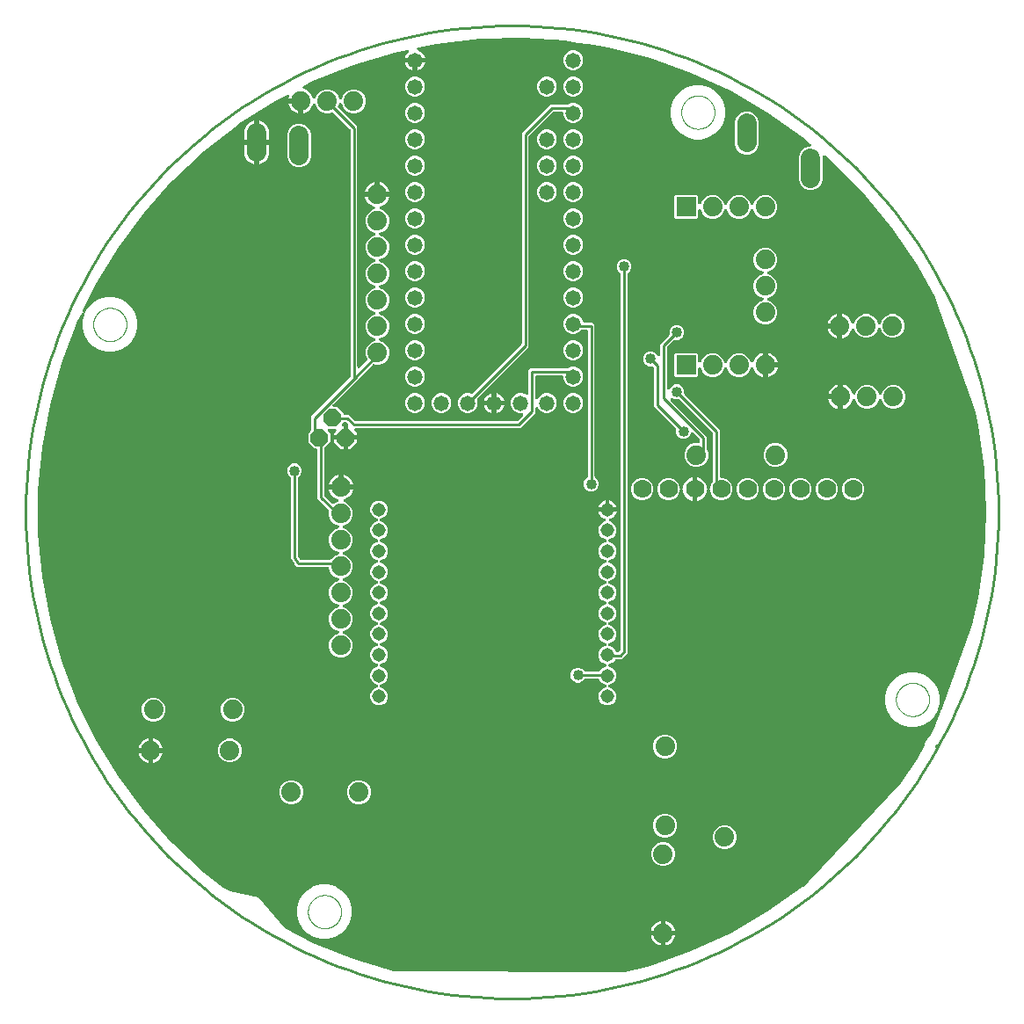
<source format=gbl>
G04 EAGLE Gerber X2 export*
%TF.Part,Single*%
%TF.FileFunction,Other,Bottom layer*%
%TF.FilePolarity,Positive*%
%TF.GenerationSoftware,Autodesk,EAGLE,8.6.0*%
%TF.CreationDate,2018-02-14T23:18:23Z*%
G75*
%MOMM*%
%FSLAX34Y34*%
%LPD*%
%AMOC8*
5,1,8,0,0,1.08239X$1,22.5*%
G01*
%ADD10C,0.254000*%
%ADD11C,0.406400*%
%ADD12C,0.000000*%
%ADD13C,1.778000*%
%ADD14C,1.473200*%
%ADD15C,1.308000*%
%ADD16C,1.879600*%
%ADD17R,1.879600X1.879600*%
%ADD18C,1.879600*%
%ADD19P,1.814519X8X22.500000*%
%ADD20C,1.016000*%

G36*
X108048Y-445082D02*
X108048Y-445082D01*
X108120Y-445084D01*
X108279Y-445057D01*
X108323Y-445052D01*
X108337Y-445047D01*
X108361Y-445043D01*
X133218Y-438685D01*
X133262Y-438668D01*
X133351Y-438644D01*
X172419Y-424759D01*
X172461Y-424739D01*
X172548Y-424707D01*
X210192Y-407327D01*
X210232Y-407303D01*
X210315Y-407263D01*
X246223Y-386532D01*
X246260Y-386504D01*
X246340Y-386457D01*
X280213Y-362546D01*
X280248Y-362515D01*
X280260Y-362507D01*
X280288Y-362488D01*
X280295Y-362481D01*
X280323Y-362461D01*
X285717Y-357865D01*
X285751Y-357828D01*
X285843Y-357745D01*
X374474Y-262751D01*
X374475Y-262751D01*
X374475Y-262750D01*
X374476Y-262749D01*
X374480Y-262744D01*
X374627Y-262559D01*
X390441Y-239037D01*
X390462Y-238996D01*
X390513Y-238919D01*
X397321Y-226481D01*
X397341Y-226433D01*
X397367Y-226389D01*
X397406Y-226272D01*
X397453Y-226158D01*
X397461Y-226107D01*
X397477Y-226058D01*
X397479Y-226040D01*
X397480Y-226038D01*
X397481Y-226025D01*
X397507Y-225816D01*
X397559Y-224625D01*
X399716Y-219998D01*
X401844Y-218049D01*
X401927Y-217953D01*
X402017Y-217862D01*
X402049Y-217812D01*
X402072Y-217786D01*
X402095Y-217743D01*
X402151Y-217657D01*
X407802Y-207334D01*
X407812Y-207308D01*
X407896Y-207127D01*
X412784Y-193795D01*
X412794Y-193753D01*
X412811Y-193713D01*
X412835Y-193584D01*
X412866Y-193456D01*
X412866Y-193413D01*
X412874Y-193370D01*
X412867Y-193239D01*
X412868Y-193108D01*
X412859Y-193065D01*
X412856Y-193022D01*
X412847Y-192990D01*
X412860Y-192981D01*
X412934Y-192905D01*
X413014Y-192835D01*
X413054Y-192779D01*
X413102Y-192730D01*
X413156Y-192639D01*
X413218Y-192553D01*
X413256Y-192470D01*
X413280Y-192431D01*
X413298Y-192380D01*
X413321Y-192331D01*
X443452Y-110149D01*
X443463Y-110102D01*
X443506Y-109969D01*
X449437Y-84364D01*
X449443Y-84318D01*
X449463Y-84227D01*
X455108Y-43151D01*
X455109Y-43105D01*
X455121Y-43013D01*
X457008Y-1593D01*
X457005Y-1547D01*
X457008Y-1455D01*
X455121Y39965D01*
X455114Y40011D01*
X455108Y40103D01*
X449463Y81179D01*
X449451Y81225D01*
X449437Y81316D01*
X446356Y94616D01*
X446339Y94663D01*
X446309Y94779D01*
X407456Y204877D01*
X407455Y204878D01*
X407355Y205101D01*
X390513Y235871D01*
X390486Y235909D01*
X390441Y235989D01*
X367307Y270399D01*
X367277Y270434D01*
X367225Y270510D01*
X341058Y302673D01*
X341025Y302705D01*
X340966Y302776D01*
X311983Y332427D01*
X311947Y332456D01*
X311882Y332521D01*
X301488Y341378D01*
X301455Y341400D01*
X301427Y341428D01*
X301311Y341497D01*
X301199Y341572D01*
X301162Y341586D01*
X301128Y341606D01*
X300999Y341647D01*
X300873Y341695D01*
X300834Y341700D01*
X300796Y341713D01*
X300661Y341723D01*
X300528Y341741D01*
X300488Y341737D01*
X300448Y341741D01*
X300315Y341721D01*
X300181Y341708D01*
X300143Y341695D01*
X300104Y341689D01*
X299978Y341639D01*
X299851Y341596D01*
X299817Y341575D01*
X299780Y341560D01*
X299669Y341483D01*
X299555Y341412D01*
X299526Y341384D01*
X299494Y341361D01*
X299403Y341261D01*
X299308Y341166D01*
X299287Y341132D01*
X299260Y341102D01*
X299195Y340985D01*
X299124Y340870D01*
X299111Y340832D01*
X299092Y340797D01*
X299055Y340668D01*
X299012Y340540D01*
X299008Y340500D01*
X298997Y340462D01*
X298977Y340218D01*
X298977Y317848D01*
X297234Y313640D01*
X294014Y310420D01*
X289806Y308677D01*
X285251Y308677D01*
X281043Y310420D01*
X277823Y313640D01*
X276080Y317848D01*
X276080Y341199D01*
X277823Y345407D01*
X281043Y348627D01*
X285251Y350370D01*
X286799Y350370D01*
X286959Y350389D01*
X287119Y350404D01*
X287131Y350409D01*
X287145Y350410D01*
X287297Y350465D01*
X287449Y350516D01*
X287460Y350523D01*
X287473Y350528D01*
X287608Y350615D01*
X287745Y350700D01*
X287755Y350709D01*
X287766Y350717D01*
X287878Y350832D01*
X287991Y350946D01*
X287999Y350957D01*
X288008Y350967D01*
X288091Y351105D01*
X288176Y351242D01*
X288180Y351255D01*
X288187Y351266D01*
X288236Y351419D01*
X288288Y351572D01*
X288289Y351585D01*
X288293Y351598D01*
X288306Y351758D01*
X288322Y351919D01*
X288320Y351932D01*
X288321Y351946D01*
X288297Y352105D01*
X288276Y352264D01*
X288272Y352277D01*
X288269Y352290D01*
X288210Y352439D01*
X288153Y352590D01*
X288146Y352602D01*
X288141Y352614D01*
X288049Y352746D01*
X287960Y352880D01*
X287948Y352891D01*
X287942Y352900D01*
X287914Y352925D01*
X287787Y353053D01*
X280323Y359413D01*
X280284Y359439D01*
X280213Y359498D01*
X246339Y383409D01*
X246299Y383431D01*
X246223Y383484D01*
X210315Y404215D01*
X210272Y404233D01*
X210192Y404279D01*
X172548Y421659D01*
X172504Y421673D01*
X172419Y421711D01*
X133351Y435596D01*
X133306Y435607D01*
X133218Y435637D01*
X93049Y445911D01*
X93003Y445918D01*
X92913Y445940D01*
X92591Y445991D01*
X83114Y447515D01*
X83113Y447515D01*
X73636Y449038D01*
X73635Y449038D01*
X64158Y450561D01*
X54680Y452084D01*
X51976Y452519D01*
X51929Y452521D01*
X51838Y452535D01*
X10472Y455364D01*
X10426Y455362D01*
X10334Y455367D01*
X-31118Y454424D01*
X-31164Y454417D01*
X-31257Y454414D01*
X-72451Y449705D01*
X-72496Y449694D01*
X-72588Y449683D01*
X-90386Y445984D01*
X-90508Y445944D01*
X-90632Y445911D01*
X-90673Y445889D01*
X-90717Y445875D01*
X-90826Y445808D01*
X-90940Y445747D01*
X-90975Y445717D01*
X-91014Y445693D01*
X-91106Y445603D01*
X-91203Y445518D01*
X-91230Y445481D01*
X-91263Y445448D01*
X-91331Y445340D01*
X-91406Y445235D01*
X-91424Y445193D01*
X-91449Y445154D01*
X-91491Y445032D01*
X-91540Y444914D01*
X-91548Y444868D01*
X-91563Y444824D01*
X-91576Y444697D01*
X-91597Y444570D01*
X-91595Y444524D01*
X-91599Y444478D01*
X-91583Y444350D01*
X-91575Y444222D01*
X-91562Y444178D01*
X-91556Y444132D01*
X-91512Y444011D01*
X-91474Y443888D01*
X-91451Y443848D01*
X-91435Y443805D01*
X-91365Y443698D01*
X-91300Y443586D01*
X-91269Y443553D01*
X-91243Y443514D01*
X-91150Y443426D01*
X-91062Y443332D01*
X-91024Y443306D01*
X-90990Y443274D01*
X-90946Y443248D01*
X-90945Y443247D01*
X-90935Y443242D01*
X-90880Y443210D01*
X-90773Y443138D01*
X-90719Y443116D01*
X-90690Y443099D01*
X-90657Y443088D01*
X-90640Y443079D01*
X-90611Y443071D01*
X-90547Y443044D01*
X-89669Y442759D01*
X-88280Y442051D01*
X-87018Y441134D01*
X-85916Y440032D01*
X-84999Y438770D01*
X-84291Y437381D01*
X-83839Y435990D01*
X-92583Y435990D01*
X-92609Y435987D01*
X-92635Y435989D01*
X-92782Y435967D01*
X-92929Y435950D01*
X-92954Y435942D01*
X-92980Y435938D01*
X-93117Y435883D01*
X-93257Y435833D01*
X-93279Y435819D01*
X-93304Y435809D01*
X-93425Y435724D01*
X-93466Y435698D01*
X-93477Y435707D01*
X-93607Y435779D01*
X-93734Y435855D01*
X-93759Y435863D01*
X-93782Y435876D01*
X-93925Y435916D01*
X-94066Y435961D01*
X-94092Y435963D01*
X-94117Y435971D01*
X-94361Y435990D01*
X-103105Y435990D01*
X-102653Y437381D01*
X-101945Y438770D01*
X-101028Y440032D01*
X-99912Y441148D01*
X-99861Y441212D01*
X-99803Y441270D01*
X-99753Y441348D01*
X-99696Y441421D01*
X-99661Y441495D01*
X-99617Y441564D01*
X-99587Y441652D01*
X-99547Y441736D01*
X-99530Y441816D01*
X-99503Y441893D01*
X-99493Y441986D01*
X-99473Y442077D01*
X-99475Y442158D01*
X-99466Y442240D01*
X-99478Y442332D01*
X-99479Y442425D01*
X-99499Y442504D01*
X-99509Y442586D01*
X-99542Y442673D01*
X-99564Y442763D01*
X-99602Y442836D01*
X-99630Y442913D01*
X-99682Y442991D01*
X-99724Y443073D01*
X-99777Y443135D01*
X-99822Y443204D01*
X-99890Y443268D01*
X-99950Y443338D01*
X-100016Y443387D01*
X-100075Y443443D01*
X-100155Y443490D01*
X-100230Y443546D01*
X-100305Y443578D01*
X-100376Y443619D01*
X-100465Y443647D01*
X-100550Y443684D01*
X-100631Y443698D01*
X-100709Y443722D01*
X-100802Y443729D01*
X-100893Y443745D01*
X-100975Y443741D01*
X-101057Y443747D01*
X-101192Y443730D01*
X-101241Y443727D01*
X-101264Y443721D01*
X-101299Y443716D01*
X-113183Y441247D01*
X-113227Y441232D01*
X-113317Y441213D01*
X-152977Y429120D01*
X-153020Y429102D01*
X-153108Y429074D01*
X-191504Y413425D01*
X-191545Y413403D01*
X-191630Y413367D01*
X-200788Y408621D01*
X-200867Y408568D01*
X-200951Y408524D01*
X-201012Y408471D01*
X-201077Y408427D01*
X-201142Y408357D01*
X-201214Y408294D01*
X-201260Y408230D01*
X-201315Y408171D01*
X-201362Y408089D01*
X-201418Y408011D01*
X-201448Y407938D01*
X-201488Y407869D01*
X-201515Y407778D01*
X-201552Y407690D01*
X-201565Y407611D01*
X-201587Y407535D01*
X-201593Y407440D01*
X-201609Y407346D01*
X-201604Y407267D01*
X-201609Y407187D01*
X-201593Y407093D01*
X-201587Y406998D01*
X-201563Y406922D01*
X-201550Y406843D01*
X-201513Y406756D01*
X-201486Y406665D01*
X-201446Y406595D01*
X-201415Y406522D01*
X-201359Y406445D01*
X-201312Y406363D01*
X-201258Y406305D01*
X-201211Y406240D01*
X-201139Y406178D01*
X-201074Y406108D01*
X-201007Y406064D01*
X-200947Y406012D01*
X-200863Y405967D01*
X-200784Y405914D01*
X-200683Y405872D01*
X-200639Y405849D01*
X-200608Y405841D01*
X-200558Y405820D01*
X-198871Y405272D01*
X-197197Y404419D01*
X-195676Y403314D01*
X-194348Y401986D01*
X-193243Y400465D01*
X-192390Y398791D01*
X-191977Y397519D01*
X-191911Y397375D01*
X-191847Y397227D01*
X-191838Y397216D01*
X-191832Y397203D01*
X-191734Y397076D01*
X-191639Y396948D01*
X-191628Y396938D01*
X-191619Y396927D01*
X-191495Y396826D01*
X-191373Y396723D01*
X-191360Y396716D01*
X-191349Y396707D01*
X-191204Y396636D01*
X-191062Y396564D01*
X-191048Y396560D01*
X-191035Y396554D01*
X-190878Y396518D01*
X-190724Y396480D01*
X-190710Y396479D01*
X-190696Y396476D01*
X-190536Y396477D01*
X-190376Y396475D01*
X-190361Y396478D01*
X-190347Y396478D01*
X-190192Y396515D01*
X-190035Y396549D01*
X-190022Y396555D01*
X-190008Y396558D01*
X-189865Y396630D01*
X-189721Y396699D01*
X-189709Y396708D01*
X-189696Y396714D01*
X-189573Y396816D01*
X-189448Y396916D01*
X-189439Y396927D01*
X-189428Y396937D01*
X-189331Y397064D01*
X-189232Y397190D01*
X-189224Y397205D01*
X-189217Y397214D01*
X-189202Y397249D01*
X-189121Y397407D01*
X-187760Y400693D01*
X-184539Y403914D01*
X-180331Y405657D01*
X-175777Y405657D01*
X-171569Y403914D01*
X-168348Y400693D01*
X-166761Y396862D01*
X-166713Y396774D01*
X-166673Y396682D01*
X-166628Y396622D01*
X-166592Y396557D01*
X-166525Y396483D01*
X-166465Y396402D01*
X-166408Y396354D01*
X-166358Y396299D01*
X-166275Y396242D01*
X-166199Y396177D01*
X-166132Y396143D01*
X-166071Y396101D01*
X-165978Y396064D01*
X-165888Y396018D01*
X-165816Y396001D01*
X-165747Y395973D01*
X-165648Y395959D01*
X-165550Y395934D01*
X-165476Y395933D01*
X-165402Y395922D01*
X-165302Y395931D01*
X-165202Y395929D01*
X-165129Y395945D01*
X-165055Y395951D01*
X-164959Y395982D01*
X-164861Y396004D01*
X-164794Y396036D01*
X-164723Y396058D01*
X-164637Y396110D01*
X-164546Y396153D01*
X-164488Y396200D01*
X-164425Y396238D01*
X-164352Y396308D01*
X-164274Y396371D01*
X-164228Y396429D01*
X-164175Y396481D01*
X-164120Y396565D01*
X-164058Y396644D01*
X-164012Y396734D01*
X-163986Y396774D01*
X-163974Y396808D01*
X-163947Y396862D01*
X-162360Y400693D01*
X-159139Y403914D01*
X-154931Y405657D01*
X-150377Y405657D01*
X-146169Y403914D01*
X-142948Y400693D01*
X-141205Y396485D01*
X-141205Y391931D01*
X-142948Y387723D01*
X-146169Y384502D01*
X-150377Y382759D01*
X-154931Y382759D01*
X-159139Y384502D01*
X-162360Y387723D01*
X-163947Y391554D01*
X-163995Y391642D01*
X-164036Y391734D01*
X-164080Y391794D01*
X-164116Y391859D01*
X-164183Y391933D01*
X-164243Y392014D01*
X-164300Y392062D01*
X-164350Y392117D01*
X-164433Y392174D01*
X-164509Y392239D01*
X-164576Y392273D01*
X-164637Y392315D01*
X-164730Y392352D01*
X-164820Y392398D01*
X-164892Y392416D01*
X-164961Y392443D01*
X-165060Y392457D01*
X-165158Y392482D01*
X-165232Y392483D01*
X-165306Y392494D01*
X-165406Y392485D01*
X-165506Y392487D01*
X-165579Y392471D01*
X-165653Y392465D01*
X-165749Y392434D01*
X-165847Y392412D01*
X-165914Y392380D01*
X-165985Y392358D01*
X-166071Y392306D01*
X-166162Y392263D01*
X-166220Y392216D01*
X-166283Y392178D01*
X-166355Y392108D01*
X-166434Y392045D01*
X-166480Y391987D01*
X-166533Y391935D01*
X-166588Y391851D01*
X-166650Y391772D01*
X-166696Y391682D01*
X-166722Y391642D01*
X-166734Y391608D01*
X-166761Y391554D01*
X-167601Y389527D01*
X-167622Y389453D01*
X-167652Y389383D01*
X-167670Y389287D01*
X-167697Y389192D01*
X-167700Y389116D01*
X-167714Y389040D01*
X-167709Y388942D01*
X-167714Y388844D01*
X-167700Y388769D01*
X-167696Y388692D01*
X-167669Y388598D01*
X-167651Y388501D01*
X-167621Y388431D01*
X-167599Y388357D01*
X-167551Y388272D01*
X-167512Y388181D01*
X-167467Y388120D01*
X-167429Y388053D01*
X-167332Y387939D01*
X-167304Y387902D01*
X-167290Y387889D01*
X-167271Y387867D01*
X-151471Y372067D01*
X-149079Y369676D01*
X-149079Y138694D01*
X-149068Y138595D01*
X-149066Y138494D01*
X-149048Y138422D01*
X-149039Y138348D01*
X-149006Y138254D01*
X-148981Y138156D01*
X-148947Y138090D01*
X-148922Y138020D01*
X-148867Y137936D01*
X-148821Y137846D01*
X-148773Y137790D01*
X-148733Y137727D01*
X-148661Y137657D01*
X-148596Y137581D01*
X-148536Y137537D01*
X-148482Y137485D01*
X-148396Y137434D01*
X-148315Y137374D01*
X-148247Y137344D01*
X-148183Y137306D01*
X-148087Y137276D01*
X-147995Y137236D01*
X-147922Y137223D01*
X-147851Y137200D01*
X-147751Y137192D01*
X-147652Y137174D01*
X-147578Y137178D01*
X-147504Y137172D01*
X-147404Y137187D01*
X-147304Y137192D01*
X-147233Y137213D01*
X-147159Y137224D01*
X-147066Y137261D01*
X-146969Y137289D01*
X-146904Y137325D01*
X-146835Y137352D01*
X-146753Y137410D01*
X-146665Y137459D01*
X-146589Y137524D01*
X-146549Y137551D01*
X-146525Y137578D01*
X-146479Y137617D01*
X-139957Y144140D01*
X-139909Y144199D01*
X-139854Y144253D01*
X-139801Y144336D01*
X-139740Y144413D01*
X-139707Y144482D01*
X-139666Y144546D01*
X-139633Y144639D01*
X-139591Y144728D01*
X-139575Y144802D01*
X-139549Y144875D01*
X-139538Y144972D01*
X-139518Y145068D01*
X-139519Y145145D01*
X-139510Y145221D01*
X-139522Y145319D01*
X-139524Y145417D01*
X-139542Y145491D01*
X-139551Y145567D01*
X-139597Y145709D01*
X-139609Y145755D01*
X-139617Y145772D01*
X-139626Y145800D01*
X-141242Y149701D01*
X-141242Y154256D01*
X-139499Y158464D01*
X-136279Y161684D01*
X-132448Y163271D01*
X-132360Y163320D01*
X-132268Y163360D01*
X-132208Y163405D01*
X-132143Y163441D01*
X-132069Y163508D01*
X-131988Y163568D01*
X-131940Y163625D01*
X-131885Y163675D01*
X-131828Y163757D01*
X-131763Y163834D01*
X-131729Y163900D01*
X-131687Y163961D01*
X-131650Y164055D01*
X-131604Y164144D01*
X-131586Y164216D01*
X-131559Y164286D01*
X-131544Y164385D01*
X-131520Y164483D01*
X-131519Y164557D01*
X-131508Y164630D01*
X-131516Y164731D01*
X-131515Y164831D01*
X-131531Y164904D01*
X-131537Y164978D01*
X-131568Y165073D01*
X-131589Y165171D01*
X-131621Y165239D01*
X-131644Y165309D01*
X-131696Y165396D01*
X-131739Y165486D01*
X-131785Y165544D01*
X-131824Y165608D01*
X-131894Y165680D01*
X-131956Y165759D01*
X-132015Y165805D01*
X-132067Y165858D01*
X-132151Y165912D01*
X-132230Y165975D01*
X-132319Y166020D01*
X-132360Y166046D01*
X-132394Y166058D01*
X-132448Y166086D01*
X-136279Y167673D01*
X-139499Y170893D01*
X-141242Y175101D01*
X-141242Y179656D01*
X-139499Y183864D01*
X-136279Y187084D01*
X-132448Y188671D01*
X-132360Y188720D01*
X-132268Y188760D01*
X-132208Y188805D01*
X-132143Y188841D01*
X-132069Y188908D01*
X-131988Y188968D01*
X-131940Y189025D01*
X-131885Y189075D01*
X-131828Y189157D01*
X-131763Y189234D01*
X-131729Y189300D01*
X-131687Y189361D01*
X-131650Y189455D01*
X-131604Y189544D01*
X-131586Y189616D01*
X-131559Y189686D01*
X-131544Y189785D01*
X-131520Y189883D01*
X-131519Y189957D01*
X-131508Y190030D01*
X-131516Y190131D01*
X-131515Y190231D01*
X-131531Y190304D01*
X-131537Y190378D01*
X-131568Y190473D01*
X-131589Y190571D01*
X-131621Y190639D01*
X-131644Y190709D01*
X-131696Y190796D01*
X-131739Y190886D01*
X-131785Y190944D01*
X-131824Y191008D01*
X-131894Y191080D01*
X-131956Y191159D01*
X-132015Y191205D01*
X-132067Y191258D01*
X-132151Y191312D01*
X-132230Y191375D01*
X-132319Y191420D01*
X-132360Y191446D01*
X-132394Y191458D01*
X-132448Y191486D01*
X-136279Y193073D01*
X-139499Y196293D01*
X-141242Y200501D01*
X-141242Y205056D01*
X-139499Y209264D01*
X-136279Y212484D01*
X-132448Y214071D01*
X-132360Y214120D01*
X-132268Y214160D01*
X-132208Y214205D01*
X-132143Y214241D01*
X-132069Y214308D01*
X-131988Y214368D01*
X-131940Y214425D01*
X-131885Y214475D01*
X-131828Y214557D01*
X-131763Y214634D01*
X-131729Y214700D01*
X-131687Y214761D01*
X-131650Y214855D01*
X-131604Y214944D01*
X-131586Y215016D01*
X-131559Y215086D01*
X-131544Y215185D01*
X-131520Y215283D01*
X-131519Y215357D01*
X-131508Y215430D01*
X-131516Y215531D01*
X-131515Y215631D01*
X-131531Y215704D01*
X-131537Y215778D01*
X-131568Y215873D01*
X-131589Y215971D01*
X-131621Y216039D01*
X-131644Y216109D01*
X-131696Y216196D01*
X-131739Y216286D01*
X-131785Y216344D01*
X-131824Y216408D01*
X-131894Y216480D01*
X-131956Y216559D01*
X-132015Y216605D01*
X-132067Y216658D01*
X-132151Y216712D01*
X-132230Y216775D01*
X-132319Y216820D01*
X-132360Y216846D01*
X-132394Y216858D01*
X-132448Y216886D01*
X-136279Y218473D01*
X-139499Y221693D01*
X-141242Y225901D01*
X-141242Y230456D01*
X-139499Y234664D01*
X-136279Y237884D01*
X-132448Y239471D01*
X-132360Y239520D01*
X-132268Y239560D01*
X-132208Y239605D01*
X-132143Y239641D01*
X-132069Y239708D01*
X-131988Y239768D01*
X-131940Y239825D01*
X-131885Y239875D01*
X-131828Y239957D01*
X-131763Y240034D01*
X-131729Y240100D01*
X-131687Y240161D01*
X-131650Y240255D01*
X-131604Y240344D01*
X-131586Y240416D01*
X-131559Y240486D01*
X-131544Y240585D01*
X-131520Y240683D01*
X-131519Y240757D01*
X-131508Y240830D01*
X-131516Y240931D01*
X-131515Y241031D01*
X-131531Y241104D01*
X-131537Y241178D01*
X-131568Y241273D01*
X-131589Y241371D01*
X-131621Y241439D01*
X-131644Y241509D01*
X-131696Y241596D01*
X-131739Y241686D01*
X-131785Y241744D01*
X-131824Y241808D01*
X-131894Y241880D01*
X-131956Y241959D01*
X-132015Y242005D01*
X-132067Y242058D01*
X-132151Y242112D01*
X-132230Y242175D01*
X-132319Y242220D01*
X-132360Y242246D01*
X-132394Y242258D01*
X-132448Y242286D01*
X-136279Y243873D01*
X-139499Y247093D01*
X-141242Y251301D01*
X-141242Y255856D01*
X-139499Y260064D01*
X-136279Y263284D01*
X-132448Y264871D01*
X-132411Y264892D01*
X-132383Y264902D01*
X-132344Y264927D01*
X-132268Y264960D01*
X-132208Y265005D01*
X-132143Y265041D01*
X-132069Y265108D01*
X-131988Y265168D01*
X-131940Y265225D01*
X-131885Y265275D01*
X-131828Y265357D01*
X-131763Y265434D01*
X-131729Y265500D01*
X-131687Y265561D01*
X-131650Y265655D01*
X-131604Y265744D01*
X-131586Y265816D01*
X-131559Y265886D01*
X-131544Y265985D01*
X-131520Y266083D01*
X-131519Y266157D01*
X-131508Y266230D01*
X-131516Y266331D01*
X-131515Y266431D01*
X-131531Y266504D01*
X-131537Y266578D01*
X-131568Y266673D01*
X-131589Y266771D01*
X-131621Y266839D01*
X-131644Y266909D01*
X-131696Y266996D01*
X-131739Y267086D01*
X-131785Y267144D01*
X-131824Y267208D01*
X-131894Y267280D01*
X-131956Y267359D01*
X-132015Y267405D01*
X-132067Y267458D01*
X-132151Y267512D01*
X-132230Y267575D01*
X-132319Y267620D01*
X-132360Y267646D01*
X-132394Y267658D01*
X-132448Y267686D01*
X-136279Y269273D01*
X-139499Y272493D01*
X-141242Y276701D01*
X-141242Y281256D01*
X-139499Y285464D01*
X-136279Y288684D01*
X-132993Y290045D01*
X-132853Y290123D01*
X-132712Y290198D01*
X-132701Y290208D01*
X-132688Y290215D01*
X-132570Y290322D01*
X-132449Y290427D01*
X-132441Y290439D01*
X-132430Y290449D01*
X-132340Y290580D01*
X-132246Y290710D01*
X-132240Y290724D01*
X-132232Y290736D01*
X-132173Y290884D01*
X-132112Y291032D01*
X-132110Y291046D01*
X-132104Y291060D01*
X-132081Y291218D01*
X-132055Y291376D01*
X-132056Y291390D01*
X-132053Y291405D01*
X-132067Y291564D01*
X-132077Y291724D01*
X-132081Y291737D01*
X-132082Y291752D01*
X-132131Y291904D01*
X-132178Y292057D01*
X-132185Y292070D01*
X-132189Y292084D01*
X-132272Y292220D01*
X-132352Y292359D01*
X-132362Y292370D01*
X-132369Y292382D01*
X-132480Y292497D01*
X-132590Y292614D01*
X-132602Y292622D01*
X-132612Y292632D01*
X-132747Y292719D01*
X-132879Y292807D01*
X-132895Y292814D01*
X-132905Y292820D01*
X-132942Y292833D01*
X-133105Y292901D01*
X-134377Y293315D01*
X-136051Y294168D01*
X-137571Y295272D01*
X-138900Y296601D01*
X-140005Y298121D01*
X-140858Y299796D01*
X-141439Y301583D01*
X-141479Y301839D01*
X-130810Y301839D01*
X-130784Y301842D01*
X-130758Y301840D01*
X-130611Y301862D01*
X-130464Y301879D01*
X-130439Y301888D01*
X-130413Y301892D01*
X-130275Y301947D01*
X-130136Y301997D01*
X-130114Y302011D01*
X-130089Y302021D01*
X-129968Y302105D01*
X-129843Y302186D01*
X-129825Y302205D01*
X-129803Y302220D01*
X-129789Y302235D01*
X-129704Y302153D01*
X-129681Y302140D01*
X-129662Y302122D01*
X-129532Y302050D01*
X-129405Y301974D01*
X-129380Y301966D01*
X-129357Y301954D01*
X-129214Y301913D01*
X-129073Y301868D01*
X-129047Y301866D01*
X-129021Y301859D01*
X-128778Y301839D01*
X-118108Y301839D01*
X-118149Y301583D01*
X-118730Y299796D01*
X-119583Y298121D01*
X-120687Y296601D01*
X-122016Y295272D01*
X-123536Y294168D01*
X-125211Y293315D01*
X-126482Y292901D01*
X-126627Y292835D01*
X-126774Y292771D01*
X-126786Y292763D01*
X-126799Y292757D01*
X-126926Y292659D01*
X-127054Y292563D01*
X-127063Y292552D01*
X-127075Y292543D01*
X-127176Y292419D01*
X-127279Y292297D01*
X-127286Y292284D01*
X-127295Y292273D01*
X-127366Y292129D01*
X-127438Y291987D01*
X-127441Y291973D01*
X-127448Y291960D01*
X-127484Y291803D01*
X-127522Y291649D01*
X-127522Y291634D01*
X-127526Y291620D01*
X-127525Y291460D01*
X-127527Y291300D01*
X-127524Y291286D01*
X-127524Y291272D01*
X-127487Y291116D01*
X-127453Y290960D01*
X-127447Y290947D01*
X-127443Y290933D01*
X-127372Y290790D01*
X-127303Y290645D01*
X-127294Y290634D01*
X-127288Y290621D01*
X-127185Y290498D01*
X-127086Y290373D01*
X-127074Y290364D01*
X-127065Y290353D01*
X-126938Y290256D01*
X-126812Y290157D01*
X-126797Y290149D01*
X-126787Y290142D01*
X-126753Y290126D01*
X-126594Y290045D01*
X-123309Y288684D01*
X-120088Y285464D01*
X-118345Y281256D01*
X-118345Y276701D01*
X-120088Y272493D01*
X-123309Y269273D01*
X-127140Y267686D01*
X-127228Y267637D01*
X-127320Y267597D01*
X-127379Y267553D01*
X-127444Y267517D01*
X-127519Y267449D01*
X-127599Y267389D01*
X-127647Y267332D01*
X-127703Y267282D01*
X-127760Y267200D01*
X-127825Y267123D01*
X-127858Y267057D01*
X-127901Y266996D01*
X-127938Y266902D01*
X-127983Y266813D01*
X-128001Y266741D01*
X-128029Y266672D01*
X-128043Y266572D01*
X-128067Y266475D01*
X-128069Y266400D01*
X-128079Y266327D01*
X-128071Y266227D01*
X-128072Y266126D01*
X-128057Y266054D01*
X-128050Y265979D01*
X-128020Y265884D01*
X-127998Y265786D01*
X-127966Y265719D01*
X-127943Y265648D01*
X-127892Y265562D01*
X-127848Y265471D01*
X-127802Y265413D01*
X-127764Y265349D01*
X-127694Y265277D01*
X-127631Y265199D01*
X-127573Y265153D01*
X-127521Y265099D01*
X-127436Y265045D01*
X-127416Y265029D01*
X-127414Y265027D01*
X-127413Y265026D01*
X-127358Y264983D01*
X-127268Y264937D01*
X-127228Y264911D01*
X-127194Y264899D01*
X-127140Y264871D01*
X-123309Y263284D01*
X-120088Y260064D01*
X-118345Y255856D01*
X-118345Y251301D01*
X-120088Y247093D01*
X-123309Y243873D01*
X-127140Y242286D01*
X-127228Y242237D01*
X-127320Y242197D01*
X-127379Y242153D01*
X-127444Y242117D01*
X-127519Y242049D01*
X-127599Y241989D01*
X-127647Y241932D01*
X-127703Y241882D01*
X-127760Y241800D01*
X-127825Y241723D01*
X-127858Y241657D01*
X-127901Y241596D01*
X-127938Y241502D01*
X-127983Y241413D01*
X-128001Y241341D01*
X-128029Y241272D01*
X-128043Y241172D01*
X-128067Y241075D01*
X-128069Y241000D01*
X-128079Y240927D01*
X-128071Y240827D01*
X-128072Y240726D01*
X-128057Y240654D01*
X-128050Y240579D01*
X-128020Y240484D01*
X-127998Y240386D01*
X-127966Y240319D01*
X-127943Y240248D01*
X-127892Y240162D01*
X-127848Y240071D01*
X-127802Y240013D01*
X-127764Y239949D01*
X-127694Y239877D01*
X-127631Y239799D01*
X-127573Y239753D01*
X-127521Y239699D01*
X-127436Y239645D01*
X-127358Y239583D01*
X-127268Y239537D01*
X-127228Y239511D01*
X-127194Y239499D01*
X-127140Y239471D01*
X-123309Y237884D01*
X-120088Y234664D01*
X-118345Y230456D01*
X-118345Y225901D01*
X-120088Y221693D01*
X-123309Y218473D01*
X-127140Y216886D01*
X-127228Y216837D01*
X-127320Y216797D01*
X-127379Y216753D01*
X-127444Y216717D01*
X-127519Y216649D01*
X-127599Y216589D01*
X-127647Y216532D01*
X-127703Y216482D01*
X-127760Y216400D01*
X-127825Y216323D01*
X-127858Y216257D01*
X-127901Y216196D01*
X-127938Y216102D01*
X-127983Y216013D01*
X-128001Y215941D01*
X-128029Y215872D01*
X-128043Y215772D01*
X-128067Y215675D01*
X-128069Y215600D01*
X-128079Y215527D01*
X-128071Y215427D01*
X-128072Y215326D01*
X-128057Y215254D01*
X-128050Y215179D01*
X-128020Y215084D01*
X-127998Y214986D01*
X-127966Y214919D01*
X-127943Y214848D01*
X-127892Y214762D01*
X-127848Y214671D01*
X-127802Y214613D01*
X-127764Y214549D01*
X-127694Y214477D01*
X-127631Y214399D01*
X-127573Y214353D01*
X-127521Y214299D01*
X-127436Y214245D01*
X-127358Y214183D01*
X-127268Y214137D01*
X-127228Y214111D01*
X-127194Y214099D01*
X-127140Y214071D01*
X-123309Y212484D01*
X-120088Y209264D01*
X-118345Y205056D01*
X-118345Y200501D01*
X-120088Y196293D01*
X-123309Y193073D01*
X-127140Y191486D01*
X-127166Y191472D01*
X-127168Y191471D01*
X-127172Y191468D01*
X-127228Y191437D01*
X-127320Y191397D01*
X-127379Y191353D01*
X-127444Y191317D01*
X-127519Y191249D01*
X-127599Y191189D01*
X-127647Y191132D01*
X-127703Y191082D01*
X-127760Y191000D01*
X-127825Y190923D01*
X-127858Y190857D01*
X-127901Y190796D01*
X-127938Y190702D01*
X-127983Y190613D01*
X-128001Y190541D01*
X-128029Y190472D01*
X-128043Y190372D01*
X-128067Y190275D01*
X-128069Y190200D01*
X-128079Y190127D01*
X-128071Y190027D01*
X-128072Y189926D01*
X-128057Y189854D01*
X-128050Y189779D01*
X-128020Y189684D01*
X-127998Y189586D01*
X-127966Y189519D01*
X-127943Y189448D01*
X-127892Y189362D01*
X-127848Y189271D01*
X-127802Y189213D01*
X-127764Y189149D01*
X-127694Y189077D01*
X-127631Y188999D01*
X-127573Y188953D01*
X-127521Y188899D01*
X-127436Y188845D01*
X-127358Y188783D01*
X-127268Y188737D01*
X-127228Y188711D01*
X-127194Y188699D01*
X-127140Y188671D01*
X-123309Y187084D01*
X-120088Y183864D01*
X-118345Y179656D01*
X-118345Y175101D01*
X-120088Y170893D01*
X-123309Y167673D01*
X-127140Y166086D01*
X-127228Y166037D01*
X-127320Y165997D01*
X-127379Y165953D01*
X-127444Y165917D01*
X-127519Y165849D01*
X-127599Y165789D01*
X-127647Y165732D01*
X-127703Y165682D01*
X-127760Y165600D01*
X-127825Y165523D01*
X-127858Y165457D01*
X-127901Y165396D01*
X-127938Y165302D01*
X-127983Y165213D01*
X-128001Y165141D01*
X-128029Y165072D01*
X-128043Y164972D01*
X-128067Y164875D01*
X-128069Y164800D01*
X-128079Y164727D01*
X-128071Y164627D01*
X-128072Y164526D01*
X-128057Y164454D01*
X-128050Y164379D01*
X-128020Y164284D01*
X-127998Y164186D01*
X-127966Y164119D01*
X-127943Y164048D01*
X-127892Y163962D01*
X-127848Y163871D01*
X-127802Y163813D01*
X-127764Y163749D01*
X-127694Y163677D01*
X-127631Y163599D01*
X-127573Y163553D01*
X-127521Y163499D01*
X-127436Y163445D01*
X-127358Y163383D01*
X-127268Y163337D01*
X-127228Y163311D01*
X-127194Y163299D01*
X-127140Y163271D01*
X-123309Y161684D01*
X-120088Y158464D01*
X-118345Y154256D01*
X-118345Y149701D01*
X-120088Y145493D01*
X-123309Y142273D01*
X-127516Y140530D01*
X-132071Y140530D01*
X-132618Y140756D01*
X-132691Y140777D01*
X-132761Y140808D01*
X-132858Y140825D01*
X-132953Y140852D01*
X-133029Y140856D01*
X-133104Y140869D01*
X-133203Y140864D01*
X-133301Y140869D01*
X-133376Y140855D01*
X-133452Y140851D01*
X-133547Y140824D01*
X-133644Y140806D01*
X-133714Y140776D01*
X-133787Y140755D01*
X-133873Y140707D01*
X-133963Y140668D01*
X-134025Y140622D01*
X-134091Y140585D01*
X-134205Y140488D01*
X-134243Y140460D01*
X-134255Y140445D01*
X-134278Y140426D01*
X-148633Y126071D01*
X-151470Y123233D01*
X-151471Y123233D01*
X-172512Y102191D01*
X-172575Y102113D01*
X-172645Y102041D01*
X-172683Y101977D01*
X-172729Y101918D01*
X-172772Y101828D01*
X-172823Y101741D01*
X-172846Y101671D01*
X-172878Y101603D01*
X-172899Y101505D01*
X-172930Y101409D01*
X-172936Y101335D01*
X-172951Y101263D01*
X-172950Y101162D01*
X-172958Y101062D01*
X-172947Y100988D01*
X-172945Y100914D01*
X-172921Y100817D01*
X-172906Y100717D01*
X-172878Y100648D01*
X-172860Y100576D01*
X-172814Y100487D01*
X-172777Y100394D01*
X-172735Y100333D01*
X-172701Y100266D01*
X-172636Y100190D01*
X-172578Y100107D01*
X-172523Y100058D01*
X-172475Y100001D01*
X-172394Y99941D01*
X-172320Y99874D01*
X-172254Y99838D01*
X-172195Y99794D01*
X-172102Y99754D01*
X-172014Y99705D01*
X-171943Y99685D01*
X-171875Y99656D01*
X-171776Y99638D01*
X-171679Y99611D01*
X-171579Y99603D01*
X-171532Y99594D01*
X-171496Y99596D01*
X-171435Y99591D01*
X-168570Y99591D01*
X-162424Y93445D01*
X-162418Y93398D01*
X-162410Y93373D01*
X-162406Y93347D01*
X-162351Y93209D01*
X-162301Y93070D01*
X-162287Y93048D01*
X-162277Y93023D01*
X-162192Y92902D01*
X-162112Y92777D01*
X-162093Y92759D01*
X-162078Y92737D01*
X-161968Y92638D01*
X-161861Y92535D01*
X-161839Y92521D01*
X-161819Y92504D01*
X-161689Y92432D01*
X-161562Y92356D01*
X-161537Y92348D01*
X-161514Y92335D01*
X-161371Y92295D01*
X-161230Y92250D01*
X-161204Y92248D01*
X-161179Y92240D01*
X-160935Y92221D01*
X-157374Y92221D01*
X-151471Y86317D01*
X-151372Y86238D01*
X-151278Y86154D01*
X-151235Y86130D01*
X-151198Y86100D01*
X-151083Y86046D01*
X-150973Y85985D01*
X-150926Y85972D01*
X-150883Y85951D01*
X-150759Y85925D01*
X-150637Y85890D01*
X-150577Y85885D01*
X-150542Y85878D01*
X-150494Y85879D01*
X-150394Y85871D01*
X4344Y85871D01*
X4469Y85885D01*
X4595Y85892D01*
X4642Y85905D01*
X4690Y85911D01*
X4809Y85953D01*
X4930Y85988D01*
X4972Y86012D01*
X5018Y86028D01*
X5124Y86097D01*
X5234Y86158D01*
X5281Y86198D01*
X5311Y86217D01*
X5344Y86252D01*
X5421Y86317D01*
X10465Y91361D01*
X10527Y91439D01*
X10597Y91512D01*
X10635Y91576D01*
X10681Y91634D01*
X10724Y91725D01*
X10776Y91811D01*
X10798Y91882D01*
X10830Y91949D01*
X10851Y92047D01*
X10882Y92143D01*
X10888Y92217D01*
X10904Y92290D01*
X10902Y92390D01*
X10910Y92490D01*
X10899Y92564D01*
X10898Y92638D01*
X10873Y92735D01*
X10858Y92835D01*
X10831Y92904D01*
X10813Y92976D01*
X10767Y93066D01*
X10730Y93159D01*
X10687Y93220D01*
X10653Y93286D01*
X10588Y93363D01*
X10531Y93445D01*
X10475Y93495D01*
X10427Y93551D01*
X10346Y93611D01*
X10272Y93678D01*
X10207Y93714D01*
X10147Y93759D01*
X10055Y93798D01*
X9967Y93847D01*
X9895Y93867D01*
X9827Y93897D01*
X9728Y93914D01*
X9631Y93942D01*
X9531Y93950D01*
X9484Y93958D01*
X9448Y93956D01*
X9388Y93961D01*
X6255Y93961D01*
X2794Y95395D01*
X145Y98044D01*
X-1289Y101505D01*
X-1289Y105251D01*
X145Y108712D01*
X2794Y111361D01*
X6255Y112795D01*
X10001Y112795D01*
X13623Y111294D01*
X13768Y111253D01*
X13911Y111207D01*
X13935Y111205D01*
X13958Y111199D01*
X14109Y111191D01*
X14258Y111179D01*
X14282Y111183D01*
X14306Y111182D01*
X14454Y111209D01*
X14603Y111231D01*
X14625Y111240D01*
X14649Y111244D01*
X14787Y111304D01*
X14927Y111360D01*
X14947Y111374D01*
X14969Y111383D01*
X15090Y111473D01*
X15213Y111559D01*
X15229Y111577D01*
X15249Y111591D01*
X15346Y111706D01*
X15446Y111818D01*
X15458Y111839D01*
X15474Y111857D01*
X15542Y111991D01*
X15615Y112123D01*
X15621Y112146D01*
X15632Y112167D01*
X15669Y112313D01*
X15710Y112458D01*
X15712Y112487D01*
X15717Y112506D01*
X15717Y112552D01*
X15729Y112702D01*
X15729Y134726D01*
X17674Y136671D01*
X53073Y136671D01*
X53075Y136671D01*
X53077Y136671D01*
X53253Y136691D01*
X53419Y136711D01*
X53421Y136711D01*
X53423Y136712D01*
X53656Y136787D01*
X57055Y138195D01*
X60801Y138195D01*
X64262Y136761D01*
X66911Y134112D01*
X68345Y130651D01*
X68345Y126905D01*
X66911Y123444D01*
X64262Y120795D01*
X60801Y119361D01*
X57055Y119361D01*
X53594Y120795D01*
X50945Y123444D01*
X49511Y126905D01*
X49511Y128506D01*
X49508Y128532D01*
X49510Y128558D01*
X49488Y128705D01*
X49471Y128852D01*
X49463Y128877D01*
X49459Y128903D01*
X49404Y129041D01*
X49354Y129180D01*
X49340Y129202D01*
X49330Y129227D01*
X49245Y129348D01*
X49165Y129473D01*
X49146Y129491D01*
X49131Y129513D01*
X49021Y129612D01*
X48914Y129715D01*
X48892Y129729D01*
X48872Y129746D01*
X48742Y129818D01*
X48615Y129894D01*
X48590Y129902D01*
X48567Y129915D01*
X48424Y129955D01*
X48283Y130000D01*
X48257Y130002D01*
X48232Y130010D01*
X47988Y130029D01*
X23894Y130029D01*
X23868Y130026D01*
X23842Y130028D01*
X23695Y130006D01*
X23548Y129989D01*
X23523Y129981D01*
X23497Y129977D01*
X23359Y129922D01*
X23220Y129872D01*
X23198Y129858D01*
X23173Y129848D01*
X23052Y129763D01*
X22927Y129683D01*
X22909Y129664D01*
X22887Y129649D01*
X22788Y129539D01*
X22685Y129432D01*
X22671Y129410D01*
X22654Y129390D01*
X22582Y129260D01*
X22506Y129133D01*
X22498Y129108D01*
X22485Y129085D01*
X22445Y128942D01*
X22400Y128801D01*
X22398Y128775D01*
X22390Y128750D01*
X22371Y128506D01*
X22371Y108707D01*
X22376Y108657D01*
X22374Y108607D01*
X22396Y108484D01*
X22411Y108361D01*
X22428Y108313D01*
X22437Y108264D01*
X22486Y108150D01*
X22528Y108033D01*
X22555Y107990D01*
X22576Y107944D01*
X22650Y107844D01*
X22717Y107740D01*
X22753Y107705D01*
X22783Y107664D01*
X22878Y107584D01*
X22968Y107498D01*
X23011Y107472D01*
X23049Y107439D01*
X23160Y107383D01*
X23267Y107319D01*
X23315Y107303D01*
X23360Y107280D01*
X23480Y107250D01*
X23599Y107213D01*
X23649Y107209D01*
X23698Y107196D01*
X23822Y107195D01*
X23946Y107185D01*
X23996Y107192D01*
X24046Y107191D01*
X24168Y107218D01*
X24291Y107236D01*
X24338Y107255D01*
X24387Y107266D01*
X24499Y107319D01*
X24615Y107365D01*
X24656Y107394D01*
X24702Y107415D01*
X24799Y107493D01*
X24901Y107564D01*
X24935Y107601D01*
X24974Y107633D01*
X25051Y107730D01*
X25134Y107823D01*
X25159Y107867D01*
X25190Y107906D01*
X25301Y108124D01*
X25545Y108712D01*
X28194Y111361D01*
X31655Y112795D01*
X35401Y112795D01*
X38862Y111361D01*
X41511Y108712D01*
X42945Y105251D01*
X42945Y101505D01*
X41511Y98044D01*
X38862Y95395D01*
X35401Y93961D01*
X31655Y93961D01*
X28194Y95395D01*
X25545Y98044D01*
X25301Y98632D01*
X25277Y98676D01*
X25260Y98723D01*
X25192Y98828D01*
X25132Y98937D01*
X25098Y98974D01*
X25071Y99016D01*
X24981Y99103D01*
X24898Y99195D01*
X24856Y99223D01*
X24820Y99258D01*
X24713Y99322D01*
X24611Y99393D01*
X24564Y99411D01*
X24521Y99437D01*
X24403Y99475D01*
X24287Y99521D01*
X24237Y99528D01*
X24189Y99543D01*
X24065Y99553D01*
X23942Y99572D01*
X23892Y99567D01*
X23842Y99571D01*
X23719Y99553D01*
X23595Y99543D01*
X23547Y99527D01*
X23497Y99520D01*
X23381Y99474D01*
X23263Y99436D01*
X23220Y99410D01*
X23173Y99391D01*
X23071Y99320D01*
X22965Y99256D01*
X22928Y99221D01*
X22887Y99192D01*
X22804Y99100D01*
X22715Y99013D01*
X22687Y98971D01*
X22654Y98933D01*
X22593Y98824D01*
X22526Y98720D01*
X22510Y98672D01*
X22485Y98628D01*
X22451Y98508D01*
X22410Y98391D01*
X22404Y98341D01*
X22390Y98293D01*
X22371Y98049D01*
X22371Y93874D01*
X7726Y79229D01*
X-150187Y79229D01*
X-150287Y79218D01*
X-150388Y79216D01*
X-150460Y79198D01*
X-150534Y79189D01*
X-150628Y79156D01*
X-150726Y79131D01*
X-150792Y79097D01*
X-150862Y79072D01*
X-150946Y79017D01*
X-151035Y78971D01*
X-151092Y78923D01*
X-151155Y78883D01*
X-151224Y78811D01*
X-151301Y78746D01*
X-151345Y78686D01*
X-151397Y78632D01*
X-151448Y78546D01*
X-151508Y78465D01*
X-151537Y78397D01*
X-151576Y78333D01*
X-151606Y78237D01*
X-151646Y78145D01*
X-151659Y78072D01*
X-151682Y78001D01*
X-151690Y77901D01*
X-151708Y77802D01*
X-151704Y77728D01*
X-151710Y77654D01*
X-151695Y77554D01*
X-151690Y77454D01*
X-151669Y77383D01*
X-151658Y77309D01*
X-151621Y77216D01*
X-151593Y77119D01*
X-151557Y77054D01*
X-151529Y76985D01*
X-151472Y76903D01*
X-151423Y76815D01*
X-151358Y76739D01*
X-151330Y76699D01*
X-151304Y76675D01*
X-151264Y76629D01*
X-149268Y74633D01*
X-149268Y72140D01*
X-158160Y72140D01*
X-158160Y81499D01*
X-158141Y81515D01*
X-158097Y81575D01*
X-158045Y81628D01*
X-157994Y81714D01*
X-157934Y81795D01*
X-157905Y81863D01*
X-157867Y81927D01*
X-157836Y82023D01*
X-157796Y82115D01*
X-157783Y82188D01*
X-157760Y82259D01*
X-157752Y82359D01*
X-157734Y82458D01*
X-157738Y82532D01*
X-157732Y82606D01*
X-157747Y82706D01*
X-157752Y82806D01*
X-157773Y82877D01*
X-157784Y82951D01*
X-157821Y83044D01*
X-157849Y83141D01*
X-157885Y83206D01*
X-157913Y83275D01*
X-157970Y83357D01*
X-158019Y83445D01*
X-158084Y83522D01*
X-158112Y83561D01*
X-158138Y83585D01*
X-158178Y83631D01*
X-159679Y85133D01*
X-159779Y85212D01*
X-159872Y85296D01*
X-159915Y85320D01*
X-159952Y85350D01*
X-160066Y85404D01*
X-160177Y85465D01*
X-160224Y85478D01*
X-160267Y85499D01*
X-160391Y85525D01*
X-160513Y85560D01*
X-160573Y85565D01*
X-160608Y85572D01*
X-160656Y85571D01*
X-160756Y85579D01*
X-161085Y85579D01*
X-161211Y85565D01*
X-161337Y85558D01*
X-161383Y85545D01*
X-161431Y85539D01*
X-161550Y85497D01*
X-161672Y85462D01*
X-161714Y85438D01*
X-161759Y85422D01*
X-161866Y85353D01*
X-161976Y85292D01*
X-162022Y85252D01*
X-162052Y85233D01*
X-162086Y85198D01*
X-162162Y85133D01*
X-163664Y83631D01*
X-163726Y83553D01*
X-163796Y83481D01*
X-163834Y83417D01*
X-163880Y83358D01*
X-163923Y83268D01*
X-163975Y83181D01*
X-163997Y83111D01*
X-164029Y83043D01*
X-164050Y82945D01*
X-164081Y82849D01*
X-164087Y82775D01*
X-164103Y82703D01*
X-164101Y82602D01*
X-164109Y82502D01*
X-164098Y82428D01*
X-164097Y82354D01*
X-164072Y82257D01*
X-164057Y82157D01*
X-164030Y82088D01*
X-164012Y82016D01*
X-163966Y81927D01*
X-163929Y81834D01*
X-163886Y81773D01*
X-163852Y81706D01*
X-163787Y81630D01*
X-163730Y81547D01*
X-163675Y81498D01*
X-163626Y81441D01*
X-163545Y81381D01*
X-163471Y81314D01*
X-163406Y81278D01*
X-163346Y81234D01*
X-163254Y81194D01*
X-163166Y81145D01*
X-163094Y81125D01*
X-163026Y81096D01*
X-162927Y81078D01*
X-162830Y81051D01*
X-162730Y81043D01*
X-162683Y81034D01*
X-162647Y81036D01*
X-162587Y81031D01*
X-162222Y81031D01*
X-162222Y72140D01*
X-171114Y72140D01*
X-171114Y74633D01*
X-169621Y76125D01*
X-169559Y76204D01*
X-169489Y76276D01*
X-169451Y76340D01*
X-169404Y76398D01*
X-169362Y76489D01*
X-169310Y76575D01*
X-169287Y76646D01*
X-169256Y76713D01*
X-169234Y76811D01*
X-169204Y76907D01*
X-169198Y76981D01*
X-169182Y77054D01*
X-169184Y77154D01*
X-169176Y77255D01*
X-169187Y77328D01*
X-169188Y77402D01*
X-169213Y77500D01*
X-169228Y77599D01*
X-169255Y77668D01*
X-169273Y77740D01*
X-169319Y77830D01*
X-169356Y77923D01*
X-169399Y77984D01*
X-169433Y78050D01*
X-169498Y78127D01*
X-169555Y78209D01*
X-169610Y78259D01*
X-169659Y78316D01*
X-169739Y78375D01*
X-169814Y78443D01*
X-169879Y78479D01*
X-169939Y78523D01*
X-170031Y78563D01*
X-170119Y78611D01*
X-170191Y78631D01*
X-170259Y78661D01*
X-170358Y78679D01*
X-170454Y78706D01*
X-170554Y78714D01*
X-170602Y78723D01*
X-170638Y78721D01*
X-170698Y78726D01*
X-175777Y78726D01*
X-175877Y78714D01*
X-175977Y78712D01*
X-176049Y78694D01*
X-176123Y78686D01*
X-176217Y78652D01*
X-176315Y78627D01*
X-176381Y78593D01*
X-176451Y78568D01*
X-176535Y78514D01*
X-176625Y78468D01*
X-176681Y78420D01*
X-176744Y78379D01*
X-176814Y78307D01*
X-176890Y78242D01*
X-176934Y78182D01*
X-176986Y78129D01*
X-177038Y78042D01*
X-177097Y77962D01*
X-177127Y77893D01*
X-177165Y77829D01*
X-177195Y77734D01*
X-177235Y77642D01*
X-177248Y77568D01*
X-177271Y77498D01*
X-177279Y77398D01*
X-177297Y77299D01*
X-177293Y77224D01*
X-177299Y77150D01*
X-177284Y77051D01*
X-177279Y76951D01*
X-177258Y76879D01*
X-177247Y76805D01*
X-177210Y76712D01*
X-177182Y76616D01*
X-177146Y76551D01*
X-177119Y76482D01*
X-177061Y76399D01*
X-177012Y76311D01*
X-176947Y76235D01*
X-176920Y76195D01*
X-176893Y76172D01*
X-176854Y76125D01*
X-175158Y74430D01*
X-175158Y65787D01*
X-180383Y60562D01*
X-180462Y60463D01*
X-180546Y60369D01*
X-180570Y60327D01*
X-180600Y60289D01*
X-180654Y60175D01*
X-180715Y60064D01*
X-180728Y60018D01*
X-180749Y59974D01*
X-180775Y59851D01*
X-180810Y59729D01*
X-180815Y59668D01*
X-180822Y59633D01*
X-180821Y59585D01*
X-180829Y59485D01*
X-180829Y14706D01*
X-180815Y14581D01*
X-180808Y14455D01*
X-180795Y14408D01*
X-180789Y14360D01*
X-180747Y14241D01*
X-180712Y14120D01*
X-180688Y14078D01*
X-180672Y14032D01*
X-180603Y13926D01*
X-180542Y13816D01*
X-180502Y13769D01*
X-180483Y13739D01*
X-180448Y13706D01*
X-180383Y13629D01*
X-173494Y6740D01*
X-173473Y6724D01*
X-173456Y6704D01*
X-173337Y6615D01*
X-173221Y6523D01*
X-173197Y6512D01*
X-173176Y6496D01*
X-173040Y6438D01*
X-172906Y6374D01*
X-172880Y6369D01*
X-172856Y6358D01*
X-172710Y6332D01*
X-172565Y6301D01*
X-172539Y6301D01*
X-172513Y6297D01*
X-172364Y6304D01*
X-172216Y6307D01*
X-172191Y6313D01*
X-172165Y6315D01*
X-172022Y6356D01*
X-171878Y6392D01*
X-171855Y6404D01*
X-171830Y6411D01*
X-171701Y6484D01*
X-171569Y6552D01*
X-171549Y6569D01*
X-171526Y6581D01*
X-171339Y6740D01*
X-171333Y6747D01*
X-168047Y8108D01*
X-167907Y8185D01*
X-167766Y8260D01*
X-167755Y8270D01*
X-167742Y8277D01*
X-167624Y8384D01*
X-167503Y8490D01*
X-167495Y8501D01*
X-167484Y8511D01*
X-167393Y8643D01*
X-167300Y8773D01*
X-167294Y8786D01*
X-167286Y8798D01*
X-167227Y8947D01*
X-167166Y9094D01*
X-167163Y9109D01*
X-167158Y9122D01*
X-167135Y9280D01*
X-167108Y9438D01*
X-167109Y9452D01*
X-167107Y9467D01*
X-167120Y9626D01*
X-167131Y9786D01*
X-167135Y9800D01*
X-167136Y9814D01*
X-167185Y9966D01*
X-167231Y10119D01*
X-167239Y10132D01*
X-167243Y10146D01*
X-167326Y10284D01*
X-167405Y10421D01*
X-167415Y10432D01*
X-167423Y10444D01*
X-167535Y10559D01*
X-167643Y10676D01*
X-167656Y10684D01*
X-167666Y10694D01*
X-167800Y10781D01*
X-167933Y10870D01*
X-167949Y10876D01*
X-167959Y10883D01*
X-167995Y10896D01*
X-168159Y10964D01*
X-169430Y11377D01*
X-171105Y12230D01*
X-172625Y13334D01*
X-173954Y14663D01*
X-175058Y16183D01*
X-175912Y17858D01*
X-176492Y19645D01*
X-176533Y19902D01*
X-165864Y19902D01*
X-165838Y19905D01*
X-165812Y19902D01*
X-165665Y19924D01*
X-165518Y19941D01*
X-165493Y19950D01*
X-165467Y19954D01*
X-165329Y20009D01*
X-165189Y20059D01*
X-165167Y20073D01*
X-165143Y20083D01*
X-165021Y20167D01*
X-164897Y20248D01*
X-164878Y20267D01*
X-164857Y20282D01*
X-164843Y20298D01*
X-164758Y20216D01*
X-164735Y20202D01*
X-164716Y20184D01*
X-164586Y20113D01*
X-164458Y20037D01*
X-164434Y20029D01*
X-164411Y20016D01*
X-164268Y19976D01*
X-164127Y19930D01*
X-164100Y19928D01*
X-164075Y19921D01*
X-163831Y19902D01*
X-153162Y19902D01*
X-153203Y19645D01*
X-153783Y17858D01*
X-154637Y16183D01*
X-155741Y14663D01*
X-157070Y13334D01*
X-158590Y12230D01*
X-160265Y11377D01*
X-161536Y10964D01*
X-161680Y10898D01*
X-161828Y10834D01*
X-161840Y10825D01*
X-161853Y10819D01*
X-161979Y10721D01*
X-162108Y10626D01*
X-162117Y10615D01*
X-162129Y10606D01*
X-162230Y10482D01*
X-162333Y10360D01*
X-162340Y10347D01*
X-162349Y10335D01*
X-162419Y10192D01*
X-162492Y10049D01*
X-162495Y10035D01*
X-162502Y10022D01*
X-162538Y9866D01*
X-162576Y9711D01*
X-162576Y9697D01*
X-162579Y9682D01*
X-162579Y9523D01*
X-162581Y9363D01*
X-162578Y9348D01*
X-162578Y9334D01*
X-162541Y9179D01*
X-162507Y9022D01*
X-162500Y9009D01*
X-162497Y8995D01*
X-162426Y8852D01*
X-162357Y8707D01*
X-162348Y8696D01*
X-162341Y8683D01*
X-162239Y8560D01*
X-162140Y8435D01*
X-162128Y8426D01*
X-162119Y8415D01*
X-161992Y8318D01*
X-161866Y8219D01*
X-161851Y8211D01*
X-161841Y8204D01*
X-161806Y8189D01*
X-161648Y8108D01*
X-158362Y6747D01*
X-155142Y3526D01*
X-153399Y-682D01*
X-153399Y-5236D01*
X-155142Y-9444D01*
X-158362Y-12665D01*
X-162194Y-14252D01*
X-162281Y-14301D01*
X-162373Y-14341D01*
X-162433Y-14385D01*
X-162498Y-14421D01*
X-162573Y-14489D01*
X-162653Y-14548D01*
X-162701Y-14605D01*
X-162756Y-14655D01*
X-162813Y-14738D01*
X-162878Y-14815D01*
X-162912Y-14881D01*
X-162955Y-14942D01*
X-162991Y-15036D01*
X-163037Y-15125D01*
X-163055Y-15197D01*
X-163082Y-15266D01*
X-163097Y-15366D01*
X-163121Y-15463D01*
X-163122Y-15537D01*
X-163133Y-15611D01*
X-163125Y-15711D01*
X-163126Y-15811D01*
X-163110Y-15884D01*
X-163104Y-15958D01*
X-163073Y-16054D01*
X-163052Y-16152D01*
X-163020Y-16219D01*
X-162997Y-16290D01*
X-162945Y-16376D01*
X-162902Y-16467D01*
X-162856Y-16525D01*
X-162817Y-16589D01*
X-162747Y-16661D01*
X-162685Y-16739D01*
X-162626Y-16785D01*
X-162575Y-16839D01*
X-162490Y-16893D01*
X-162411Y-16955D01*
X-162322Y-17001D01*
X-162281Y-17027D01*
X-162248Y-17039D01*
X-162194Y-17066D01*
X-158362Y-18653D01*
X-155142Y-21874D01*
X-153399Y-26082D01*
X-153399Y-30636D01*
X-155142Y-34844D01*
X-158362Y-38065D01*
X-162194Y-39652D01*
X-162281Y-39701D01*
X-162373Y-39741D01*
X-162433Y-39785D01*
X-162498Y-39821D01*
X-162573Y-39889D01*
X-162653Y-39948D01*
X-162701Y-40005D01*
X-162756Y-40055D01*
X-162813Y-40138D01*
X-162878Y-40215D01*
X-162912Y-40281D01*
X-162955Y-40342D01*
X-162991Y-40436D01*
X-163037Y-40525D01*
X-163055Y-40597D01*
X-163082Y-40666D01*
X-163097Y-40766D01*
X-163121Y-40863D01*
X-163122Y-40937D01*
X-163133Y-41011D01*
X-163125Y-41111D01*
X-163126Y-41211D01*
X-163110Y-41284D01*
X-163104Y-41358D01*
X-163073Y-41454D01*
X-163052Y-41552D01*
X-163020Y-41619D01*
X-162997Y-41690D01*
X-162945Y-41776D01*
X-162902Y-41867D01*
X-162856Y-41925D01*
X-162817Y-41989D01*
X-162747Y-42061D01*
X-162685Y-42139D01*
X-162626Y-42185D01*
X-162575Y-42239D01*
X-162490Y-42293D01*
X-162411Y-42355D01*
X-162322Y-42401D01*
X-162281Y-42427D01*
X-162248Y-42439D01*
X-162194Y-42466D01*
X-158362Y-44053D01*
X-155142Y-47274D01*
X-153399Y-51482D01*
X-153399Y-56036D01*
X-155142Y-60244D01*
X-158362Y-63465D01*
X-162194Y-65052D01*
X-162281Y-65101D01*
X-162373Y-65141D01*
X-162433Y-65185D01*
X-162498Y-65221D01*
X-162573Y-65289D01*
X-162653Y-65348D01*
X-162701Y-65405D01*
X-162756Y-65455D01*
X-162813Y-65538D01*
X-162878Y-65615D01*
X-162912Y-65681D01*
X-162955Y-65742D01*
X-162991Y-65836D01*
X-163037Y-65925D01*
X-163055Y-65997D01*
X-163082Y-66066D01*
X-163097Y-66166D01*
X-163121Y-66263D01*
X-163122Y-66337D01*
X-163133Y-66411D01*
X-163125Y-66511D01*
X-163126Y-66611D01*
X-163110Y-66684D01*
X-163104Y-66758D01*
X-163073Y-66854D01*
X-163052Y-66952D01*
X-163020Y-67019D01*
X-162997Y-67090D01*
X-162945Y-67176D01*
X-162902Y-67267D01*
X-162856Y-67325D01*
X-162817Y-67389D01*
X-162747Y-67461D01*
X-162685Y-67539D01*
X-162626Y-67585D01*
X-162575Y-67639D01*
X-162490Y-67693D01*
X-162411Y-67755D01*
X-162322Y-67801D01*
X-162281Y-67827D01*
X-162248Y-67839D01*
X-162194Y-67866D01*
X-158362Y-69453D01*
X-155142Y-72674D01*
X-153399Y-76882D01*
X-153399Y-81436D01*
X-155142Y-85644D01*
X-158362Y-88865D01*
X-162194Y-90452D01*
X-162281Y-90501D01*
X-162373Y-90541D01*
X-162433Y-90585D01*
X-162498Y-90621D01*
X-162573Y-90689D01*
X-162653Y-90748D01*
X-162701Y-90805D01*
X-162756Y-90855D01*
X-162813Y-90938D01*
X-162878Y-91015D01*
X-162912Y-91081D01*
X-162955Y-91142D01*
X-162991Y-91236D01*
X-163037Y-91325D01*
X-163055Y-91397D01*
X-163082Y-91466D01*
X-163097Y-91566D01*
X-163121Y-91663D01*
X-163122Y-91737D01*
X-163133Y-91811D01*
X-163125Y-91911D01*
X-163126Y-92011D01*
X-163110Y-92084D01*
X-163104Y-92158D01*
X-163073Y-92254D01*
X-163052Y-92352D01*
X-163020Y-92419D01*
X-162997Y-92490D01*
X-162945Y-92576D01*
X-162902Y-92667D01*
X-162856Y-92725D01*
X-162817Y-92789D01*
X-162747Y-92861D01*
X-162685Y-92939D01*
X-162626Y-92985D01*
X-162575Y-93039D01*
X-162490Y-93093D01*
X-162411Y-93155D01*
X-162322Y-93201D01*
X-162281Y-93227D01*
X-162248Y-93239D01*
X-162194Y-93266D01*
X-158362Y-94853D01*
X-155142Y-98074D01*
X-153399Y-102282D01*
X-153399Y-106836D01*
X-155142Y-111044D01*
X-158362Y-114265D01*
X-162194Y-115852D01*
X-162281Y-115901D01*
X-162373Y-115941D01*
X-162433Y-115985D01*
X-162498Y-116021D01*
X-162573Y-116089D01*
X-162653Y-116148D01*
X-162701Y-116205D01*
X-162756Y-116255D01*
X-162813Y-116338D01*
X-162878Y-116415D01*
X-162912Y-116481D01*
X-162955Y-116542D01*
X-162991Y-116636D01*
X-163037Y-116725D01*
X-163055Y-116797D01*
X-163082Y-116866D01*
X-163097Y-116966D01*
X-163121Y-117063D01*
X-163122Y-117137D01*
X-163133Y-117211D01*
X-163125Y-117311D01*
X-163126Y-117411D01*
X-163110Y-117484D01*
X-163104Y-117558D01*
X-163073Y-117654D01*
X-163052Y-117752D01*
X-163020Y-117819D01*
X-162997Y-117890D01*
X-162945Y-117976D01*
X-162902Y-118067D01*
X-162856Y-118125D01*
X-162817Y-118189D01*
X-162747Y-118261D01*
X-162685Y-118339D01*
X-162626Y-118385D01*
X-162575Y-118439D01*
X-162490Y-118493D01*
X-162411Y-118555D01*
X-162322Y-118601D01*
X-162281Y-118627D01*
X-162248Y-118639D01*
X-162194Y-118666D01*
X-158362Y-120253D01*
X-155142Y-123474D01*
X-153399Y-127682D01*
X-153399Y-132236D01*
X-155142Y-136444D01*
X-158362Y-139665D01*
X-162570Y-141408D01*
X-167125Y-141408D01*
X-171333Y-139665D01*
X-174553Y-136444D01*
X-176296Y-132236D01*
X-176296Y-127682D01*
X-174553Y-123474D01*
X-171333Y-120253D01*
X-167501Y-118666D01*
X-167414Y-118618D01*
X-167322Y-118578D01*
X-167262Y-118533D01*
X-167197Y-118497D01*
X-167123Y-118430D01*
X-167042Y-118370D01*
X-166994Y-118313D01*
X-166939Y-118263D01*
X-166882Y-118180D01*
X-166817Y-118104D01*
X-166783Y-118038D01*
X-166741Y-117976D01*
X-166704Y-117883D01*
X-166658Y-117793D01*
X-166640Y-117721D01*
X-166613Y-117652D01*
X-166598Y-117553D01*
X-166574Y-117455D01*
X-166573Y-117381D01*
X-166562Y-117307D01*
X-166570Y-117207D01*
X-166569Y-117107D01*
X-166585Y-117034D01*
X-166591Y-116960D01*
X-166622Y-116864D01*
X-166643Y-116766D01*
X-166675Y-116699D01*
X-166698Y-116628D01*
X-166750Y-116542D01*
X-166793Y-116452D01*
X-166839Y-116393D01*
X-166878Y-116330D01*
X-166948Y-116258D01*
X-167010Y-116179D01*
X-167069Y-116133D01*
X-167120Y-116080D01*
X-167205Y-116026D01*
X-167284Y-115963D01*
X-167373Y-115917D01*
X-167414Y-115891D01*
X-167447Y-115879D01*
X-167502Y-115852D01*
X-171333Y-114265D01*
X-174553Y-111044D01*
X-176296Y-106836D01*
X-176296Y-102282D01*
X-174553Y-98074D01*
X-171333Y-94853D01*
X-167501Y-93266D01*
X-167414Y-93218D01*
X-167322Y-93178D01*
X-167262Y-93133D01*
X-167197Y-93097D01*
X-167123Y-93030D01*
X-167042Y-92970D01*
X-166994Y-92913D01*
X-166939Y-92863D01*
X-166882Y-92780D01*
X-166817Y-92704D01*
X-166783Y-92638D01*
X-166741Y-92576D01*
X-166704Y-92483D01*
X-166658Y-92393D01*
X-166640Y-92321D01*
X-166613Y-92252D01*
X-166598Y-92153D01*
X-166574Y-92055D01*
X-166573Y-91981D01*
X-166562Y-91907D01*
X-166570Y-91807D01*
X-166569Y-91707D01*
X-166585Y-91634D01*
X-166591Y-91560D01*
X-166622Y-91464D01*
X-166643Y-91366D01*
X-166675Y-91299D01*
X-166698Y-91228D01*
X-166750Y-91142D01*
X-166793Y-91052D01*
X-166839Y-90993D01*
X-166878Y-90930D01*
X-166948Y-90858D01*
X-167010Y-90779D01*
X-167069Y-90733D01*
X-167120Y-90680D01*
X-167205Y-90626D01*
X-167284Y-90563D01*
X-167373Y-90517D01*
X-167414Y-90491D01*
X-167447Y-90479D01*
X-167502Y-90452D01*
X-171333Y-88865D01*
X-174553Y-85644D01*
X-176296Y-81436D01*
X-176296Y-76882D01*
X-174553Y-72674D01*
X-171333Y-69453D01*
X-167501Y-67866D01*
X-167414Y-67818D01*
X-167322Y-67778D01*
X-167262Y-67733D01*
X-167197Y-67697D01*
X-167123Y-67630D01*
X-167042Y-67570D01*
X-166994Y-67513D01*
X-166939Y-67463D01*
X-166882Y-67380D01*
X-166817Y-67304D01*
X-166783Y-67238D01*
X-166741Y-67176D01*
X-166704Y-67083D01*
X-166658Y-66993D01*
X-166640Y-66921D01*
X-166613Y-66852D01*
X-166598Y-66753D01*
X-166574Y-66655D01*
X-166573Y-66581D01*
X-166562Y-66507D01*
X-166570Y-66407D01*
X-166569Y-66307D01*
X-166585Y-66234D01*
X-166591Y-66160D01*
X-166622Y-66064D01*
X-166643Y-65966D01*
X-166675Y-65899D01*
X-166698Y-65828D01*
X-166750Y-65742D01*
X-166793Y-65652D01*
X-166839Y-65593D01*
X-166878Y-65530D01*
X-166948Y-65458D01*
X-167010Y-65379D01*
X-167069Y-65333D01*
X-167120Y-65280D01*
X-167205Y-65226D01*
X-167284Y-65163D01*
X-167373Y-65117D01*
X-167414Y-65091D01*
X-167447Y-65079D01*
X-167502Y-65052D01*
X-171333Y-63465D01*
X-174553Y-60244D01*
X-176296Y-56036D01*
X-176296Y-55644D01*
X-176299Y-55618D01*
X-176297Y-55592D01*
X-176319Y-55445D01*
X-176336Y-55298D01*
X-176345Y-55273D01*
X-176349Y-55247D01*
X-176404Y-55109D01*
X-176454Y-54970D01*
X-176468Y-54948D01*
X-176478Y-54923D01*
X-176562Y-54802D01*
X-176643Y-54677D01*
X-176662Y-54659D01*
X-176677Y-54637D01*
X-176786Y-54538D01*
X-176893Y-54435D01*
X-176916Y-54421D01*
X-176935Y-54404D01*
X-177065Y-54332D01*
X-177192Y-54256D01*
X-177217Y-54248D01*
X-177240Y-54235D01*
X-177383Y-54195D01*
X-177524Y-54150D01*
X-177550Y-54148D01*
X-177576Y-54140D01*
X-177820Y-54121D01*
X-204871Y-54121D01*
X-204969Y-54132D01*
X-205068Y-54133D01*
X-205142Y-54152D01*
X-205218Y-54161D01*
X-205310Y-54194D01*
X-205406Y-54218D01*
X-205500Y-54262D01*
X-205546Y-54278D01*
X-205575Y-54297D01*
X-205628Y-54322D01*
X-205704Y-54366D01*
X-206406Y-54174D01*
X-206485Y-54162D01*
X-206563Y-54140D01*
X-206703Y-54129D01*
X-206751Y-54122D01*
X-206773Y-54123D01*
X-206807Y-54121D01*
X-207534Y-54121D01*
X-207596Y-54058D01*
X-207674Y-53997D01*
X-207745Y-53928D01*
X-207770Y-53913D01*
X-207786Y-53898D01*
X-207826Y-53876D01*
X-207869Y-53842D01*
X-207959Y-53800D01*
X-208043Y-53749D01*
X-208082Y-53735D01*
X-208091Y-53729D01*
X-208114Y-53723D01*
X-208140Y-53714D01*
X-208185Y-53693D01*
X-208219Y-53685D01*
X-208273Y-53666D01*
X-208359Y-53642D01*
X-208720Y-53011D01*
X-208767Y-52946D01*
X-208806Y-52876D01*
X-208897Y-52769D01*
X-208926Y-52730D01*
X-208943Y-52716D01*
X-208965Y-52690D01*
X-209479Y-52175D01*
X-209479Y-52087D01*
X-209482Y-52063D01*
X-209480Y-52040D01*
X-209491Y-51968D01*
X-209492Y-51891D01*
X-209510Y-51817D01*
X-209519Y-51741D01*
X-209529Y-51713D01*
X-209532Y-51695D01*
X-209556Y-51635D01*
X-209576Y-51552D01*
X-209620Y-51459D01*
X-209637Y-51413D01*
X-209655Y-51384D01*
X-209656Y-51382D01*
X-209661Y-51371D01*
X-209663Y-51368D01*
X-209680Y-51331D01*
X-212111Y-47080D01*
X-212159Y-47015D01*
X-212198Y-46945D01*
X-212289Y-46838D01*
X-212318Y-46799D01*
X-212334Y-46785D01*
X-212356Y-46759D01*
X-212871Y-46244D01*
X-212871Y-46156D01*
X-212882Y-46058D01*
X-212884Y-45959D01*
X-212902Y-45885D01*
X-212911Y-45810D01*
X-212944Y-45717D01*
X-212968Y-45621D01*
X-213012Y-45527D01*
X-213028Y-45482D01*
X-213047Y-45453D01*
X-213072Y-45400D01*
X-213116Y-45323D01*
X-212924Y-44621D01*
X-212912Y-44542D01*
X-212890Y-44465D01*
X-212879Y-44325D01*
X-212872Y-44277D01*
X-212874Y-44255D01*
X-212871Y-44221D01*
X-212871Y30739D01*
X-212879Y30815D01*
X-212878Y30892D01*
X-212899Y30988D01*
X-212911Y31086D01*
X-212936Y31158D01*
X-212953Y31233D01*
X-212995Y31321D01*
X-213028Y31414D01*
X-213070Y31478D01*
X-213103Y31547D01*
X-213164Y31624D01*
X-213217Y31707D01*
X-213272Y31760D01*
X-213320Y31820D01*
X-213397Y31880D01*
X-213468Y31949D01*
X-213506Y31972D01*
X-215595Y34061D01*
X-216681Y36682D01*
X-216681Y39518D01*
X-215595Y42139D01*
X-213589Y44145D01*
X-210968Y45231D01*
X-208132Y45231D01*
X-205511Y44145D01*
X-203505Y42139D01*
X-202419Y39518D01*
X-202419Y36682D01*
X-203505Y34061D01*
X-205581Y31984D01*
X-205593Y31978D01*
X-205650Y31926D01*
X-205713Y31882D01*
X-205779Y31810D01*
X-205851Y31744D01*
X-205895Y31681D01*
X-205946Y31624D01*
X-205994Y31538D01*
X-206050Y31457D01*
X-206078Y31386D01*
X-206115Y31319D01*
X-206142Y31224D01*
X-206178Y31133D01*
X-206189Y31057D01*
X-206210Y30983D01*
X-206222Y30835D01*
X-206229Y30788D01*
X-206227Y30769D01*
X-206229Y30739D01*
X-206229Y-43582D01*
X-206218Y-43680D01*
X-206217Y-43778D01*
X-206198Y-43852D01*
X-206189Y-43928D01*
X-206156Y-44021D01*
X-206132Y-44116D01*
X-206088Y-44210D01*
X-206072Y-44256D01*
X-206053Y-44285D01*
X-206028Y-44338D01*
X-204671Y-46712D01*
X-204579Y-46837D01*
X-204491Y-46963D01*
X-204476Y-46976D01*
X-204464Y-46993D01*
X-204347Y-47093D01*
X-204233Y-47196D01*
X-204215Y-47206D01*
X-204199Y-47219D01*
X-204063Y-47290D01*
X-203928Y-47365D01*
X-203908Y-47370D01*
X-203890Y-47380D01*
X-203741Y-47418D01*
X-203592Y-47460D01*
X-203568Y-47462D01*
X-203552Y-47466D01*
X-203508Y-47466D01*
X-203348Y-47479D01*
X-175390Y-47479D01*
X-175264Y-47465D01*
X-175138Y-47458D01*
X-175091Y-47445D01*
X-175043Y-47439D01*
X-174924Y-47397D01*
X-174803Y-47362D01*
X-174761Y-47338D01*
X-174715Y-47322D01*
X-174609Y-47253D01*
X-174499Y-47192D01*
X-174452Y-47152D01*
X-174422Y-47133D01*
X-174389Y-47098D01*
X-174312Y-47033D01*
X-171333Y-44053D01*
X-167501Y-42466D01*
X-167414Y-42418D01*
X-167322Y-42378D01*
X-167262Y-42333D01*
X-167197Y-42297D01*
X-167123Y-42230D01*
X-167042Y-42170D01*
X-166994Y-42113D01*
X-166939Y-42063D01*
X-166882Y-41980D01*
X-166817Y-41904D01*
X-166783Y-41838D01*
X-166741Y-41776D01*
X-166704Y-41683D01*
X-166658Y-41593D01*
X-166640Y-41521D01*
X-166613Y-41452D01*
X-166598Y-41353D01*
X-166574Y-41255D01*
X-166573Y-41181D01*
X-166562Y-41107D01*
X-166570Y-41007D01*
X-166569Y-40907D01*
X-166585Y-40834D01*
X-166591Y-40760D01*
X-166622Y-40664D01*
X-166643Y-40566D01*
X-166675Y-40499D01*
X-166698Y-40428D01*
X-166750Y-40342D01*
X-166793Y-40252D01*
X-166839Y-40193D01*
X-166878Y-40130D01*
X-166948Y-40058D01*
X-167010Y-39979D01*
X-167069Y-39933D01*
X-167120Y-39880D01*
X-167205Y-39826D01*
X-167284Y-39763D01*
X-167373Y-39717D01*
X-167414Y-39691D01*
X-167447Y-39679D01*
X-167502Y-39652D01*
X-171333Y-38065D01*
X-174553Y-34844D01*
X-176296Y-30636D01*
X-176296Y-26082D01*
X-174553Y-21874D01*
X-171333Y-18653D01*
X-167501Y-17066D01*
X-167414Y-17018D01*
X-167322Y-16978D01*
X-167262Y-16933D01*
X-167197Y-16897D01*
X-167123Y-16830D01*
X-167042Y-16770D01*
X-166994Y-16713D01*
X-166939Y-16663D01*
X-166882Y-16580D01*
X-166817Y-16504D01*
X-166783Y-16438D01*
X-166741Y-16376D01*
X-166704Y-16283D01*
X-166658Y-16193D01*
X-166640Y-16121D01*
X-166613Y-16052D01*
X-166598Y-15953D01*
X-166574Y-15855D01*
X-166573Y-15781D01*
X-166562Y-15707D01*
X-166570Y-15607D01*
X-166569Y-15507D01*
X-166585Y-15434D01*
X-166591Y-15360D01*
X-166622Y-15264D01*
X-166643Y-15166D01*
X-166675Y-15099D01*
X-166698Y-15028D01*
X-166750Y-14942D01*
X-166793Y-14852D01*
X-166839Y-14793D01*
X-166878Y-14730D01*
X-166948Y-14658D01*
X-167010Y-14579D01*
X-167069Y-14533D01*
X-167120Y-14480D01*
X-167205Y-14426D01*
X-167284Y-14363D01*
X-167373Y-14317D01*
X-167414Y-14291D01*
X-167447Y-14279D01*
X-167502Y-14252D01*
X-171333Y-12665D01*
X-174553Y-9444D01*
X-176296Y-5236D01*
X-176296Y-481D01*
X-176311Y-355D01*
X-176317Y-229D01*
X-176331Y-183D01*
X-176336Y-135D01*
X-176379Y-16D01*
X-176414Y106D01*
X-176437Y148D01*
X-176454Y193D01*
X-176522Y300D01*
X-176584Y410D01*
X-176623Y456D01*
X-176643Y486D01*
X-176677Y520D01*
X-176742Y596D01*
X-187471Y11324D01*
X-187471Y58152D01*
X-187474Y58178D01*
X-187472Y58205D01*
X-187494Y58351D01*
X-187511Y58499D01*
X-187519Y58523D01*
X-187523Y58549D01*
X-187578Y58687D01*
X-187628Y58827D01*
X-187642Y58849D01*
X-187652Y58873D01*
X-187737Y58995D01*
X-187817Y59119D01*
X-187836Y59138D01*
X-187851Y59159D01*
X-187961Y59258D01*
X-188068Y59362D01*
X-188090Y59375D01*
X-188110Y59393D01*
X-188240Y59464D01*
X-188367Y59540D01*
X-188392Y59548D01*
X-188415Y59561D01*
X-188558Y59602D01*
X-188699Y59647D01*
X-188725Y59649D01*
X-188750Y59656D01*
X-188994Y59676D01*
X-189912Y59676D01*
X-196024Y65787D01*
X-196024Y74430D01*
X-194267Y76186D01*
X-194188Y76285D01*
X-194104Y76379D01*
X-194080Y76422D01*
X-194050Y76459D01*
X-193996Y76574D01*
X-193935Y76684D01*
X-193922Y76731D01*
X-193901Y76775D01*
X-193875Y76898D01*
X-193840Y77020D01*
X-193835Y77081D01*
X-193828Y77115D01*
X-193829Y77163D01*
X-193821Y77264D01*
X-193821Y90276D01*
X-191429Y92667D01*
X-156167Y127929D01*
X-156088Y128028D01*
X-156004Y128122D01*
X-155980Y128165D01*
X-155950Y128202D01*
X-155896Y128317D01*
X-155835Y128427D01*
X-155822Y128474D01*
X-155801Y128517D01*
X-155775Y128641D01*
X-155740Y128763D01*
X-155735Y128823D01*
X-155728Y128858D01*
X-155729Y128906D01*
X-155721Y129006D01*
X-155721Y366294D01*
X-155735Y366419D01*
X-155742Y366545D01*
X-155755Y366592D01*
X-155761Y366640D01*
X-155803Y366759D01*
X-155838Y366880D01*
X-155862Y366922D01*
X-155878Y366968D01*
X-155947Y367074D01*
X-156008Y367184D01*
X-156048Y367231D01*
X-156067Y367261D01*
X-156102Y367294D01*
X-156167Y367371D01*
X-172072Y383276D01*
X-172132Y383323D01*
X-172185Y383378D01*
X-172268Y383431D01*
X-172345Y383493D01*
X-172414Y383525D01*
X-172479Y383567D01*
X-172571Y383599D01*
X-172660Y383641D01*
X-172735Y383658D01*
X-172807Y383683D01*
X-172905Y383694D01*
X-173001Y383715D01*
X-173077Y383714D01*
X-173153Y383722D01*
X-173251Y383711D01*
X-173349Y383709D01*
X-173424Y383690D01*
X-173499Y383681D01*
X-173641Y383635D01*
X-173687Y383624D01*
X-173705Y383615D01*
X-173732Y383606D01*
X-175777Y382759D01*
X-180331Y382759D01*
X-184539Y384502D01*
X-187760Y387723D01*
X-189121Y391009D01*
X-189198Y391148D01*
X-189274Y391290D01*
X-189283Y391301D01*
X-189290Y391313D01*
X-189397Y391431D01*
X-189503Y391552D01*
X-189515Y391561D01*
X-189524Y391572D01*
X-189656Y391662D01*
X-189786Y391756D01*
X-189799Y391761D01*
X-189811Y391770D01*
X-189960Y391828D01*
X-190107Y391890D01*
X-190122Y391892D01*
X-190135Y391898D01*
X-190293Y391921D01*
X-190451Y391947D01*
X-190466Y391946D01*
X-190480Y391948D01*
X-190639Y391935D01*
X-190799Y391925D01*
X-190813Y391921D01*
X-190827Y391919D01*
X-190979Y391870D01*
X-191133Y391824D01*
X-191145Y391817D01*
X-191159Y391812D01*
X-191295Y391730D01*
X-191435Y391650D01*
X-191445Y391640D01*
X-191458Y391633D01*
X-191572Y391521D01*
X-191689Y391412D01*
X-191697Y391400D01*
X-191708Y391390D01*
X-191794Y391255D01*
X-191883Y391122D01*
X-191889Y391106D01*
X-191896Y391097D01*
X-191909Y391060D01*
X-191977Y390897D01*
X-192390Y389625D01*
X-193243Y387951D01*
X-194348Y386430D01*
X-195676Y385102D01*
X-197197Y383997D01*
X-198871Y383144D01*
X-200658Y382563D01*
X-200915Y382523D01*
X-200915Y393192D01*
X-200918Y393218D01*
X-200916Y393244D01*
X-200938Y393391D01*
X-200955Y393538D01*
X-200963Y393563D01*
X-200967Y393589D01*
X-201022Y393726D01*
X-201072Y393866D01*
X-201086Y393888D01*
X-201096Y393913D01*
X-201181Y394034D01*
X-201261Y394159D01*
X-201280Y394177D01*
X-201295Y394199D01*
X-201405Y394298D01*
X-201512Y394401D01*
X-201534Y394415D01*
X-201554Y394432D01*
X-201684Y394504D01*
X-201811Y394580D01*
X-201836Y394588D01*
X-201859Y394601D01*
X-202002Y394641D01*
X-202143Y394686D01*
X-202169Y394688D01*
X-202194Y394695D01*
X-202438Y394715D01*
X-202947Y394715D01*
X-202947Y395224D01*
X-202950Y395250D01*
X-202948Y395276D01*
X-202970Y395423D01*
X-202987Y395570D01*
X-202996Y395595D01*
X-203000Y395621D01*
X-203054Y395759D01*
X-203104Y395898D01*
X-203119Y395920D01*
X-203128Y395945D01*
X-203213Y396066D01*
X-203293Y396191D01*
X-203312Y396209D01*
X-203327Y396231D01*
X-203437Y396330D01*
X-203544Y396433D01*
X-203567Y396447D01*
X-203586Y396464D01*
X-203716Y396536D01*
X-203843Y396612D01*
X-203868Y396620D01*
X-203891Y396633D01*
X-204034Y396673D01*
X-204175Y396718D01*
X-204201Y396720D01*
X-204226Y396728D01*
X-204470Y396747D01*
X-215139Y396747D01*
X-215099Y397004D01*
X-214604Y398526D01*
X-214583Y398629D01*
X-214553Y398730D01*
X-214549Y398799D01*
X-214535Y398867D01*
X-214538Y398973D01*
X-214532Y399078D01*
X-214543Y399146D01*
X-214546Y399216D01*
X-214573Y399318D01*
X-214590Y399422D01*
X-214617Y399485D01*
X-214635Y399552D01*
X-214684Y399646D01*
X-214725Y399743D01*
X-214766Y399799D01*
X-214798Y399860D01*
X-214868Y399940D01*
X-214930Y400025D01*
X-214982Y400071D01*
X-215028Y400123D01*
X-215113Y400185D01*
X-215193Y400254D01*
X-215254Y400286D01*
X-215310Y400326D01*
X-215408Y400367D01*
X-215501Y400416D01*
X-215568Y400434D01*
X-215632Y400460D01*
X-215736Y400478D01*
X-215838Y400504D01*
X-215907Y400506D01*
X-215976Y400518D01*
X-216081Y400511D01*
X-216187Y400514D01*
X-216255Y400500D01*
X-216324Y400495D01*
X-216425Y400465D01*
X-216528Y400444D01*
X-216613Y400408D01*
X-216657Y400395D01*
X-216691Y400375D01*
X-216754Y400349D01*
X-228444Y394291D01*
X-228483Y394265D01*
X-228564Y394222D01*
X-263491Y371878D01*
X-263527Y371849D01*
X-263604Y371798D01*
X-296355Y346370D01*
X-296388Y346338D01*
X-296460Y346280D01*
X-326762Y317980D01*
X-326793Y317945D01*
X-326859Y317881D01*
X-354463Y286942D01*
X-354490Y286904D01*
X-354550Y286835D01*
X-379226Y253514D01*
X-379249Y253474D01*
X-379303Y253399D01*
X-400846Y217972D01*
X-400866Y217930D01*
X-400913Y217851D01*
X-413366Y192416D01*
X-413407Y192301D01*
X-413456Y192188D01*
X-413465Y192137D01*
X-413483Y192088D01*
X-413496Y191966D01*
X-413518Y191845D01*
X-413515Y191793D01*
X-413521Y191741D01*
X-413507Y191620D01*
X-413501Y191497D01*
X-413486Y191447D01*
X-413480Y191395D01*
X-413439Y191280D01*
X-413405Y191162D01*
X-413379Y191117D01*
X-413362Y191067D01*
X-413295Y190965D01*
X-413235Y190858D01*
X-413200Y190819D01*
X-413172Y190775D01*
X-413083Y190690D01*
X-413001Y190600D01*
X-412958Y190570D01*
X-412920Y190534D01*
X-412815Y190471D01*
X-412714Y190402D01*
X-412665Y190383D01*
X-412621Y190356D01*
X-412504Y190319D01*
X-412390Y190274D01*
X-412338Y190267D01*
X-412288Y190251D01*
X-412166Y190242D01*
X-412045Y190224D01*
X-411993Y190228D01*
X-411941Y190224D01*
X-411819Y190243D01*
X-411698Y190253D01*
X-411648Y190269D01*
X-411596Y190277D01*
X-411483Y190323D01*
X-411366Y190360D01*
X-411321Y190387D01*
X-411273Y190407D01*
X-411172Y190477D01*
X-411068Y190540D01*
X-411030Y190577D01*
X-410987Y190607D01*
X-410906Y190698D01*
X-410818Y190783D01*
X-410780Y190838D01*
X-410755Y190866D01*
X-410719Y190926D01*
X-410679Y190985D01*
X-408284Y195133D01*
X-403413Y200004D01*
X-397448Y203448D01*
X-390794Y205231D01*
X-383906Y205231D01*
X-377252Y203448D01*
X-371287Y200004D01*
X-366416Y195133D01*
X-362972Y189168D01*
X-361189Y182514D01*
X-361189Y175626D01*
X-362972Y168972D01*
X-366416Y163007D01*
X-371287Y158136D01*
X-377252Y154692D01*
X-383906Y152909D01*
X-390794Y152909D01*
X-397448Y154692D01*
X-403413Y158136D01*
X-408284Y163007D01*
X-411728Y168972D01*
X-413511Y175626D01*
X-413511Y182514D01*
X-411887Y188573D01*
X-411883Y188601D01*
X-411874Y188626D01*
X-411858Y188773D01*
X-411836Y188918D01*
X-411838Y188945D01*
X-411835Y188973D01*
X-411853Y189119D01*
X-411865Y189266D01*
X-411873Y189292D01*
X-411876Y189319D01*
X-411926Y189457D01*
X-411971Y189597D01*
X-411986Y189621D01*
X-411995Y189646D01*
X-412075Y189770D01*
X-412151Y189896D01*
X-412170Y189916D01*
X-412185Y189939D01*
X-412291Y190041D01*
X-412393Y190146D01*
X-412416Y190161D01*
X-412436Y190180D01*
X-412563Y190255D01*
X-412687Y190335D01*
X-412712Y190344D01*
X-412736Y190358D01*
X-412876Y190402D01*
X-413015Y190452D01*
X-413042Y190455D01*
X-413068Y190463D01*
X-413215Y190474D01*
X-413361Y190491D01*
X-413388Y190488D01*
X-413416Y190490D01*
X-413562Y190467D01*
X-413707Y190450D01*
X-413733Y190441D01*
X-413760Y190437D01*
X-413897Y190382D01*
X-414035Y190332D01*
X-414058Y190317D01*
X-414084Y190307D01*
X-414204Y190223D01*
X-414328Y190143D01*
X-414347Y190123D01*
X-414369Y190107D01*
X-414468Y189997D01*
X-414569Y189892D01*
X-414583Y189868D01*
X-414602Y189848D01*
X-414727Y189637D01*
X-419145Y180612D01*
X-419161Y180568D01*
X-419201Y180485D01*
X-433971Y141743D01*
X-433983Y141697D01*
X-434015Y141611D01*
X-445201Y101686D01*
X-445209Y101640D01*
X-445233Y101551D01*
X-452742Y60774D01*
X-452745Y60727D01*
X-452761Y60637D01*
X-456531Y19346D01*
X-456530Y19299D01*
X-456538Y19207D01*
X-456538Y-22255D01*
X-456532Y-22302D01*
X-456531Y-22394D01*
X-452761Y-63685D01*
X-452752Y-63730D01*
X-452742Y-63822D01*
X-445233Y-104599D01*
X-445219Y-104643D01*
X-445201Y-104734D01*
X-434015Y-144659D01*
X-433997Y-144702D01*
X-433971Y-144791D01*
X-419201Y-183533D01*
X-419179Y-183574D01*
X-419145Y-183660D01*
X-400913Y-220899D01*
X-400888Y-220938D01*
X-400846Y-221020D01*
X-379303Y-256447D01*
X-379274Y-256484D01*
X-379226Y-256562D01*
X-354550Y-289883D01*
X-354518Y-289917D01*
X-354463Y-289990D01*
X-326859Y-320929D01*
X-326825Y-320960D01*
X-326762Y-321028D01*
X-296460Y-349328D01*
X-296423Y-349356D01*
X-296355Y-349418D01*
X-278451Y-363318D01*
X-278431Y-363331D01*
X-278414Y-363346D01*
X-278206Y-363474D01*
X-271682Y-366780D01*
X-271618Y-366803D01*
X-271559Y-366835D01*
X-271392Y-366887D01*
X-271355Y-366901D01*
X-271342Y-366902D01*
X-271325Y-366908D01*
X-244134Y-372977D01*
X-219057Y-402080D01*
X-218933Y-402194D01*
X-218811Y-402309D01*
X-218805Y-402313D01*
X-218801Y-402316D01*
X-218780Y-402328D01*
X-218604Y-402438D01*
X-191630Y-416415D01*
X-191587Y-416431D01*
X-191504Y-416473D01*
X-153108Y-432122D01*
X-153063Y-432134D01*
X-152977Y-432168D01*
X-114122Y-444015D01*
X-114024Y-444033D01*
X-113928Y-444061D01*
X-113827Y-444069D01*
X-113779Y-444078D01*
X-113744Y-444077D01*
X-113684Y-444082D01*
X107976Y-445090D01*
X108048Y-445082D01*
G37*
%LPC*%
G36*
X90172Y-187755D02*
X90172Y-187755D01*
X87015Y-186447D01*
X84598Y-184031D01*
X83290Y-180873D01*
X83290Y-177456D01*
X84598Y-174298D01*
X87015Y-171882D01*
X90177Y-170572D01*
X90265Y-170523D01*
X90357Y-170483D01*
X90417Y-170438D01*
X90482Y-170402D01*
X90556Y-170335D01*
X90637Y-170275D01*
X90685Y-170218D01*
X90740Y-170168D01*
X90797Y-170086D01*
X90862Y-170009D01*
X90896Y-169943D01*
X90938Y-169882D01*
X90975Y-169788D01*
X91021Y-169699D01*
X91039Y-169627D01*
X91066Y-169557D01*
X91081Y-169458D01*
X91105Y-169361D01*
X91106Y-169286D01*
X91117Y-169213D01*
X91108Y-169112D01*
X91110Y-169012D01*
X91094Y-168939D01*
X91088Y-168865D01*
X91057Y-168770D01*
X91036Y-168672D01*
X91004Y-168604D01*
X90981Y-168534D01*
X90929Y-168448D01*
X90886Y-168357D01*
X90839Y-168299D01*
X90801Y-168235D01*
X90731Y-168163D01*
X90668Y-168084D01*
X90610Y-168038D01*
X90558Y-167985D01*
X90474Y-167931D01*
X90395Y-167869D01*
X90305Y-167823D01*
X90265Y-167797D01*
X90231Y-167785D01*
X90177Y-167757D01*
X87015Y-166447D01*
X84598Y-164031D01*
X84176Y-163011D01*
X84139Y-162944D01*
X84111Y-162873D01*
X84054Y-162792D01*
X84007Y-162706D01*
X83955Y-162650D01*
X83912Y-162587D01*
X83839Y-162521D01*
X83772Y-162448D01*
X83710Y-162405D01*
X83653Y-162354D01*
X83567Y-162306D01*
X83486Y-162250D01*
X83415Y-162222D01*
X83348Y-162185D01*
X83253Y-162158D01*
X83162Y-162122D01*
X83086Y-162111D01*
X83012Y-162090D01*
X82864Y-162078D01*
X82817Y-162071D01*
X82798Y-162073D01*
X82769Y-162071D01*
X70861Y-162071D01*
X70785Y-162079D01*
X70708Y-162078D01*
X70612Y-162099D01*
X70514Y-162111D01*
X70442Y-162136D01*
X70367Y-162153D01*
X70279Y-162195D01*
X70186Y-162228D01*
X70122Y-162270D01*
X70053Y-162303D01*
X69976Y-162364D01*
X69893Y-162417D01*
X69840Y-162472D01*
X69780Y-162520D01*
X69720Y-162597D01*
X69651Y-162668D01*
X69628Y-162706D01*
X67539Y-164795D01*
X64918Y-165881D01*
X62082Y-165881D01*
X59461Y-164795D01*
X57455Y-162789D01*
X56369Y-160168D01*
X56369Y-157332D01*
X57455Y-154711D01*
X59461Y-152705D01*
X62082Y-151619D01*
X64918Y-151619D01*
X67539Y-152705D01*
X69616Y-154781D01*
X69622Y-154793D01*
X69674Y-154850D01*
X69718Y-154913D01*
X69790Y-154979D01*
X69856Y-155051D01*
X69919Y-155095D01*
X69976Y-155146D01*
X70062Y-155194D01*
X70143Y-155250D01*
X70214Y-155278D01*
X70281Y-155315D01*
X70376Y-155342D01*
X70467Y-155378D01*
X70543Y-155389D01*
X70617Y-155410D01*
X70765Y-155422D01*
X70812Y-155428D01*
X70831Y-155427D01*
X70861Y-155429D01*
X83112Y-155429D01*
X83188Y-155421D01*
X83264Y-155422D01*
X83361Y-155401D01*
X83458Y-155389D01*
X83530Y-155364D01*
X83605Y-155347D01*
X83694Y-155305D01*
X83786Y-155272D01*
X83851Y-155230D01*
X83920Y-155198D01*
X83996Y-155136D01*
X84079Y-155083D01*
X84132Y-155028D01*
X84192Y-154980D01*
X84253Y-154903D01*
X84321Y-154832D01*
X84361Y-154767D01*
X84408Y-154707D01*
X84476Y-154574D01*
X84500Y-154533D01*
X84506Y-154515D01*
X84519Y-154489D01*
X84598Y-154298D01*
X87015Y-151882D01*
X90177Y-150572D01*
X90265Y-150523D01*
X90357Y-150483D01*
X90417Y-150438D01*
X90482Y-150402D01*
X90556Y-150335D01*
X90637Y-150275D01*
X90685Y-150218D01*
X90740Y-150168D01*
X90797Y-150086D01*
X90862Y-150009D01*
X90896Y-149943D01*
X90938Y-149882D01*
X90975Y-149788D01*
X91021Y-149699D01*
X91039Y-149627D01*
X91066Y-149557D01*
X91081Y-149458D01*
X91105Y-149361D01*
X91106Y-149286D01*
X91117Y-149213D01*
X91108Y-149112D01*
X91110Y-149012D01*
X91094Y-148939D01*
X91088Y-148865D01*
X91057Y-148770D01*
X91036Y-148672D01*
X91004Y-148604D01*
X90981Y-148534D01*
X90929Y-148448D01*
X90886Y-148357D01*
X90839Y-148299D01*
X90801Y-148235D01*
X90731Y-148163D01*
X90668Y-148084D01*
X90610Y-148038D01*
X90558Y-147985D01*
X90474Y-147931D01*
X90395Y-147869D01*
X90305Y-147823D01*
X90265Y-147797D01*
X90231Y-147785D01*
X90177Y-147757D01*
X87015Y-146447D01*
X84598Y-144031D01*
X83290Y-140873D01*
X83290Y-137456D01*
X84598Y-134298D01*
X87015Y-131882D01*
X90177Y-130572D01*
X90265Y-130523D01*
X90357Y-130483D01*
X90417Y-130438D01*
X90482Y-130402D01*
X90556Y-130335D01*
X90637Y-130275D01*
X90685Y-130218D01*
X90740Y-130168D01*
X90797Y-130086D01*
X90862Y-130009D01*
X90896Y-129943D01*
X90938Y-129882D01*
X90975Y-129788D01*
X91021Y-129699D01*
X91039Y-129627D01*
X91066Y-129557D01*
X91081Y-129458D01*
X91105Y-129361D01*
X91106Y-129286D01*
X91117Y-129213D01*
X91108Y-129112D01*
X91110Y-129012D01*
X91094Y-128939D01*
X91088Y-128865D01*
X91057Y-128770D01*
X91036Y-128672D01*
X91004Y-128604D01*
X90981Y-128534D01*
X90929Y-128448D01*
X90886Y-128357D01*
X90839Y-128299D01*
X90801Y-128235D01*
X90731Y-128163D01*
X90668Y-128084D01*
X90610Y-128038D01*
X90558Y-127985D01*
X90474Y-127931D01*
X90395Y-127869D01*
X90305Y-127823D01*
X90265Y-127797D01*
X90231Y-127785D01*
X90177Y-127757D01*
X87015Y-126447D01*
X84598Y-124031D01*
X83290Y-120873D01*
X83290Y-117456D01*
X84598Y-114298D01*
X87015Y-111882D01*
X90177Y-110572D01*
X90265Y-110523D01*
X90357Y-110483D01*
X90417Y-110438D01*
X90482Y-110402D01*
X90556Y-110335D01*
X90637Y-110275D01*
X90685Y-110218D01*
X90740Y-110168D01*
X90797Y-110086D01*
X90862Y-110009D01*
X90896Y-109943D01*
X90938Y-109882D01*
X90975Y-109788D01*
X91021Y-109699D01*
X91039Y-109627D01*
X91066Y-109557D01*
X91081Y-109458D01*
X91105Y-109361D01*
X91106Y-109286D01*
X91117Y-109213D01*
X91108Y-109112D01*
X91110Y-109012D01*
X91094Y-108939D01*
X91088Y-108865D01*
X91057Y-108770D01*
X91036Y-108672D01*
X91004Y-108604D01*
X90981Y-108534D01*
X90929Y-108448D01*
X90886Y-108357D01*
X90839Y-108299D01*
X90801Y-108235D01*
X90731Y-108163D01*
X90668Y-108084D01*
X90610Y-108038D01*
X90558Y-107985D01*
X90474Y-107931D01*
X90395Y-107869D01*
X90305Y-107823D01*
X90265Y-107797D01*
X90231Y-107785D01*
X90177Y-107757D01*
X87015Y-106447D01*
X84598Y-104031D01*
X83290Y-100873D01*
X83290Y-97456D01*
X84598Y-94298D01*
X87015Y-91882D01*
X90177Y-90572D01*
X90265Y-90523D01*
X90357Y-90483D01*
X90417Y-90438D01*
X90482Y-90402D01*
X90556Y-90335D01*
X90637Y-90275D01*
X90685Y-90218D01*
X90740Y-90168D01*
X90797Y-90086D01*
X90862Y-90009D01*
X90896Y-89943D01*
X90938Y-89882D01*
X90975Y-89788D01*
X91021Y-89699D01*
X91039Y-89627D01*
X91066Y-89557D01*
X91081Y-89458D01*
X91105Y-89361D01*
X91106Y-89286D01*
X91117Y-89213D01*
X91108Y-89112D01*
X91110Y-89012D01*
X91094Y-88939D01*
X91088Y-88865D01*
X91057Y-88770D01*
X91036Y-88672D01*
X91004Y-88604D01*
X90981Y-88534D01*
X90929Y-88448D01*
X90886Y-88357D01*
X90839Y-88299D01*
X90801Y-88235D01*
X90731Y-88163D01*
X90668Y-88084D01*
X90610Y-88038D01*
X90558Y-87985D01*
X90474Y-87931D01*
X90395Y-87869D01*
X90305Y-87823D01*
X90265Y-87797D01*
X90231Y-87785D01*
X90177Y-87757D01*
X87015Y-86447D01*
X84598Y-84031D01*
X83290Y-80873D01*
X83290Y-77456D01*
X84598Y-74298D01*
X87015Y-71882D01*
X90177Y-70572D01*
X90265Y-70523D01*
X90357Y-70483D01*
X90417Y-70438D01*
X90482Y-70402D01*
X90556Y-70335D01*
X90637Y-70275D01*
X90685Y-70218D01*
X90740Y-70168D01*
X90797Y-70086D01*
X90862Y-70009D01*
X90896Y-69943D01*
X90938Y-69882D01*
X90975Y-69788D01*
X91021Y-69699D01*
X91039Y-69627D01*
X91066Y-69557D01*
X91081Y-69458D01*
X91105Y-69361D01*
X91106Y-69286D01*
X91117Y-69213D01*
X91108Y-69112D01*
X91110Y-69012D01*
X91094Y-68939D01*
X91088Y-68865D01*
X91057Y-68770D01*
X91036Y-68672D01*
X91004Y-68604D01*
X90981Y-68534D01*
X90929Y-68448D01*
X90886Y-68357D01*
X90839Y-68299D01*
X90801Y-68235D01*
X90731Y-68163D01*
X90668Y-68084D01*
X90610Y-68038D01*
X90558Y-67985D01*
X90474Y-67931D01*
X90395Y-67869D01*
X90305Y-67823D01*
X90265Y-67797D01*
X90231Y-67785D01*
X90177Y-67757D01*
X87015Y-66447D01*
X84598Y-64031D01*
X83290Y-60873D01*
X83290Y-57456D01*
X84598Y-54298D01*
X87015Y-51882D01*
X90177Y-50572D01*
X90265Y-50523D01*
X90357Y-50483D01*
X90417Y-50438D01*
X90482Y-50402D01*
X90556Y-50335D01*
X90637Y-50275D01*
X90685Y-50218D01*
X90740Y-50168D01*
X90797Y-50086D01*
X90862Y-50009D01*
X90896Y-49943D01*
X90938Y-49882D01*
X90975Y-49788D01*
X91021Y-49699D01*
X91039Y-49627D01*
X91066Y-49557D01*
X91081Y-49458D01*
X91105Y-49361D01*
X91106Y-49286D01*
X91117Y-49213D01*
X91108Y-49112D01*
X91110Y-49012D01*
X91094Y-48939D01*
X91088Y-48865D01*
X91057Y-48770D01*
X91036Y-48672D01*
X91004Y-48604D01*
X90981Y-48534D01*
X90929Y-48448D01*
X90886Y-48357D01*
X90839Y-48299D01*
X90801Y-48235D01*
X90731Y-48163D01*
X90668Y-48084D01*
X90610Y-48038D01*
X90558Y-47985D01*
X90474Y-47931D01*
X90395Y-47869D01*
X90305Y-47823D01*
X90265Y-47797D01*
X90231Y-47785D01*
X90177Y-47757D01*
X87015Y-46447D01*
X84598Y-44031D01*
X83290Y-40873D01*
X83290Y-37456D01*
X84598Y-34298D01*
X87015Y-31882D01*
X90177Y-30572D01*
X90265Y-30523D01*
X90357Y-30483D01*
X90417Y-30438D01*
X90482Y-30402D01*
X90556Y-30335D01*
X90637Y-30275D01*
X90685Y-30218D01*
X90740Y-30168D01*
X90797Y-30086D01*
X90862Y-30009D01*
X90896Y-29943D01*
X90938Y-29882D01*
X90975Y-29788D01*
X91021Y-29699D01*
X91039Y-29627D01*
X91066Y-29557D01*
X91081Y-29458D01*
X91105Y-29361D01*
X91106Y-29286D01*
X91117Y-29213D01*
X91108Y-29112D01*
X91110Y-29012D01*
X91094Y-28939D01*
X91088Y-28865D01*
X91057Y-28770D01*
X91036Y-28672D01*
X91004Y-28604D01*
X90981Y-28534D01*
X90929Y-28448D01*
X90886Y-28357D01*
X90839Y-28299D01*
X90801Y-28235D01*
X90731Y-28163D01*
X90668Y-28084D01*
X90610Y-28038D01*
X90558Y-27985D01*
X90474Y-27931D01*
X90395Y-27869D01*
X90305Y-27823D01*
X90265Y-27797D01*
X90231Y-27785D01*
X90177Y-27757D01*
X87015Y-26447D01*
X84598Y-24031D01*
X83290Y-20873D01*
X83290Y-17456D01*
X84598Y-14298D01*
X87015Y-11882D01*
X89627Y-10800D01*
X89767Y-10722D01*
X89908Y-10647D01*
X89919Y-10637D01*
X89932Y-10630D01*
X90050Y-10522D01*
X90171Y-10418D01*
X90179Y-10406D01*
X90190Y-10396D01*
X90281Y-10264D01*
X90374Y-10135D01*
X90380Y-10121D01*
X90388Y-10109D01*
X90447Y-9960D01*
X90508Y-9813D01*
X90510Y-9799D01*
X90516Y-9785D01*
X90539Y-9627D01*
X90565Y-9469D01*
X90564Y-9455D01*
X90567Y-9440D01*
X90553Y-9281D01*
X90543Y-9121D01*
X90539Y-9108D01*
X90538Y-9093D01*
X90488Y-8940D01*
X90442Y-8788D01*
X90435Y-8775D01*
X90431Y-8761D01*
X90348Y-8624D01*
X90268Y-8486D01*
X90258Y-8475D01*
X90251Y-8463D01*
X90139Y-8348D01*
X90030Y-8231D01*
X90018Y-8223D01*
X90008Y-8213D01*
X89873Y-8126D01*
X89741Y-8038D01*
X89725Y-8031D01*
X89715Y-8025D01*
X89678Y-8012D01*
X89515Y-7944D01*
X88395Y-7580D01*
X87122Y-6931D01*
X85965Y-6091D01*
X84955Y-5080D01*
X84115Y-3924D01*
X83466Y-2650D01*
X83024Y-1291D01*
X83004Y-1164D01*
X91405Y-1164D01*
X91431Y-1161D01*
X91457Y-1163D01*
X91604Y-1141D01*
X91751Y-1124D01*
X91776Y-1115D01*
X91802Y-1111D01*
X91883Y-1079D01*
X91921Y-1090D01*
X92062Y-1135D01*
X92088Y-1137D01*
X92114Y-1144D01*
X92357Y-1164D01*
X100758Y-1164D01*
X100738Y-1291D01*
X100297Y-2650D01*
X99648Y-3924D01*
X98807Y-5080D01*
X97797Y-6091D01*
X96640Y-6931D01*
X95367Y-7580D01*
X94248Y-7944D01*
X94103Y-8010D01*
X93955Y-8074D01*
X93944Y-8082D01*
X93931Y-8088D01*
X93804Y-8186D01*
X93676Y-8282D01*
X93666Y-8293D01*
X93655Y-8302D01*
X93554Y-8426D01*
X93451Y-8548D01*
X93444Y-8561D01*
X93435Y-8572D01*
X93365Y-8716D01*
X93292Y-8858D01*
X93288Y-8872D01*
X93282Y-8885D01*
X93246Y-9042D01*
X93208Y-9196D01*
X93207Y-9211D01*
X93204Y-9225D01*
X93205Y-9384D01*
X93203Y-9545D01*
X93206Y-9559D01*
X93206Y-9573D01*
X93243Y-9729D01*
X93277Y-9885D01*
X93283Y-9898D01*
X93287Y-9912D01*
X93358Y-10056D01*
X93427Y-10200D01*
X93436Y-10211D01*
X93442Y-10224D01*
X93544Y-10347D01*
X93644Y-10472D01*
X93655Y-10481D01*
X93665Y-10492D01*
X93792Y-10589D01*
X93918Y-10688D01*
X93933Y-10696D01*
X93942Y-10703D01*
X93977Y-10719D01*
X94135Y-10800D01*
X96747Y-11882D01*
X99164Y-14298D01*
X100472Y-17456D01*
X100472Y-20873D01*
X99164Y-24031D01*
X96747Y-26447D01*
X93585Y-27757D01*
X93498Y-27806D01*
X93405Y-27846D01*
X93346Y-27890D01*
X93281Y-27926D01*
X93206Y-27994D01*
X93126Y-28054D01*
X93078Y-28111D01*
X93022Y-28161D01*
X92965Y-28243D01*
X92900Y-28320D01*
X92867Y-28386D01*
X92824Y-28447D01*
X92787Y-28541D01*
X92742Y-28630D01*
X92724Y-28702D01*
X92696Y-28771D01*
X92682Y-28871D01*
X92658Y-28968D01*
X92656Y-29043D01*
X92646Y-29116D01*
X92654Y-29216D01*
X92652Y-29317D01*
X92668Y-29389D01*
X92675Y-29464D01*
X92705Y-29559D01*
X92727Y-29657D01*
X92759Y-29724D01*
X92782Y-29795D01*
X92833Y-29881D01*
X92877Y-29972D01*
X92923Y-30030D01*
X92961Y-30094D01*
X93031Y-30166D01*
X93094Y-30244D01*
X93152Y-30290D01*
X93204Y-30344D01*
X93289Y-30398D01*
X93367Y-30460D01*
X93457Y-30506D01*
X93497Y-30532D01*
X93531Y-30544D01*
X93585Y-30572D01*
X96747Y-31882D01*
X99164Y-34298D01*
X100472Y-37456D01*
X100472Y-40873D01*
X99164Y-44031D01*
X96747Y-46447D01*
X93585Y-47757D01*
X93498Y-47806D01*
X93405Y-47846D01*
X93346Y-47890D01*
X93281Y-47926D01*
X93206Y-47994D01*
X93126Y-48054D01*
X93078Y-48111D01*
X93022Y-48161D01*
X92965Y-48243D01*
X92900Y-48320D01*
X92867Y-48386D01*
X92824Y-48447D01*
X92787Y-48541D01*
X92742Y-48630D01*
X92724Y-48702D01*
X92696Y-48771D01*
X92682Y-48871D01*
X92658Y-48968D01*
X92656Y-49043D01*
X92646Y-49116D01*
X92654Y-49216D01*
X92652Y-49317D01*
X92668Y-49389D01*
X92675Y-49464D01*
X92705Y-49559D01*
X92727Y-49657D01*
X92759Y-49724D01*
X92782Y-49795D01*
X92833Y-49881D01*
X92877Y-49972D01*
X92923Y-50030D01*
X92961Y-50094D01*
X93031Y-50166D01*
X93094Y-50244D01*
X93152Y-50290D01*
X93204Y-50344D01*
X93289Y-50398D01*
X93367Y-50460D01*
X93457Y-50506D01*
X93497Y-50532D01*
X93531Y-50544D01*
X93585Y-50572D01*
X96747Y-51882D01*
X99164Y-54298D01*
X100472Y-57456D01*
X100472Y-60873D01*
X99164Y-64031D01*
X96747Y-66447D01*
X93585Y-67757D01*
X93498Y-67806D01*
X93405Y-67846D01*
X93346Y-67890D01*
X93281Y-67926D01*
X93206Y-67994D01*
X93126Y-68054D01*
X93078Y-68111D01*
X93022Y-68161D01*
X92965Y-68243D01*
X92900Y-68320D01*
X92867Y-68386D01*
X92824Y-68447D01*
X92787Y-68541D01*
X92742Y-68630D01*
X92724Y-68702D01*
X92696Y-68771D01*
X92682Y-68871D01*
X92658Y-68968D01*
X92656Y-69043D01*
X92646Y-69116D01*
X92654Y-69216D01*
X92652Y-69317D01*
X92668Y-69389D01*
X92675Y-69464D01*
X92705Y-69559D01*
X92727Y-69657D01*
X92759Y-69724D01*
X92782Y-69795D01*
X92833Y-69881D01*
X92877Y-69972D01*
X92923Y-70030D01*
X92961Y-70094D01*
X93031Y-70166D01*
X93094Y-70244D01*
X93152Y-70290D01*
X93204Y-70344D01*
X93289Y-70398D01*
X93367Y-70460D01*
X93457Y-70506D01*
X93497Y-70532D01*
X93531Y-70544D01*
X93585Y-70572D01*
X96747Y-71882D01*
X99164Y-74298D01*
X100472Y-77456D01*
X100472Y-80873D01*
X99164Y-84031D01*
X96747Y-86447D01*
X93585Y-87757D01*
X93498Y-87806D01*
X93405Y-87846D01*
X93346Y-87890D01*
X93281Y-87926D01*
X93206Y-87994D01*
X93126Y-88054D01*
X93078Y-88111D01*
X93022Y-88161D01*
X92965Y-88243D01*
X92900Y-88320D01*
X92867Y-88386D01*
X92824Y-88447D01*
X92787Y-88541D01*
X92742Y-88630D01*
X92724Y-88702D01*
X92696Y-88771D01*
X92682Y-88871D01*
X92658Y-88968D01*
X92656Y-89043D01*
X92646Y-89116D01*
X92654Y-89216D01*
X92652Y-89317D01*
X92668Y-89389D01*
X92675Y-89464D01*
X92705Y-89559D01*
X92727Y-89657D01*
X92759Y-89724D01*
X92782Y-89795D01*
X92833Y-89881D01*
X92877Y-89972D01*
X92923Y-90030D01*
X92961Y-90094D01*
X93031Y-90166D01*
X93094Y-90244D01*
X93152Y-90290D01*
X93204Y-90344D01*
X93289Y-90398D01*
X93367Y-90460D01*
X93457Y-90506D01*
X93497Y-90532D01*
X93531Y-90544D01*
X93585Y-90572D01*
X96747Y-91882D01*
X99164Y-94298D01*
X100472Y-97456D01*
X100472Y-100873D01*
X99164Y-104031D01*
X96747Y-106447D01*
X93585Y-107757D01*
X93498Y-107806D01*
X93405Y-107846D01*
X93346Y-107890D01*
X93281Y-107926D01*
X93206Y-107994D01*
X93126Y-108054D01*
X93078Y-108111D01*
X93022Y-108161D01*
X92965Y-108243D01*
X92900Y-108320D01*
X92867Y-108386D01*
X92824Y-108447D01*
X92787Y-108541D01*
X92742Y-108630D01*
X92724Y-108702D01*
X92696Y-108771D01*
X92682Y-108871D01*
X92658Y-108968D01*
X92656Y-109043D01*
X92646Y-109116D01*
X92654Y-109216D01*
X92652Y-109317D01*
X92668Y-109389D01*
X92675Y-109464D01*
X92705Y-109559D01*
X92727Y-109657D01*
X92759Y-109724D01*
X92782Y-109795D01*
X92833Y-109881D01*
X92877Y-109972D01*
X92923Y-110030D01*
X92961Y-110094D01*
X93031Y-110166D01*
X93094Y-110244D01*
X93152Y-110290D01*
X93204Y-110344D01*
X93289Y-110398D01*
X93367Y-110460D01*
X93457Y-110506D01*
X93497Y-110532D01*
X93531Y-110544D01*
X93585Y-110572D01*
X96747Y-111882D01*
X99164Y-114298D01*
X100472Y-117456D01*
X100472Y-120873D01*
X99164Y-124031D01*
X96747Y-126447D01*
X93585Y-127757D01*
X93498Y-127806D01*
X93405Y-127846D01*
X93346Y-127890D01*
X93281Y-127926D01*
X93206Y-127994D01*
X93126Y-128054D01*
X93078Y-128111D01*
X93022Y-128161D01*
X92965Y-128243D01*
X92900Y-128320D01*
X92867Y-128386D01*
X92824Y-128447D01*
X92787Y-128541D01*
X92742Y-128630D01*
X92724Y-128702D01*
X92696Y-128771D01*
X92682Y-128871D01*
X92658Y-128968D01*
X92656Y-129043D01*
X92646Y-129116D01*
X92654Y-129216D01*
X92652Y-129317D01*
X92668Y-129389D01*
X92675Y-129464D01*
X92705Y-129559D01*
X92727Y-129657D01*
X92759Y-129724D01*
X92782Y-129795D01*
X92833Y-129881D01*
X92877Y-129972D01*
X92923Y-130030D01*
X92961Y-130094D01*
X93031Y-130166D01*
X93094Y-130244D01*
X93152Y-130290D01*
X93204Y-130344D01*
X93289Y-130398D01*
X93367Y-130460D01*
X93457Y-130506D01*
X93497Y-130532D01*
X93531Y-130544D01*
X93585Y-130572D01*
X96747Y-131882D01*
X99164Y-134298D01*
X99637Y-135439D01*
X99674Y-135506D01*
X99702Y-135577D01*
X99758Y-135658D01*
X99806Y-135744D01*
X99857Y-135800D01*
X99901Y-135863D01*
X99974Y-135929D01*
X100040Y-136002D01*
X100103Y-136045D01*
X100160Y-136096D01*
X100246Y-136144D01*
X100327Y-136200D01*
X100398Y-136228D01*
X100465Y-136265D01*
X100560Y-136292D01*
X100651Y-136328D01*
X100726Y-136339D01*
X100800Y-136360D01*
X100949Y-136372D01*
X100996Y-136379D01*
X101015Y-136377D01*
X101044Y-136379D01*
X102123Y-136379D01*
X102249Y-136365D01*
X102375Y-136358D01*
X102421Y-136345D01*
X102469Y-136339D01*
X102588Y-136297D01*
X102710Y-136262D01*
X102752Y-136238D01*
X102797Y-136222D01*
X102904Y-136153D01*
X103014Y-136092D01*
X103060Y-136052D01*
X103090Y-136033D01*
X103124Y-135998D01*
X103200Y-135933D01*
X104183Y-134950D01*
X104262Y-134851D01*
X104346Y-134757D01*
X104370Y-134715D01*
X104400Y-134677D01*
X104454Y-134563D01*
X104515Y-134452D01*
X104528Y-134406D01*
X104549Y-134362D01*
X104575Y-134239D01*
X104610Y-134117D01*
X104615Y-134056D01*
X104622Y-134021D01*
X104621Y-133973D01*
X104629Y-133873D01*
X104629Y227589D01*
X104621Y227665D01*
X104622Y227742D01*
X104601Y227838D01*
X104589Y227936D01*
X104564Y228008D01*
X104547Y228083D01*
X104505Y228171D01*
X104472Y228264D01*
X104430Y228328D01*
X104397Y228397D01*
X104336Y228474D01*
X104283Y228557D01*
X104228Y228610D01*
X104180Y228670D01*
X104103Y228730D01*
X104032Y228799D01*
X103994Y228822D01*
X101905Y230911D01*
X100819Y233532D01*
X100819Y236368D01*
X101905Y238989D01*
X103911Y240995D01*
X106532Y242081D01*
X109368Y242081D01*
X111989Y240995D01*
X113995Y238989D01*
X115081Y236368D01*
X115081Y233532D01*
X113995Y230911D01*
X111919Y228834D01*
X111907Y228828D01*
X111850Y228776D01*
X111787Y228732D01*
X111721Y228660D01*
X111649Y228594D01*
X111605Y228531D01*
X111554Y228474D01*
X111506Y228388D01*
X111450Y228307D01*
X111422Y228236D01*
X111385Y228169D01*
X111358Y228074D01*
X111322Y227983D01*
X111311Y227907D01*
X111290Y227833D01*
X111278Y227685D01*
X111272Y227638D01*
X111273Y227619D01*
X111271Y227589D01*
X111271Y-137255D01*
X105505Y-143021D01*
X100600Y-143021D01*
X100524Y-143029D01*
X100448Y-143028D01*
X100352Y-143049D01*
X100254Y-143061D01*
X100182Y-143086D01*
X100107Y-143103D01*
X100019Y-143145D01*
X99926Y-143178D01*
X99862Y-143220D01*
X99793Y-143252D01*
X99716Y-143314D01*
X99633Y-143367D01*
X99580Y-143422D01*
X99520Y-143470D01*
X99459Y-143547D01*
X99391Y-143618D01*
X99352Y-143683D01*
X99304Y-143743D01*
X99236Y-143877D01*
X99212Y-143917D01*
X99206Y-143935D01*
X99193Y-143961D01*
X99164Y-144031D01*
X96747Y-146447D01*
X93585Y-147757D01*
X93498Y-147806D01*
X93405Y-147846D01*
X93346Y-147890D01*
X93281Y-147926D01*
X93206Y-147994D01*
X93126Y-148054D01*
X93078Y-148111D01*
X93022Y-148161D01*
X92965Y-148243D01*
X92900Y-148320D01*
X92867Y-148386D01*
X92824Y-148447D01*
X92787Y-148541D01*
X92742Y-148630D01*
X92724Y-148702D01*
X92696Y-148771D01*
X92682Y-148871D01*
X92658Y-148968D01*
X92656Y-149043D01*
X92646Y-149116D01*
X92654Y-149216D01*
X92652Y-149317D01*
X92668Y-149389D01*
X92675Y-149464D01*
X92705Y-149559D01*
X92727Y-149657D01*
X92759Y-149724D01*
X92782Y-149795D01*
X92833Y-149881D01*
X92877Y-149972D01*
X92923Y-150030D01*
X92961Y-150094D01*
X93031Y-150166D01*
X93094Y-150244D01*
X93152Y-150290D01*
X93204Y-150344D01*
X93289Y-150398D01*
X93367Y-150460D01*
X93457Y-150506D01*
X93497Y-150532D01*
X93531Y-150544D01*
X93585Y-150572D01*
X96747Y-151882D01*
X99164Y-154298D01*
X100472Y-157456D01*
X100472Y-160873D01*
X99164Y-164031D01*
X96747Y-166447D01*
X93585Y-167757D01*
X93498Y-167806D01*
X93405Y-167846D01*
X93346Y-167890D01*
X93281Y-167926D01*
X93206Y-167994D01*
X93126Y-168054D01*
X93078Y-168111D01*
X93022Y-168161D01*
X92965Y-168243D01*
X92900Y-168320D01*
X92867Y-168386D01*
X92824Y-168447D01*
X92787Y-168541D01*
X92742Y-168630D01*
X92724Y-168702D01*
X92696Y-168771D01*
X92682Y-168871D01*
X92658Y-168968D01*
X92656Y-169043D01*
X92646Y-169116D01*
X92654Y-169216D01*
X92652Y-169317D01*
X92668Y-169389D01*
X92675Y-169464D01*
X92705Y-169559D01*
X92727Y-169657D01*
X92759Y-169724D01*
X92782Y-169795D01*
X92833Y-169881D01*
X92877Y-169972D01*
X92923Y-170030D01*
X92961Y-170094D01*
X93031Y-170166D01*
X93094Y-170244D01*
X93152Y-170290D01*
X93204Y-170344D01*
X93289Y-170398D01*
X93367Y-170460D01*
X93457Y-170506D01*
X93497Y-170532D01*
X93531Y-170544D01*
X93585Y-170572D01*
X96747Y-171882D01*
X99164Y-174298D01*
X100472Y-177456D01*
X100472Y-180873D01*
X99164Y-184031D01*
X96747Y-186447D01*
X93590Y-187755D01*
X90172Y-187755D01*
G37*
%LPD*%
%LPC*%
G36*
X199333Y9547D02*
X199333Y9547D01*
X195312Y11213D01*
X192235Y14290D01*
X190569Y18312D01*
X190569Y19355D01*
X190563Y19410D01*
X190565Y19465D01*
X190543Y19583D01*
X190529Y19701D01*
X190510Y19753D01*
X190500Y19807D01*
X190452Y19917D01*
X190412Y20029D01*
X190382Y20076D01*
X190359Y20126D01*
X190287Y20222D01*
X190222Y20322D01*
X190183Y20361D01*
X190150Y20405D01*
X190058Y20481D01*
X190057Y20482D01*
X190133Y20566D01*
X190219Y20649D01*
X190249Y20696D01*
X190286Y20736D01*
X190344Y20841D01*
X190409Y20941D01*
X190428Y20993D01*
X190454Y21042D01*
X190487Y21157D01*
X190528Y21269D01*
X190534Y21324D01*
X190549Y21377D01*
X190567Y21603D01*
X190569Y21615D01*
X190569Y21618D01*
X190569Y21621D01*
X190569Y22664D01*
X192235Y26685D01*
X193083Y27534D01*
X193162Y27633D01*
X193246Y27727D01*
X193270Y27769D01*
X193300Y27807D01*
X193354Y27921D01*
X193415Y28032D01*
X193428Y28078D01*
X193449Y28122D01*
X193475Y28245D01*
X193510Y28367D01*
X193515Y28428D01*
X193522Y28463D01*
X193521Y28511D01*
X193529Y28611D01*
X193529Y74194D01*
X193515Y74319D01*
X193508Y74445D01*
X193495Y74492D01*
X193489Y74540D01*
X193447Y74659D01*
X193412Y74780D01*
X193388Y74822D01*
X193372Y74868D01*
X193303Y74974D01*
X193242Y75084D01*
X193202Y75131D01*
X193183Y75161D01*
X193148Y75194D01*
X193083Y75271D01*
X161607Y106747D01*
X161547Y106795D01*
X161493Y106850D01*
X161410Y106903D01*
X161334Y106964D01*
X161264Y106997D01*
X161200Y107038D01*
X161107Y107071D01*
X161018Y107113D01*
X160943Y107129D01*
X160871Y107155D01*
X160774Y107165D01*
X160678Y107186D01*
X160601Y107185D01*
X160525Y107193D01*
X160427Y107182D01*
X160329Y107180D01*
X160286Y107169D01*
X157332Y107169D01*
X154497Y108343D01*
X154449Y108357D01*
X154403Y108379D01*
X154282Y108405D01*
X154162Y108439D01*
X154112Y108441D01*
X154063Y108452D01*
X153939Y108450D01*
X153814Y108456D01*
X153765Y108447D01*
X153714Y108446D01*
X153594Y108416D01*
X153471Y108393D01*
X153425Y108373D01*
X153376Y108361D01*
X153266Y108304D01*
X153152Y108254D01*
X153111Y108224D01*
X153066Y108201D01*
X152972Y108121D01*
X152872Y108047D01*
X152839Y108008D01*
X152801Y107976D01*
X152727Y107875D01*
X152647Y107781D01*
X152624Y107736D01*
X152594Y107695D01*
X152545Y107581D01*
X152488Y107470D01*
X152476Y107421D01*
X152456Y107375D01*
X152434Y107252D01*
X152404Y107132D01*
X152403Y107082D01*
X152394Y107032D01*
X152401Y106908D01*
X152399Y106784D01*
X152410Y106734D01*
X152412Y106684D01*
X152447Y106565D01*
X152473Y106443D01*
X152495Y106398D01*
X152509Y106349D01*
X152569Y106241D01*
X152623Y106128D01*
X152654Y106089D01*
X152679Y106045D01*
X152837Y105859D01*
X185079Y73617D01*
X187471Y71226D01*
X187471Y59181D01*
X187471Y59179D01*
X187471Y59177D01*
X187491Y59006D01*
X187511Y58835D01*
X187511Y58833D01*
X187512Y58831D01*
X187587Y58598D01*
X188876Y55485D01*
X188876Y50930D01*
X187133Y46722D01*
X183913Y43502D01*
X179705Y41759D01*
X175150Y41759D01*
X170942Y43502D01*
X167722Y46722D01*
X165979Y50930D01*
X165979Y55485D01*
X167722Y59693D01*
X170942Y62913D01*
X175150Y64656D01*
X179306Y64656D01*
X179332Y64659D01*
X179358Y64657D01*
X179505Y64679D01*
X179652Y64696D01*
X179677Y64705D01*
X179703Y64709D01*
X179841Y64764D01*
X179980Y64814D01*
X180002Y64828D01*
X180027Y64837D01*
X180148Y64922D01*
X180273Y65003D01*
X180291Y65021D01*
X180313Y65036D01*
X180412Y65146D01*
X180515Y65253D01*
X180529Y65276D01*
X180546Y65295D01*
X180618Y65425D01*
X180694Y65552D01*
X180702Y65577D01*
X180715Y65600D01*
X180755Y65743D01*
X180800Y65884D01*
X180802Y65910D01*
X180810Y65936D01*
X180829Y66179D01*
X180829Y67844D01*
X180815Y67969D01*
X180808Y68095D01*
X180795Y68142D01*
X180789Y68190D01*
X180747Y68309D01*
X180712Y68430D01*
X180688Y68472D01*
X180672Y68518D01*
X180603Y68624D01*
X180542Y68734D01*
X180502Y68781D01*
X180483Y68811D01*
X180448Y68844D01*
X180383Y68921D01*
X174514Y74790D01*
X174396Y74883D01*
X174281Y74980D01*
X174260Y74991D01*
X174241Y75007D01*
X174105Y75071D01*
X173971Y75139D01*
X173948Y75145D01*
X173926Y75155D01*
X173779Y75187D01*
X173633Y75223D01*
X173609Y75224D01*
X173585Y75229D01*
X173435Y75226D01*
X173284Y75228D01*
X173261Y75223D01*
X173237Y75223D01*
X173091Y75186D01*
X172944Y75154D01*
X172922Y75144D01*
X172899Y75138D01*
X172764Y75069D01*
X172629Y75004D01*
X172610Y74989D01*
X172589Y74978D01*
X172474Y74881D01*
X172357Y74787D01*
X172342Y74768D01*
X172323Y74752D01*
X172234Y74632D01*
X172141Y74513D01*
X172128Y74487D01*
X172116Y74472D01*
X172098Y74429D01*
X172029Y74296D01*
X171145Y72161D01*
X169139Y70155D01*
X166518Y69069D01*
X163682Y69069D01*
X161061Y70155D01*
X159055Y72161D01*
X157969Y74782D01*
X157969Y77718D01*
X157973Y77731D01*
X157977Y77808D01*
X157990Y77883D01*
X157985Y77981D01*
X157990Y78079D01*
X157976Y78155D01*
X157972Y78231D01*
X157945Y78325D01*
X157928Y78422D01*
X157897Y78492D01*
X157876Y78566D01*
X157828Y78652D01*
X157789Y78742D01*
X157743Y78803D01*
X157706Y78870D01*
X157609Y78983D01*
X157581Y79022D01*
X157566Y79034D01*
X157547Y79057D01*
X136379Y100224D01*
X136379Y137396D01*
X136376Y137422D01*
X136378Y137448D01*
X136356Y137595D01*
X136339Y137742D01*
X136331Y137767D01*
X136327Y137793D01*
X136272Y137931D01*
X136222Y138070D01*
X136208Y138092D01*
X136198Y138117D01*
X136113Y138238D01*
X136033Y138363D01*
X136014Y138381D01*
X135999Y138403D01*
X135889Y138502D01*
X135782Y138605D01*
X135760Y138619D01*
X135740Y138636D01*
X135610Y138708D01*
X135483Y138784D01*
X135458Y138792D01*
X135435Y138805D01*
X135292Y138845D01*
X135151Y138890D01*
X135125Y138892D01*
X135100Y138900D01*
X134856Y138919D01*
X131932Y138919D01*
X129311Y140005D01*
X127305Y142011D01*
X126219Y144632D01*
X126219Y147468D01*
X127305Y150089D01*
X129311Y152095D01*
X131932Y153181D01*
X134768Y153181D01*
X137389Y152095D01*
X139395Y150089D01*
X139799Y149115D01*
X139823Y149071D01*
X139840Y149023D01*
X139908Y148919D01*
X139968Y148810D01*
X140002Y148773D01*
X140029Y148731D01*
X140119Y148644D01*
X140202Y148552D01*
X140243Y148524D01*
X140280Y148488D01*
X140387Y148425D01*
X140489Y148354D01*
X140536Y148335D01*
X140579Y148310D01*
X140697Y148272D01*
X140813Y148226D01*
X140863Y148219D01*
X140911Y148203D01*
X141035Y148193D01*
X141158Y148175D01*
X141208Y148179D01*
X141258Y148175D01*
X141381Y148194D01*
X141505Y148204D01*
X141553Y148220D01*
X141603Y148227D01*
X141719Y148273D01*
X141837Y148311D01*
X141880Y148337D01*
X141927Y148356D01*
X142029Y148427D01*
X142135Y148491D01*
X142172Y148526D01*
X142213Y148555D01*
X142296Y148647D01*
X142385Y148734D01*
X142413Y148776D01*
X142446Y148814D01*
X142506Y148922D01*
X142574Y149027D01*
X142591Y149075D01*
X142615Y149119D01*
X142649Y149238D01*
X142690Y149356D01*
X142696Y149405D01*
X142710Y149454D01*
X142729Y149698D01*
X142729Y160126D01*
X145121Y162517D01*
X151197Y168593D01*
X151245Y168653D01*
X151300Y168707D01*
X151353Y168790D01*
X151414Y168866D01*
X151447Y168936D01*
X151488Y169000D01*
X151521Y169093D01*
X151563Y169182D01*
X151579Y169257D01*
X151605Y169329D01*
X151615Y169426D01*
X151636Y169522D01*
X151635Y169599D01*
X151643Y169675D01*
X151632Y169773D01*
X151630Y169871D01*
X151619Y169914D01*
X151619Y172868D01*
X152705Y175489D01*
X154711Y177495D01*
X157332Y178581D01*
X160168Y178581D01*
X162789Y177495D01*
X164795Y175489D01*
X165881Y172868D01*
X165881Y170032D01*
X164795Y167411D01*
X162789Y165405D01*
X160168Y164319D01*
X157232Y164319D01*
X157219Y164323D01*
X157142Y164327D01*
X157067Y164340D01*
X156969Y164335D01*
X156871Y164340D01*
X156795Y164326D01*
X156719Y164322D01*
X156625Y164295D01*
X156528Y164278D01*
X156458Y164247D01*
X156384Y164226D01*
X156298Y164178D01*
X156208Y164139D01*
X156147Y164093D01*
X156080Y164056D01*
X155967Y163959D01*
X155928Y163931D01*
X155916Y163916D01*
X155893Y163897D01*
X149817Y157821D01*
X149738Y157722D01*
X149654Y157628D01*
X149630Y157585D01*
X149600Y157548D01*
X149546Y157433D01*
X149485Y157323D01*
X149472Y157276D01*
X149451Y157233D01*
X149425Y157109D01*
X149390Y156987D01*
X149385Y156927D01*
X149378Y156892D01*
X149379Y156844D01*
X149371Y156744D01*
X149371Y117948D01*
X149376Y117898D01*
X149374Y117847D01*
X149396Y117725D01*
X149411Y117602D01*
X149428Y117554D01*
X149437Y117505D01*
X149486Y117391D01*
X149528Y117273D01*
X149555Y117231D01*
X149575Y117185D01*
X149650Y117085D01*
X149717Y116981D01*
X149753Y116946D01*
X149783Y116905D01*
X149878Y116825D01*
X149968Y116738D01*
X150011Y116713D01*
X150049Y116680D01*
X150160Y116623D01*
X150267Y116560D01*
X150315Y116544D01*
X150360Y116521D01*
X150480Y116491D01*
X150599Y116453D01*
X150649Y116449D01*
X150698Y116437D01*
X150822Y116435D01*
X150946Y116425D01*
X150996Y116433D01*
X151046Y116432D01*
X151168Y116459D01*
X151291Y116477D01*
X151338Y116496D01*
X151387Y116506D01*
X151499Y116560D01*
X151615Y116606D01*
X151656Y116635D01*
X151702Y116656D01*
X151799Y116734D01*
X151901Y116805D01*
X151935Y116842D01*
X151974Y116874D01*
X152051Y116971D01*
X152134Y117064D01*
X152159Y117108D01*
X152190Y117147D01*
X152301Y117365D01*
X152705Y118339D01*
X154711Y120345D01*
X157332Y121431D01*
X160168Y121431D01*
X162789Y120345D01*
X164795Y118339D01*
X165881Y115718D01*
X165881Y112782D01*
X165877Y112769D01*
X165873Y112692D01*
X165860Y112617D01*
X165865Y112519D01*
X165860Y112421D01*
X165874Y112345D01*
X165878Y112269D01*
X165905Y112175D01*
X165922Y112078D01*
X165953Y112008D01*
X165974Y111934D01*
X166022Y111848D01*
X166061Y111758D01*
X166107Y111697D01*
X166144Y111630D01*
X166241Y111517D01*
X166269Y111478D01*
X166284Y111466D01*
X166303Y111443D01*
X197779Y79967D01*
X200171Y77576D01*
X200171Y32952D01*
X200174Y32926D01*
X200172Y32900D01*
X200194Y32753D01*
X200211Y32606D01*
X200219Y32581D01*
X200223Y32555D01*
X200278Y32417D01*
X200328Y32278D01*
X200342Y32255D01*
X200352Y32231D01*
X200437Y32110D01*
X200517Y31985D01*
X200536Y31966D01*
X200551Y31945D01*
X200661Y31846D01*
X200768Y31743D01*
X200790Y31729D01*
X200810Y31712D01*
X200940Y31640D01*
X201067Y31564D01*
X201092Y31556D01*
X201115Y31543D01*
X201258Y31503D01*
X201399Y31458D01*
X201425Y31455D01*
X201450Y31448D01*
X201694Y31429D01*
X203686Y31429D01*
X207707Y29763D01*
X210785Y26685D01*
X212450Y22664D01*
X212450Y18312D01*
X210785Y14290D01*
X207707Y11213D01*
X203686Y9547D01*
X199333Y9547D01*
G37*
%LPD*%
%LPC*%
G36*
X-44545Y93961D02*
X-44545Y93961D01*
X-48006Y95395D01*
X-50655Y98044D01*
X-52089Y101505D01*
X-52089Y105251D01*
X-50655Y108712D01*
X-48006Y111361D01*
X-44545Y112795D01*
X-40799Y112795D01*
X-39726Y112350D01*
X-39652Y112329D01*
X-39582Y112299D01*
X-39485Y112282D01*
X-39391Y112255D01*
X-39314Y112251D01*
X-39239Y112237D01*
X-39141Y112242D01*
X-39043Y112238D01*
X-38967Y112251D01*
X-38891Y112255D01*
X-38797Y112282D01*
X-38700Y112300D01*
X-38630Y112331D01*
X-38556Y112352D01*
X-38470Y112400D01*
X-38380Y112439D01*
X-38319Y112485D01*
X-38252Y112522D01*
X-38138Y112619D01*
X-38100Y112647D01*
X-38088Y112662D01*
X-38066Y112680D01*
X8933Y159679D01*
X9012Y159778D01*
X9096Y159872D01*
X9120Y159915D01*
X9150Y159952D01*
X9204Y160067D01*
X9265Y160177D01*
X9278Y160224D01*
X9299Y160267D01*
X9325Y160391D01*
X9360Y160513D01*
X9365Y160573D01*
X9372Y160608D01*
X9371Y160656D01*
X9379Y160756D01*
X9379Y363326D01*
X36724Y390671D01*
X53073Y390671D01*
X53075Y390671D01*
X53077Y390671D01*
X53253Y390691D01*
X53419Y390711D01*
X53421Y390711D01*
X53423Y390712D01*
X53656Y390787D01*
X57055Y392195D01*
X60801Y392195D01*
X64262Y390761D01*
X66911Y388112D01*
X68345Y384651D01*
X68345Y380905D01*
X66911Y377444D01*
X64262Y374795D01*
X60801Y373361D01*
X57055Y373361D01*
X53594Y374795D01*
X50945Y377444D01*
X49511Y380905D01*
X49511Y382506D01*
X49508Y382532D01*
X49510Y382558D01*
X49488Y382705D01*
X49471Y382852D01*
X49463Y382877D01*
X49459Y382903D01*
X49404Y383041D01*
X49354Y383180D01*
X49340Y383202D01*
X49330Y383227D01*
X49245Y383348D01*
X49165Y383473D01*
X49146Y383491D01*
X49131Y383513D01*
X49021Y383612D01*
X48914Y383715D01*
X48892Y383729D01*
X48872Y383746D01*
X48742Y383818D01*
X48615Y383894D01*
X48590Y383902D01*
X48567Y383915D01*
X48424Y383955D01*
X48283Y384000D01*
X48257Y384002D01*
X48232Y384010D01*
X47988Y384029D01*
X40106Y384029D01*
X39981Y384015D01*
X39855Y384008D01*
X39808Y383995D01*
X39760Y383989D01*
X39641Y383947D01*
X39520Y383912D01*
X39478Y383888D01*
X39432Y383872D01*
X39326Y383803D01*
X39216Y383742D01*
X39169Y383702D01*
X39139Y383683D01*
X39106Y383648D01*
X39029Y383583D01*
X16467Y361021D01*
X16388Y360922D01*
X16304Y360828D01*
X16280Y360785D01*
X16250Y360748D01*
X16196Y360633D01*
X16135Y360523D01*
X16122Y360476D01*
X16101Y360433D01*
X16075Y360309D01*
X16040Y360187D01*
X16035Y360127D01*
X16028Y360092D01*
X16029Y360044D01*
X16021Y359944D01*
X16021Y157374D01*
X13629Y154983D01*
X-33370Y107984D01*
X-33417Y107924D01*
X-33472Y107871D01*
X-33525Y107788D01*
X-33586Y107711D01*
X-33619Y107642D01*
X-33660Y107578D01*
X-33693Y107485D01*
X-33735Y107396D01*
X-33751Y107321D01*
X-33777Y107249D01*
X-33788Y107151D01*
X-33808Y107055D01*
X-33807Y106979D01*
X-33816Y106903D01*
X-33804Y106805D01*
X-33802Y106707D01*
X-33784Y106633D01*
X-33775Y106557D01*
X-33729Y106415D01*
X-33717Y106369D01*
X-33709Y106352D01*
X-33700Y106324D01*
X-33255Y105251D01*
X-33255Y101505D01*
X-34689Y98044D01*
X-37338Y95395D01*
X-40799Y93961D01*
X-44545Y93961D01*
G37*
%LPD*%
%LPC*%
G36*
X-129828Y-187755D02*
X-129828Y-187755D01*
X-132985Y-186447D01*
X-135402Y-184031D01*
X-136710Y-180873D01*
X-136710Y-177456D01*
X-135402Y-174298D01*
X-132985Y-171882D01*
X-129823Y-170572D01*
X-129735Y-170523D01*
X-129643Y-170483D01*
X-129583Y-170438D01*
X-129518Y-170402D01*
X-129444Y-170335D01*
X-129363Y-170275D01*
X-129315Y-170218D01*
X-129260Y-170168D01*
X-129203Y-170086D01*
X-129138Y-170009D01*
X-129104Y-169943D01*
X-129062Y-169882D01*
X-129025Y-169788D01*
X-128979Y-169699D01*
X-128961Y-169626D01*
X-128934Y-169557D01*
X-128919Y-169458D01*
X-128895Y-169361D01*
X-128894Y-169286D01*
X-128883Y-169213D01*
X-128892Y-169112D01*
X-128890Y-169012D01*
X-128906Y-168939D01*
X-128912Y-168865D01*
X-128943Y-168770D01*
X-128964Y-168672D01*
X-128996Y-168604D01*
X-129019Y-168534D01*
X-129071Y-168447D01*
X-129114Y-168357D01*
X-129161Y-168299D01*
X-129199Y-168235D01*
X-129269Y-168163D01*
X-129332Y-168084D01*
X-129390Y-168038D01*
X-129442Y-167985D01*
X-129526Y-167931D01*
X-129605Y-167869D01*
X-129694Y-167823D01*
X-129735Y-167797D01*
X-129769Y-167785D01*
X-129823Y-167757D01*
X-132985Y-166447D01*
X-135402Y-164031D01*
X-136710Y-160873D01*
X-136710Y-157456D01*
X-135402Y-154298D01*
X-132985Y-151882D01*
X-129823Y-150572D01*
X-129735Y-150523D01*
X-129643Y-150483D01*
X-129583Y-150438D01*
X-129518Y-150402D01*
X-129444Y-150335D01*
X-129363Y-150275D01*
X-129315Y-150218D01*
X-129260Y-150168D01*
X-129203Y-150086D01*
X-129138Y-150009D01*
X-129104Y-149943D01*
X-129062Y-149882D01*
X-129025Y-149788D01*
X-128979Y-149699D01*
X-128961Y-149626D01*
X-128934Y-149557D01*
X-128919Y-149458D01*
X-128895Y-149361D01*
X-128894Y-149286D01*
X-128883Y-149213D01*
X-128892Y-149112D01*
X-128890Y-149012D01*
X-128906Y-148939D01*
X-128912Y-148865D01*
X-128943Y-148770D01*
X-128964Y-148672D01*
X-128996Y-148604D01*
X-129019Y-148534D01*
X-129071Y-148447D01*
X-129114Y-148357D01*
X-129161Y-148299D01*
X-129199Y-148235D01*
X-129269Y-148163D01*
X-129332Y-148084D01*
X-129390Y-148038D01*
X-129442Y-147985D01*
X-129526Y-147931D01*
X-129605Y-147869D01*
X-129694Y-147823D01*
X-129735Y-147797D01*
X-129769Y-147785D01*
X-129823Y-147757D01*
X-132985Y-146447D01*
X-135402Y-144031D01*
X-136710Y-140873D01*
X-136710Y-137456D01*
X-135402Y-134298D01*
X-132985Y-131882D01*
X-129823Y-130572D01*
X-129735Y-130523D01*
X-129643Y-130483D01*
X-129583Y-130438D01*
X-129518Y-130402D01*
X-129444Y-130335D01*
X-129363Y-130275D01*
X-129315Y-130218D01*
X-129260Y-130168D01*
X-129203Y-130086D01*
X-129138Y-130009D01*
X-129104Y-129943D01*
X-129062Y-129882D01*
X-129025Y-129788D01*
X-128979Y-129699D01*
X-128961Y-129626D01*
X-128934Y-129557D01*
X-128919Y-129458D01*
X-128895Y-129361D01*
X-128894Y-129286D01*
X-128883Y-129213D01*
X-128892Y-129112D01*
X-128890Y-129012D01*
X-128906Y-128939D01*
X-128912Y-128865D01*
X-128943Y-128770D01*
X-128964Y-128672D01*
X-128996Y-128604D01*
X-129019Y-128534D01*
X-129071Y-128447D01*
X-129114Y-128357D01*
X-129161Y-128299D01*
X-129199Y-128235D01*
X-129269Y-128163D01*
X-129332Y-128084D01*
X-129390Y-128038D01*
X-129442Y-127985D01*
X-129526Y-127931D01*
X-129605Y-127869D01*
X-129694Y-127823D01*
X-129735Y-127797D01*
X-129769Y-127785D01*
X-129823Y-127757D01*
X-132985Y-126447D01*
X-135402Y-124031D01*
X-136710Y-120873D01*
X-136710Y-117456D01*
X-135402Y-114298D01*
X-132985Y-111882D01*
X-129823Y-110572D01*
X-129735Y-110523D01*
X-129643Y-110483D01*
X-129583Y-110438D01*
X-129518Y-110402D01*
X-129444Y-110335D01*
X-129363Y-110275D01*
X-129315Y-110218D01*
X-129260Y-110168D01*
X-129203Y-110086D01*
X-129138Y-110009D01*
X-129104Y-109943D01*
X-129062Y-109882D01*
X-129025Y-109788D01*
X-128979Y-109699D01*
X-128961Y-109626D01*
X-128934Y-109557D01*
X-128919Y-109458D01*
X-128895Y-109361D01*
X-128894Y-109286D01*
X-128883Y-109213D01*
X-128892Y-109112D01*
X-128890Y-109012D01*
X-128906Y-108939D01*
X-128912Y-108865D01*
X-128943Y-108770D01*
X-128964Y-108672D01*
X-128996Y-108604D01*
X-129019Y-108534D01*
X-129071Y-108447D01*
X-129114Y-108357D01*
X-129161Y-108299D01*
X-129199Y-108235D01*
X-129269Y-108163D01*
X-129332Y-108084D01*
X-129390Y-108038D01*
X-129442Y-107985D01*
X-129526Y-107931D01*
X-129605Y-107869D01*
X-129694Y-107823D01*
X-129735Y-107797D01*
X-129769Y-107785D01*
X-129823Y-107757D01*
X-132985Y-106447D01*
X-135402Y-104031D01*
X-136710Y-100873D01*
X-136710Y-97456D01*
X-135402Y-94298D01*
X-132985Y-91882D01*
X-129823Y-90572D01*
X-129735Y-90523D01*
X-129643Y-90483D01*
X-129583Y-90438D01*
X-129518Y-90402D01*
X-129444Y-90335D01*
X-129363Y-90275D01*
X-129315Y-90218D01*
X-129260Y-90168D01*
X-129203Y-90086D01*
X-129138Y-90009D01*
X-129104Y-89943D01*
X-129062Y-89882D01*
X-129025Y-89788D01*
X-128979Y-89699D01*
X-128961Y-89626D01*
X-128934Y-89557D01*
X-128919Y-89458D01*
X-128895Y-89361D01*
X-128894Y-89286D01*
X-128883Y-89213D01*
X-128892Y-89112D01*
X-128890Y-89012D01*
X-128906Y-88939D01*
X-128912Y-88865D01*
X-128943Y-88770D01*
X-128964Y-88672D01*
X-128996Y-88604D01*
X-129019Y-88534D01*
X-129071Y-88447D01*
X-129114Y-88357D01*
X-129161Y-88299D01*
X-129199Y-88235D01*
X-129269Y-88163D01*
X-129332Y-88084D01*
X-129390Y-88038D01*
X-129442Y-87985D01*
X-129526Y-87931D01*
X-129605Y-87869D01*
X-129694Y-87823D01*
X-129735Y-87797D01*
X-129769Y-87785D01*
X-129823Y-87757D01*
X-132985Y-86447D01*
X-135402Y-84031D01*
X-136710Y-80873D01*
X-136710Y-77456D01*
X-135402Y-74298D01*
X-132985Y-71882D01*
X-129823Y-70572D01*
X-129735Y-70523D01*
X-129643Y-70483D01*
X-129583Y-70438D01*
X-129518Y-70402D01*
X-129444Y-70335D01*
X-129363Y-70275D01*
X-129315Y-70218D01*
X-129260Y-70168D01*
X-129203Y-70086D01*
X-129138Y-70009D01*
X-129104Y-69943D01*
X-129062Y-69882D01*
X-129025Y-69788D01*
X-128979Y-69699D01*
X-128961Y-69626D01*
X-128934Y-69557D01*
X-128919Y-69458D01*
X-128895Y-69361D01*
X-128894Y-69286D01*
X-128883Y-69213D01*
X-128892Y-69112D01*
X-128890Y-69012D01*
X-128906Y-68939D01*
X-128912Y-68865D01*
X-128943Y-68770D01*
X-128964Y-68672D01*
X-128996Y-68604D01*
X-129019Y-68534D01*
X-129071Y-68447D01*
X-129114Y-68357D01*
X-129161Y-68299D01*
X-129199Y-68235D01*
X-129269Y-68163D01*
X-129332Y-68084D01*
X-129390Y-68038D01*
X-129442Y-67985D01*
X-129526Y-67931D01*
X-129605Y-67869D01*
X-129694Y-67823D01*
X-129735Y-67797D01*
X-129769Y-67785D01*
X-129823Y-67757D01*
X-132985Y-66447D01*
X-135402Y-64031D01*
X-136710Y-60873D01*
X-136710Y-57456D01*
X-135402Y-54298D01*
X-132985Y-51882D01*
X-129823Y-50572D01*
X-129735Y-50523D01*
X-129643Y-50483D01*
X-129583Y-50438D01*
X-129518Y-50402D01*
X-129444Y-50335D01*
X-129363Y-50275D01*
X-129315Y-50218D01*
X-129260Y-50168D01*
X-129203Y-50086D01*
X-129138Y-50009D01*
X-129104Y-49943D01*
X-129062Y-49882D01*
X-129025Y-49788D01*
X-128979Y-49699D01*
X-128961Y-49626D01*
X-128934Y-49557D01*
X-128919Y-49458D01*
X-128895Y-49361D01*
X-128894Y-49286D01*
X-128883Y-49213D01*
X-128892Y-49112D01*
X-128890Y-49012D01*
X-128906Y-48939D01*
X-128912Y-48865D01*
X-128943Y-48770D01*
X-128964Y-48672D01*
X-128996Y-48604D01*
X-129019Y-48534D01*
X-129071Y-48447D01*
X-129114Y-48357D01*
X-129161Y-48299D01*
X-129199Y-48235D01*
X-129269Y-48163D01*
X-129332Y-48084D01*
X-129390Y-48038D01*
X-129442Y-47985D01*
X-129526Y-47931D01*
X-129605Y-47869D01*
X-129694Y-47823D01*
X-129735Y-47797D01*
X-129769Y-47785D01*
X-129823Y-47757D01*
X-132985Y-46447D01*
X-135402Y-44031D01*
X-136710Y-40873D01*
X-136710Y-37456D01*
X-135402Y-34298D01*
X-132985Y-31882D01*
X-129823Y-30572D01*
X-129735Y-30523D01*
X-129643Y-30483D01*
X-129583Y-30438D01*
X-129518Y-30402D01*
X-129444Y-30335D01*
X-129363Y-30275D01*
X-129315Y-30218D01*
X-129260Y-30168D01*
X-129203Y-30086D01*
X-129138Y-30009D01*
X-129104Y-29943D01*
X-129062Y-29882D01*
X-129025Y-29788D01*
X-128979Y-29699D01*
X-128961Y-29626D01*
X-128934Y-29557D01*
X-128919Y-29458D01*
X-128895Y-29361D01*
X-128894Y-29286D01*
X-128883Y-29213D01*
X-128892Y-29112D01*
X-128890Y-29012D01*
X-128906Y-28939D01*
X-128912Y-28865D01*
X-128943Y-28770D01*
X-128964Y-28672D01*
X-128996Y-28604D01*
X-129019Y-28534D01*
X-129071Y-28447D01*
X-129114Y-28357D01*
X-129161Y-28299D01*
X-129199Y-28235D01*
X-129269Y-28163D01*
X-129332Y-28084D01*
X-129390Y-28038D01*
X-129442Y-27985D01*
X-129526Y-27931D01*
X-129605Y-27869D01*
X-129694Y-27823D01*
X-129735Y-27797D01*
X-129769Y-27785D01*
X-129823Y-27757D01*
X-132985Y-26447D01*
X-135402Y-24031D01*
X-136710Y-20873D01*
X-136710Y-17456D01*
X-135402Y-14298D01*
X-132985Y-11882D01*
X-129823Y-10572D01*
X-129735Y-10523D01*
X-129643Y-10483D01*
X-129583Y-10438D01*
X-129518Y-10402D01*
X-129444Y-10335D01*
X-129363Y-10275D01*
X-129315Y-10218D01*
X-129260Y-10168D01*
X-129203Y-10086D01*
X-129138Y-10009D01*
X-129104Y-9943D01*
X-129062Y-9882D01*
X-129025Y-9788D01*
X-128979Y-9699D01*
X-128961Y-9626D01*
X-128934Y-9557D01*
X-128919Y-9458D01*
X-128895Y-9361D01*
X-128894Y-9286D01*
X-128883Y-9213D01*
X-128892Y-9112D01*
X-128890Y-9012D01*
X-128906Y-8939D01*
X-128912Y-8865D01*
X-128943Y-8770D01*
X-128964Y-8672D01*
X-128996Y-8604D01*
X-129019Y-8534D01*
X-129071Y-8447D01*
X-129114Y-8357D01*
X-129161Y-8299D01*
X-129199Y-8235D01*
X-129269Y-8163D01*
X-129332Y-8084D01*
X-129390Y-8038D01*
X-129442Y-7985D01*
X-129526Y-7931D01*
X-129605Y-7869D01*
X-129694Y-7823D01*
X-129735Y-7797D01*
X-129769Y-7785D01*
X-129823Y-7757D01*
X-132985Y-6447D01*
X-135402Y-4031D01*
X-136710Y-873D01*
X-136710Y2544D01*
X-135402Y5702D01*
X-132985Y8118D01*
X-129828Y9426D01*
X-126410Y9426D01*
X-123253Y8118D01*
X-120836Y5702D01*
X-119528Y2544D01*
X-119528Y-873D01*
X-120836Y-4031D01*
X-123253Y-6447D01*
X-126415Y-7757D01*
X-126503Y-7806D01*
X-126595Y-7846D01*
X-126655Y-7890D01*
X-126719Y-7926D01*
X-126794Y-7994D01*
X-126874Y-8054D01*
X-126923Y-8111D01*
X-126978Y-8161D01*
X-127035Y-8243D01*
X-127100Y-8320D01*
X-127133Y-8386D01*
X-127176Y-8447D01*
X-127213Y-8541D01*
X-127258Y-8630D01*
X-127276Y-8702D01*
X-127304Y-8771D01*
X-127318Y-8871D01*
X-127342Y-8968D01*
X-127344Y-9043D01*
X-127354Y-9116D01*
X-127346Y-9216D01*
X-127348Y-9317D01*
X-127332Y-9389D01*
X-127326Y-9464D01*
X-127295Y-9559D01*
X-127273Y-9657D01*
X-127241Y-9724D01*
X-127218Y-9795D01*
X-127167Y-9881D01*
X-127123Y-9972D01*
X-127077Y-10030D01*
X-127039Y-10094D01*
X-126969Y-10166D01*
X-126906Y-10244D01*
X-126848Y-10290D01*
X-126796Y-10344D01*
X-126711Y-10398D01*
X-126633Y-10460D01*
X-126543Y-10506D01*
X-126503Y-10532D01*
X-126469Y-10544D01*
X-126415Y-10572D01*
X-123253Y-11882D01*
X-120836Y-14298D01*
X-119528Y-17456D01*
X-119528Y-20873D01*
X-120836Y-24031D01*
X-123253Y-26447D01*
X-126415Y-27757D01*
X-126503Y-27806D01*
X-126595Y-27846D01*
X-126655Y-27890D01*
X-126719Y-27926D01*
X-126794Y-27994D01*
X-126874Y-28054D01*
X-126923Y-28111D01*
X-126978Y-28161D01*
X-127035Y-28243D01*
X-127100Y-28320D01*
X-127133Y-28386D01*
X-127176Y-28447D01*
X-127213Y-28541D01*
X-127258Y-28630D01*
X-127276Y-28702D01*
X-127304Y-28771D01*
X-127318Y-28871D01*
X-127342Y-28968D01*
X-127344Y-29043D01*
X-127354Y-29116D01*
X-127346Y-29216D01*
X-127348Y-29317D01*
X-127332Y-29389D01*
X-127326Y-29464D01*
X-127295Y-29559D01*
X-127273Y-29657D01*
X-127241Y-29724D01*
X-127218Y-29795D01*
X-127167Y-29881D01*
X-127123Y-29972D01*
X-127077Y-30030D01*
X-127039Y-30094D01*
X-126969Y-30166D01*
X-126906Y-30244D01*
X-126848Y-30290D01*
X-126796Y-30344D01*
X-126711Y-30398D01*
X-126633Y-30460D01*
X-126543Y-30506D01*
X-126503Y-30532D01*
X-126469Y-30544D01*
X-126415Y-30572D01*
X-123253Y-31882D01*
X-120836Y-34298D01*
X-119528Y-37456D01*
X-119528Y-40873D01*
X-120836Y-44031D01*
X-123253Y-46447D01*
X-126415Y-47757D01*
X-126503Y-47806D01*
X-126595Y-47846D01*
X-126655Y-47890D01*
X-126719Y-47926D01*
X-126794Y-47994D01*
X-126874Y-48054D01*
X-126923Y-48111D01*
X-126978Y-48161D01*
X-127035Y-48243D01*
X-127100Y-48320D01*
X-127133Y-48386D01*
X-127176Y-48447D01*
X-127213Y-48541D01*
X-127258Y-48630D01*
X-127276Y-48702D01*
X-127304Y-48771D01*
X-127318Y-48871D01*
X-127342Y-48968D01*
X-127344Y-49043D01*
X-127354Y-49116D01*
X-127346Y-49216D01*
X-127348Y-49317D01*
X-127332Y-49389D01*
X-127326Y-49464D01*
X-127295Y-49559D01*
X-127273Y-49657D01*
X-127241Y-49724D01*
X-127218Y-49795D01*
X-127167Y-49881D01*
X-127123Y-49972D01*
X-127077Y-50030D01*
X-127039Y-50094D01*
X-126969Y-50166D01*
X-126906Y-50244D01*
X-126848Y-50290D01*
X-126796Y-50344D01*
X-126711Y-50398D01*
X-126633Y-50460D01*
X-126543Y-50506D01*
X-126503Y-50532D01*
X-126469Y-50544D01*
X-126415Y-50572D01*
X-123253Y-51882D01*
X-120836Y-54298D01*
X-119528Y-57456D01*
X-119528Y-60873D01*
X-120836Y-64031D01*
X-123253Y-66447D01*
X-126415Y-67757D01*
X-126503Y-67806D01*
X-126595Y-67846D01*
X-126655Y-67890D01*
X-126719Y-67926D01*
X-126794Y-67994D01*
X-126874Y-68054D01*
X-126923Y-68111D01*
X-126978Y-68161D01*
X-127035Y-68243D01*
X-127100Y-68320D01*
X-127133Y-68386D01*
X-127176Y-68447D01*
X-127213Y-68541D01*
X-127258Y-68630D01*
X-127276Y-68702D01*
X-127304Y-68771D01*
X-127318Y-68871D01*
X-127342Y-68968D01*
X-127344Y-69043D01*
X-127354Y-69116D01*
X-127346Y-69216D01*
X-127348Y-69317D01*
X-127332Y-69389D01*
X-127326Y-69464D01*
X-127295Y-69559D01*
X-127273Y-69657D01*
X-127241Y-69724D01*
X-127218Y-69795D01*
X-127167Y-69881D01*
X-127123Y-69972D01*
X-127077Y-70030D01*
X-127039Y-70094D01*
X-126969Y-70166D01*
X-126906Y-70244D01*
X-126848Y-70290D01*
X-126796Y-70344D01*
X-126711Y-70398D01*
X-126633Y-70460D01*
X-126543Y-70506D01*
X-126503Y-70532D01*
X-126469Y-70544D01*
X-126415Y-70572D01*
X-123253Y-71882D01*
X-120836Y-74298D01*
X-119528Y-77456D01*
X-119528Y-80873D01*
X-120836Y-84031D01*
X-123253Y-86447D01*
X-126415Y-87757D01*
X-126503Y-87806D01*
X-126595Y-87846D01*
X-126655Y-87890D01*
X-126719Y-87926D01*
X-126794Y-87994D01*
X-126874Y-88054D01*
X-126923Y-88111D01*
X-126978Y-88161D01*
X-127035Y-88243D01*
X-127100Y-88320D01*
X-127133Y-88386D01*
X-127176Y-88447D01*
X-127213Y-88541D01*
X-127258Y-88630D01*
X-127276Y-88702D01*
X-127304Y-88771D01*
X-127318Y-88871D01*
X-127342Y-88968D01*
X-127344Y-89043D01*
X-127354Y-89116D01*
X-127346Y-89216D01*
X-127348Y-89317D01*
X-127332Y-89389D01*
X-127326Y-89464D01*
X-127295Y-89559D01*
X-127273Y-89657D01*
X-127241Y-89724D01*
X-127218Y-89795D01*
X-127167Y-89881D01*
X-127123Y-89972D01*
X-127077Y-90030D01*
X-127039Y-90094D01*
X-126969Y-90166D01*
X-126906Y-90244D01*
X-126848Y-90290D01*
X-126796Y-90344D01*
X-126711Y-90398D01*
X-126633Y-90460D01*
X-126543Y-90506D01*
X-126503Y-90532D01*
X-126469Y-90544D01*
X-126415Y-90572D01*
X-123253Y-91882D01*
X-120836Y-94298D01*
X-119528Y-97456D01*
X-119528Y-100873D01*
X-120836Y-104031D01*
X-123253Y-106447D01*
X-126415Y-107757D01*
X-126503Y-107806D01*
X-126595Y-107846D01*
X-126655Y-107890D01*
X-126719Y-107926D01*
X-126794Y-107994D01*
X-126874Y-108054D01*
X-126923Y-108111D01*
X-126978Y-108161D01*
X-127035Y-108243D01*
X-127100Y-108320D01*
X-127133Y-108386D01*
X-127176Y-108447D01*
X-127213Y-108541D01*
X-127258Y-108630D01*
X-127276Y-108702D01*
X-127304Y-108771D01*
X-127318Y-108871D01*
X-127342Y-108968D01*
X-127344Y-109043D01*
X-127354Y-109116D01*
X-127346Y-109216D01*
X-127348Y-109317D01*
X-127332Y-109389D01*
X-127326Y-109464D01*
X-127295Y-109559D01*
X-127273Y-109657D01*
X-127241Y-109724D01*
X-127218Y-109795D01*
X-127167Y-109881D01*
X-127123Y-109972D01*
X-127077Y-110030D01*
X-127039Y-110094D01*
X-126969Y-110166D01*
X-126906Y-110244D01*
X-126848Y-110290D01*
X-126796Y-110344D01*
X-126711Y-110398D01*
X-126633Y-110460D01*
X-126543Y-110506D01*
X-126503Y-110532D01*
X-126469Y-110544D01*
X-126415Y-110572D01*
X-123253Y-111882D01*
X-120836Y-114298D01*
X-119528Y-117456D01*
X-119528Y-120873D01*
X-120836Y-124031D01*
X-123253Y-126447D01*
X-126415Y-127757D01*
X-126503Y-127806D01*
X-126595Y-127846D01*
X-126655Y-127890D01*
X-126719Y-127926D01*
X-126794Y-127994D01*
X-126874Y-128054D01*
X-126923Y-128111D01*
X-126978Y-128161D01*
X-127035Y-128243D01*
X-127100Y-128320D01*
X-127133Y-128386D01*
X-127176Y-128447D01*
X-127213Y-128541D01*
X-127258Y-128630D01*
X-127276Y-128702D01*
X-127304Y-128771D01*
X-127318Y-128871D01*
X-127342Y-128968D01*
X-127344Y-129043D01*
X-127354Y-129116D01*
X-127346Y-129216D01*
X-127348Y-129317D01*
X-127332Y-129389D01*
X-127326Y-129464D01*
X-127295Y-129559D01*
X-127273Y-129657D01*
X-127241Y-129724D01*
X-127218Y-129795D01*
X-127167Y-129881D01*
X-127123Y-129972D01*
X-127077Y-130030D01*
X-127039Y-130094D01*
X-126969Y-130166D01*
X-126906Y-130244D01*
X-126848Y-130290D01*
X-126796Y-130344D01*
X-126711Y-130398D01*
X-126633Y-130460D01*
X-126543Y-130506D01*
X-126503Y-130532D01*
X-126469Y-130544D01*
X-126415Y-130572D01*
X-123253Y-131882D01*
X-120836Y-134298D01*
X-119528Y-137456D01*
X-119528Y-140873D01*
X-120836Y-144031D01*
X-123253Y-146447D01*
X-126415Y-147757D01*
X-126503Y-147806D01*
X-126595Y-147846D01*
X-126655Y-147890D01*
X-126719Y-147926D01*
X-126794Y-147994D01*
X-126874Y-148054D01*
X-126923Y-148111D01*
X-126978Y-148161D01*
X-127035Y-148243D01*
X-127100Y-148320D01*
X-127133Y-148386D01*
X-127176Y-148447D01*
X-127213Y-148541D01*
X-127258Y-148630D01*
X-127276Y-148702D01*
X-127304Y-148771D01*
X-127318Y-148871D01*
X-127342Y-148968D01*
X-127344Y-149043D01*
X-127354Y-149116D01*
X-127346Y-149216D01*
X-127348Y-149317D01*
X-127332Y-149389D01*
X-127326Y-149464D01*
X-127295Y-149559D01*
X-127273Y-149657D01*
X-127241Y-149724D01*
X-127218Y-149795D01*
X-127167Y-149881D01*
X-127123Y-149972D01*
X-127077Y-150030D01*
X-127039Y-150094D01*
X-126969Y-150166D01*
X-126906Y-150244D01*
X-126848Y-150290D01*
X-126796Y-150344D01*
X-126711Y-150398D01*
X-126633Y-150460D01*
X-126543Y-150506D01*
X-126503Y-150532D01*
X-126469Y-150544D01*
X-126415Y-150572D01*
X-123253Y-151882D01*
X-120836Y-154298D01*
X-119528Y-157456D01*
X-119528Y-160873D01*
X-120836Y-164031D01*
X-123253Y-166447D01*
X-126415Y-167757D01*
X-126503Y-167806D01*
X-126595Y-167846D01*
X-126655Y-167890D01*
X-126719Y-167926D01*
X-126794Y-167994D01*
X-126874Y-168054D01*
X-126923Y-168111D01*
X-126978Y-168161D01*
X-127035Y-168243D01*
X-127100Y-168320D01*
X-127133Y-168386D01*
X-127176Y-168447D01*
X-127213Y-168541D01*
X-127258Y-168630D01*
X-127276Y-168702D01*
X-127304Y-168771D01*
X-127318Y-168871D01*
X-127342Y-168968D01*
X-127344Y-169043D01*
X-127354Y-169116D01*
X-127346Y-169216D01*
X-127348Y-169317D01*
X-127332Y-169389D01*
X-127326Y-169464D01*
X-127295Y-169559D01*
X-127273Y-169657D01*
X-127241Y-169724D01*
X-127218Y-169795D01*
X-127167Y-169881D01*
X-127123Y-169972D01*
X-127077Y-170030D01*
X-127039Y-170094D01*
X-126969Y-170166D01*
X-126906Y-170244D01*
X-126848Y-170290D01*
X-126796Y-170344D01*
X-126711Y-170398D01*
X-126633Y-170460D01*
X-126543Y-170506D01*
X-126503Y-170532D01*
X-126469Y-170544D01*
X-126415Y-170572D01*
X-123253Y-171882D01*
X-120836Y-174298D01*
X-119528Y-177456D01*
X-119528Y-180873D01*
X-120836Y-184031D01*
X-123253Y-186447D01*
X-126410Y-187755D01*
X-129828Y-187755D01*
G37*
%LPD*%
%LPC*%
G36*
X382382Y-208279D02*
X382382Y-208279D01*
X375728Y-206496D01*
X369763Y-203052D01*
X364892Y-198181D01*
X361448Y-192216D01*
X359665Y-185562D01*
X359665Y-178674D01*
X361448Y-172020D01*
X364892Y-166055D01*
X369763Y-161184D01*
X375728Y-157740D01*
X382382Y-155957D01*
X389270Y-155957D01*
X395924Y-157740D01*
X401889Y-161184D01*
X406760Y-166055D01*
X410204Y-172020D01*
X411987Y-178674D01*
X411987Y-185562D01*
X410419Y-191412D01*
X410404Y-191517D01*
X410379Y-191621D01*
X410378Y-191689D01*
X410368Y-191757D01*
X410377Y-191863D01*
X410376Y-191969D01*
X410391Y-192036D01*
X410396Y-192091D01*
X410329Y-192156D01*
X410230Y-192242D01*
X410205Y-192277D01*
X410173Y-192308D01*
X410034Y-192509D01*
X406760Y-198181D01*
X401889Y-203052D01*
X395924Y-206496D01*
X389270Y-208279D01*
X382382Y-208279D01*
G37*
%LPD*%
%LPC*%
G36*
X-184038Y-412749D02*
X-184038Y-412749D01*
X-190692Y-410966D01*
X-196657Y-407522D01*
X-201528Y-402651D01*
X-204972Y-396686D01*
X-206755Y-390032D01*
X-206755Y-383144D01*
X-204972Y-376490D01*
X-201528Y-370525D01*
X-196657Y-365654D01*
X-190692Y-362210D01*
X-184038Y-360427D01*
X-177150Y-360427D01*
X-170496Y-362210D01*
X-164531Y-365654D01*
X-159660Y-370525D01*
X-156216Y-376490D01*
X-154433Y-383144D01*
X-154433Y-390032D01*
X-156216Y-396686D01*
X-159660Y-402651D01*
X-164531Y-407522D01*
X-170496Y-410966D01*
X-177150Y-412749D01*
X-184038Y-412749D01*
G37*
%LPD*%
%LPC*%
G36*
X175626Y357379D02*
X175626Y357379D01*
X168972Y359162D01*
X163007Y362606D01*
X158136Y367477D01*
X154692Y373442D01*
X152909Y380096D01*
X152909Y386984D01*
X154692Y393638D01*
X158136Y399603D01*
X163007Y404474D01*
X168972Y407918D01*
X175626Y409701D01*
X182514Y409701D01*
X189168Y407918D01*
X195133Y404474D01*
X200004Y399603D01*
X203448Y393638D01*
X205231Y386984D01*
X205231Y380096D01*
X203448Y373442D01*
X200004Y367477D01*
X195133Y362606D01*
X189168Y359162D01*
X182514Y357379D01*
X175626Y357379D01*
G37*
%LPD*%
%LPC*%
G36*
X157647Y280905D02*
X157647Y280905D01*
X156445Y282107D01*
X156445Y302601D01*
X157647Y303803D01*
X178141Y303803D01*
X179343Y302601D01*
X179343Y296247D01*
X179348Y296197D01*
X179346Y296147D01*
X179368Y296025D01*
X179383Y295901D01*
X179400Y295854D01*
X179409Y295804D01*
X179458Y295690D01*
X179500Y295573D01*
X179527Y295531D01*
X179547Y295485D01*
X179622Y295385D01*
X179689Y295280D01*
X179725Y295245D01*
X179755Y295205D01*
X179850Y295125D01*
X179940Y295038D01*
X179983Y295012D01*
X180021Y294980D01*
X180132Y294923D01*
X180239Y294859D01*
X180287Y294844D01*
X180332Y294821D01*
X180452Y294791D01*
X180571Y294753D01*
X180621Y294749D01*
X180670Y294737D01*
X180794Y294735D01*
X180918Y294725D01*
X180968Y294733D01*
X181018Y294732D01*
X181140Y294758D01*
X181263Y294777D01*
X181310Y294795D01*
X181359Y294806D01*
X181471Y294860D01*
X181587Y294906D01*
X181628Y294934D01*
X181674Y294956D01*
X181771Y295033D01*
X181873Y295104D01*
X181907Y295142D01*
X181946Y295173D01*
X182023Y295271D01*
X182106Y295363D01*
X182131Y295407D01*
X182162Y295447D01*
X182273Y295665D01*
X183588Y298839D01*
X186809Y302060D01*
X191017Y303803D01*
X195571Y303803D01*
X199779Y302060D01*
X203000Y298839D01*
X204587Y295008D01*
X204635Y294920D01*
X204675Y294828D01*
X204720Y294768D01*
X204756Y294703D01*
X204823Y294629D01*
X204883Y294548D01*
X204940Y294500D01*
X204990Y294445D01*
X205073Y294388D01*
X205149Y294323D01*
X205216Y294289D01*
X205277Y294247D01*
X205370Y294210D01*
X205460Y294164D01*
X205532Y294147D01*
X205601Y294119D01*
X205700Y294105D01*
X205798Y294080D01*
X205872Y294079D01*
X205946Y294068D01*
X206046Y294077D01*
X206146Y294075D01*
X206219Y294091D01*
X206293Y294097D01*
X206389Y294128D01*
X206487Y294150D01*
X206554Y294182D01*
X206625Y294204D01*
X206711Y294256D01*
X206802Y294299D01*
X206860Y294346D01*
X206923Y294384D01*
X206996Y294454D01*
X207074Y294517D01*
X207120Y294575D01*
X207173Y294627D01*
X207228Y294711D01*
X207290Y294790D01*
X207336Y294880D01*
X207362Y294920D01*
X207374Y294954D01*
X207401Y295008D01*
X208988Y298839D01*
X212209Y302060D01*
X216417Y303803D01*
X220971Y303803D01*
X225179Y302060D01*
X228400Y298839D01*
X229987Y295008D01*
X230035Y294920D01*
X230075Y294828D01*
X230120Y294768D01*
X230156Y294703D01*
X230223Y294629D01*
X230283Y294548D01*
X230340Y294500D01*
X230390Y294445D01*
X230473Y294388D01*
X230549Y294323D01*
X230616Y294289D01*
X230677Y294247D01*
X230770Y294210D01*
X230860Y294164D01*
X230932Y294147D01*
X231001Y294119D01*
X231100Y294105D01*
X231198Y294080D01*
X231272Y294079D01*
X231346Y294068D01*
X231446Y294077D01*
X231546Y294075D01*
X231619Y294091D01*
X231693Y294097D01*
X231789Y294128D01*
X231887Y294150D01*
X231954Y294182D01*
X232025Y294204D01*
X232111Y294256D01*
X232202Y294299D01*
X232260Y294346D01*
X232323Y294384D01*
X232396Y294454D01*
X232474Y294517D01*
X232520Y294575D01*
X232573Y294627D01*
X232628Y294711D01*
X232690Y294790D01*
X232736Y294880D01*
X232762Y294920D01*
X232774Y294954D01*
X232801Y295008D01*
X234388Y298839D01*
X237609Y302060D01*
X241817Y303803D01*
X246371Y303803D01*
X250579Y302060D01*
X253800Y298839D01*
X255543Y294631D01*
X255543Y290077D01*
X253800Y285869D01*
X250579Y282648D01*
X246371Y280905D01*
X241817Y280905D01*
X237609Y282648D01*
X234388Y285869D01*
X232801Y289700D01*
X232764Y289767D01*
X232736Y289837D01*
X232723Y289857D01*
X232712Y289880D01*
X232668Y289940D01*
X232632Y290005D01*
X232579Y290063D01*
X232537Y290123D01*
X232520Y290138D01*
X232505Y290160D01*
X232448Y290208D01*
X232398Y290263D01*
X232332Y290308D01*
X232279Y290357D01*
X232259Y290367D01*
X232239Y290385D01*
X232172Y290419D01*
X232111Y290461D01*
X232036Y290491D01*
X231974Y290525D01*
X231953Y290531D01*
X231928Y290544D01*
X231856Y290561D01*
X231787Y290589D01*
X231705Y290601D01*
X231638Y290620D01*
X231614Y290622D01*
X231590Y290628D01*
X231530Y290629D01*
X231502Y290631D01*
X231442Y290640D01*
X231418Y290638D01*
X231394Y290639D01*
X231325Y290632D01*
X231242Y290633D01*
X231169Y290617D01*
X231095Y290611D01*
X231068Y290602D01*
X231047Y290600D01*
X230981Y290576D01*
X230901Y290558D01*
X230834Y290526D01*
X230763Y290504D01*
X230739Y290489D01*
X230719Y290482D01*
X230659Y290443D01*
X230586Y290409D01*
X230528Y290362D01*
X230465Y290324D01*
X230445Y290305D01*
X230426Y290293D01*
X230376Y290241D01*
X230314Y290191D01*
X230268Y290133D01*
X230215Y290081D01*
X230201Y290059D01*
X230184Y290042D01*
X230146Y289978D01*
X230098Y289918D01*
X230052Y289828D01*
X230026Y289788D01*
X230018Y289764D01*
X230005Y289743D01*
X230000Y289726D01*
X229987Y289700D01*
X228400Y285869D01*
X225179Y282648D01*
X220971Y280905D01*
X216417Y280905D01*
X212209Y282648D01*
X208988Y285869D01*
X207401Y289700D01*
X207364Y289767D01*
X207336Y289837D01*
X207323Y289857D01*
X207312Y289880D01*
X207268Y289940D01*
X207232Y290005D01*
X207179Y290063D01*
X207137Y290123D01*
X207120Y290138D01*
X207105Y290160D01*
X207048Y290208D01*
X206998Y290263D01*
X206932Y290308D01*
X206879Y290357D01*
X206859Y290367D01*
X206839Y290385D01*
X206772Y290419D01*
X206711Y290461D01*
X206636Y290491D01*
X206574Y290525D01*
X206553Y290531D01*
X206528Y290544D01*
X206456Y290561D01*
X206387Y290589D01*
X206305Y290601D01*
X206238Y290620D01*
X206214Y290622D01*
X206190Y290628D01*
X206130Y290629D01*
X206102Y290631D01*
X206042Y290640D01*
X206018Y290638D01*
X205994Y290639D01*
X205925Y290632D01*
X205842Y290633D01*
X205769Y290617D01*
X205695Y290611D01*
X205668Y290602D01*
X205647Y290600D01*
X205581Y290576D01*
X205501Y290558D01*
X205434Y290526D01*
X205363Y290504D01*
X205339Y290489D01*
X205319Y290482D01*
X205259Y290443D01*
X205186Y290409D01*
X205128Y290362D01*
X205065Y290324D01*
X205045Y290305D01*
X205026Y290293D01*
X204976Y290241D01*
X204914Y290191D01*
X204868Y290133D01*
X204815Y290081D01*
X204801Y290059D01*
X204784Y290042D01*
X204746Y289978D01*
X204698Y289918D01*
X204652Y289828D01*
X204626Y289788D01*
X204618Y289764D01*
X204605Y289743D01*
X204600Y289726D01*
X204587Y289700D01*
X203000Y285869D01*
X199779Y282648D01*
X195571Y280905D01*
X191017Y280905D01*
X186809Y282648D01*
X183588Y285869D01*
X182273Y289043D01*
X182249Y289087D01*
X182232Y289135D01*
X182164Y289239D01*
X182104Y289348D01*
X182070Y289385D01*
X182043Y289428D01*
X181953Y289514D01*
X181870Y289606D01*
X181828Y289635D01*
X181792Y289670D01*
X181685Y289734D01*
X181583Y289804D01*
X181536Y289823D01*
X181493Y289849D01*
X181375Y289887D01*
X181259Y289932D01*
X181209Y289940D01*
X181161Y289955D01*
X181037Y289965D01*
X180914Y289983D01*
X180864Y289979D01*
X180814Y289983D01*
X180691Y289964D01*
X180567Y289954D01*
X180519Y289939D01*
X180469Y289931D01*
X180354Y289885D01*
X180235Y289847D01*
X180192Y289821D01*
X180145Y289802D01*
X180043Y289732D01*
X179937Y289667D01*
X179900Y289632D01*
X179859Y289604D01*
X179776Y289511D01*
X179687Y289425D01*
X179659Y289382D01*
X179626Y289345D01*
X179566Y289236D01*
X179498Y289131D01*
X179481Y289084D01*
X179457Y289040D01*
X179423Y288920D01*
X179382Y288803D01*
X179376Y288753D01*
X179362Y288704D01*
X179343Y288461D01*
X179343Y282107D01*
X178141Y280905D01*
X157647Y280905D01*
G37*
%LPD*%
%LPC*%
G36*
X241298Y128309D02*
X241298Y128309D01*
X239511Y128890D01*
X237837Y129743D01*
X236316Y130848D01*
X234988Y132176D01*
X233883Y133697D01*
X233030Y135371D01*
X232617Y136643D01*
X232551Y136787D01*
X232487Y136935D01*
X232478Y136946D01*
X232472Y136959D01*
X232374Y137086D01*
X232279Y137214D01*
X232268Y137224D01*
X232259Y137235D01*
X232135Y137336D01*
X232013Y137439D01*
X232000Y137446D01*
X231989Y137455D01*
X231844Y137526D01*
X231702Y137598D01*
X231688Y137602D01*
X231675Y137608D01*
X231518Y137644D01*
X231364Y137682D01*
X231350Y137683D01*
X231336Y137686D01*
X231176Y137685D01*
X231016Y137687D01*
X231001Y137684D01*
X230987Y137684D01*
X230832Y137647D01*
X230675Y137613D01*
X230662Y137607D01*
X230648Y137604D01*
X230505Y137532D01*
X230361Y137463D01*
X230349Y137454D01*
X230336Y137448D01*
X230213Y137346D01*
X230088Y137246D01*
X230079Y137235D01*
X230068Y137225D01*
X229971Y137098D01*
X229872Y136972D01*
X229864Y136957D01*
X229857Y136948D01*
X229842Y136913D01*
X229761Y136755D01*
X228400Y133469D01*
X225179Y130248D01*
X220971Y128505D01*
X216417Y128505D01*
X212209Y130248D01*
X208988Y133469D01*
X207401Y137300D01*
X207353Y137388D01*
X207312Y137480D01*
X207268Y137540D01*
X207232Y137605D01*
X207165Y137679D01*
X207105Y137760D01*
X207048Y137808D01*
X206998Y137863D01*
X206915Y137920D01*
X206839Y137985D01*
X206772Y138019D01*
X206711Y138061D01*
X206618Y138098D01*
X206528Y138144D01*
X206456Y138161D01*
X206387Y138189D01*
X206287Y138203D01*
X206190Y138228D01*
X206116Y138229D01*
X206042Y138240D01*
X205942Y138231D01*
X205842Y138233D01*
X205769Y138217D01*
X205695Y138211D01*
X205599Y138180D01*
X205501Y138158D01*
X205434Y138126D01*
X205363Y138104D01*
X205277Y138052D01*
X205186Y138009D01*
X205128Y137962D01*
X205065Y137924D01*
X204993Y137854D01*
X204914Y137791D01*
X204868Y137733D01*
X204815Y137681D01*
X204760Y137597D01*
X204698Y137518D01*
X204652Y137428D01*
X204626Y137388D01*
X204614Y137354D01*
X204587Y137300D01*
X203000Y133469D01*
X199779Y130248D01*
X195571Y128505D01*
X191017Y128505D01*
X186809Y130248D01*
X183588Y133469D01*
X182273Y136643D01*
X182249Y136687D01*
X182232Y136735D01*
X182164Y136839D01*
X182104Y136948D01*
X182070Y136985D01*
X182043Y137028D01*
X181953Y137114D01*
X181870Y137206D01*
X181828Y137235D01*
X181792Y137270D01*
X181685Y137334D01*
X181583Y137404D01*
X181536Y137423D01*
X181493Y137449D01*
X181375Y137487D01*
X181259Y137532D01*
X181209Y137540D01*
X181161Y137555D01*
X181037Y137565D01*
X180914Y137583D01*
X180864Y137579D01*
X180814Y137583D01*
X180691Y137564D01*
X180567Y137554D01*
X180519Y137539D01*
X180469Y137531D01*
X180354Y137485D01*
X180235Y137447D01*
X180192Y137421D01*
X180145Y137402D01*
X180043Y137332D01*
X179937Y137267D01*
X179900Y137232D01*
X179859Y137203D01*
X179776Y137111D01*
X179687Y137024D01*
X179659Y136982D01*
X179626Y136945D01*
X179566Y136836D01*
X179498Y136731D01*
X179481Y136684D01*
X179457Y136640D01*
X179423Y136520D01*
X179382Y136403D01*
X179376Y136353D01*
X179362Y136304D01*
X179343Y136060D01*
X179343Y129707D01*
X178141Y128505D01*
X157647Y128505D01*
X156445Y129707D01*
X156445Y150201D01*
X157647Y151403D01*
X178141Y151403D01*
X179343Y150201D01*
X179343Y143848D01*
X179348Y143797D01*
X179346Y143747D01*
X179368Y143625D01*
X179383Y143501D01*
X179400Y143454D01*
X179409Y143404D01*
X179458Y143290D01*
X179500Y143173D01*
X179527Y143131D01*
X179547Y143085D01*
X179622Y142985D01*
X179689Y142880D01*
X179725Y142845D01*
X179755Y142805D01*
X179850Y142725D01*
X179940Y142638D01*
X179983Y142612D01*
X180021Y142580D01*
X180132Y142523D01*
X180239Y142459D01*
X180287Y142444D01*
X180332Y142421D01*
X180452Y142391D01*
X180571Y142353D01*
X180621Y142349D01*
X180670Y142337D01*
X180794Y142335D01*
X180918Y142325D01*
X180968Y142333D01*
X181018Y142332D01*
X181140Y142358D01*
X181263Y142377D01*
X181310Y142395D01*
X181359Y142406D01*
X181471Y142460D01*
X181587Y142506D01*
X181628Y142534D01*
X181674Y142556D01*
X181771Y142633D01*
X181873Y142705D01*
X181907Y142742D01*
X181946Y142773D01*
X182023Y142871D01*
X182106Y142963D01*
X182131Y143007D01*
X182162Y143047D01*
X182273Y143265D01*
X183588Y146439D01*
X186809Y149660D01*
X191017Y151403D01*
X195571Y151403D01*
X199779Y149660D01*
X203000Y146439D01*
X204587Y142608D01*
X204635Y142520D01*
X204675Y142428D01*
X204720Y142368D01*
X204756Y142303D01*
X204823Y142229D01*
X204883Y142148D01*
X204940Y142100D01*
X204990Y142045D01*
X205073Y141988D01*
X205149Y141923D01*
X205216Y141889D01*
X205277Y141847D01*
X205370Y141810D01*
X205460Y141764D01*
X205532Y141747D01*
X205601Y141719D01*
X205700Y141705D01*
X205798Y141680D01*
X205872Y141679D01*
X205946Y141668D01*
X206046Y141677D01*
X206146Y141675D01*
X206219Y141691D01*
X206293Y141697D01*
X206389Y141728D01*
X206487Y141750D01*
X206554Y141782D01*
X206625Y141804D01*
X206711Y141856D01*
X206802Y141899D01*
X206860Y141946D01*
X206923Y141984D01*
X206996Y142054D01*
X207074Y142117D01*
X207120Y142175D01*
X207173Y142227D01*
X207228Y142311D01*
X207290Y142390D01*
X207336Y142480D01*
X207362Y142520D01*
X207374Y142554D01*
X207401Y142608D01*
X208988Y146439D01*
X212209Y149660D01*
X216417Y151403D01*
X220971Y151403D01*
X225179Y149660D01*
X228400Y146439D01*
X229761Y143153D01*
X229838Y143014D01*
X229914Y142872D01*
X229923Y142861D01*
X229930Y142849D01*
X230037Y142731D01*
X230143Y142610D01*
X230155Y142601D01*
X230164Y142590D01*
X230296Y142500D01*
X230426Y142406D01*
X230439Y142401D01*
X230451Y142392D01*
X230600Y142334D01*
X230747Y142272D01*
X230762Y142270D01*
X230775Y142264D01*
X230933Y142241D01*
X231091Y142215D01*
X231106Y142216D01*
X231120Y142214D01*
X231279Y142227D01*
X231439Y142237D01*
X231453Y142241D01*
X231467Y142243D01*
X231619Y142292D01*
X231773Y142338D01*
X231785Y142345D01*
X231799Y142350D01*
X231935Y142432D01*
X232075Y142512D01*
X232085Y142522D01*
X232098Y142529D01*
X232212Y142641D01*
X232329Y142750D01*
X232337Y142762D01*
X232348Y142772D01*
X232434Y142907D01*
X232523Y143040D01*
X232529Y143056D01*
X232536Y143065D01*
X232549Y143102D01*
X232617Y143265D01*
X233030Y144537D01*
X233883Y146211D01*
X234988Y147732D01*
X236316Y149060D01*
X237837Y150165D01*
X239511Y151018D01*
X241298Y151599D01*
X241555Y151639D01*
X241555Y140970D01*
X241558Y140944D01*
X241556Y140918D01*
X241578Y140771D01*
X241595Y140624D01*
X241603Y140599D01*
X241607Y140573D01*
X241662Y140436D01*
X241712Y140296D01*
X241726Y140274D01*
X241736Y140249D01*
X241821Y140128D01*
X241901Y140003D01*
X241920Y139985D01*
X241935Y139963D01*
X241951Y139949D01*
X241869Y139864D01*
X241855Y139841D01*
X241838Y139822D01*
X241766Y139692D01*
X241690Y139565D01*
X241682Y139540D01*
X241669Y139517D01*
X241629Y139374D01*
X241584Y139233D01*
X241581Y139207D01*
X241574Y139182D01*
X241555Y138938D01*
X241555Y128269D01*
X241298Y128309D01*
G37*
%LPD*%
%LPC*%
G36*
X74782Y18269D02*
X74782Y18269D01*
X72161Y19355D01*
X70155Y21361D01*
X69069Y23982D01*
X69069Y26818D01*
X70155Y29439D01*
X72231Y31516D01*
X72243Y31522D01*
X72300Y31574D01*
X72363Y31618D01*
X72429Y31690D01*
X72501Y31756D01*
X72545Y31819D01*
X72596Y31876D01*
X72644Y31962D01*
X72700Y32043D01*
X72728Y32114D01*
X72765Y32181D01*
X72792Y32276D01*
X72828Y32367D01*
X72839Y32443D01*
X72860Y32517D01*
X72872Y32665D01*
X72878Y32712D01*
X72877Y32731D01*
X72879Y32761D01*
X72879Y172956D01*
X72876Y172982D01*
X72878Y173008D01*
X72856Y173155D01*
X72839Y173302D01*
X72831Y173327D01*
X72827Y173353D01*
X72772Y173491D01*
X72722Y173630D01*
X72708Y173652D01*
X72698Y173677D01*
X72613Y173798D01*
X72533Y173923D01*
X72514Y173941D01*
X72499Y173963D01*
X72389Y174062D01*
X72282Y174165D01*
X72260Y174179D01*
X72240Y174196D01*
X72110Y174268D01*
X71983Y174344D01*
X71958Y174352D01*
X71935Y174365D01*
X71792Y174405D01*
X71651Y174450D01*
X71625Y174452D01*
X71600Y174460D01*
X71356Y174479D01*
X67777Y174479D01*
X67652Y174465D01*
X67526Y174458D01*
X67479Y174445D01*
X67431Y174439D01*
X67312Y174397D01*
X67191Y174362D01*
X67149Y174338D01*
X67103Y174322D01*
X66997Y174253D01*
X66887Y174192D01*
X66840Y174152D01*
X66810Y174133D01*
X66777Y174098D01*
X66700Y174033D01*
X64262Y171595D01*
X60801Y170161D01*
X57055Y170161D01*
X53594Y171595D01*
X50945Y174244D01*
X49511Y177705D01*
X49511Y181451D01*
X50945Y184912D01*
X53594Y187561D01*
X57055Y188995D01*
X60801Y188995D01*
X64262Y187561D01*
X66911Y184912D01*
X68092Y182061D01*
X68129Y181994D01*
X68157Y181923D01*
X68214Y181842D01*
X68261Y181756D01*
X68313Y181700D01*
X68356Y181637D01*
X68429Y181571D01*
X68496Y181498D01*
X68558Y181455D01*
X68615Y181404D01*
X68701Y181356D01*
X68782Y181300D01*
X68853Y181272D01*
X68920Y181235D01*
X69015Y181208D01*
X69106Y181172D01*
X69182Y181161D01*
X69256Y181140D01*
X69404Y181128D01*
X69451Y181121D01*
X69470Y181123D01*
X69499Y181121D01*
X77576Y181121D01*
X79521Y179176D01*
X79521Y32761D01*
X79529Y32685D01*
X79528Y32608D01*
X79549Y32512D01*
X79561Y32414D01*
X79586Y32342D01*
X79603Y32267D01*
X79645Y32179D01*
X79678Y32086D01*
X79720Y32022D01*
X79753Y31953D01*
X79814Y31876D01*
X79867Y31793D01*
X79922Y31740D01*
X79970Y31680D01*
X80047Y31620D01*
X80118Y31551D01*
X80156Y31528D01*
X82245Y29439D01*
X83331Y26818D01*
X83331Y23982D01*
X82245Y21361D01*
X80239Y19355D01*
X77618Y18269D01*
X74782Y18269D01*
G37*
%LPD*%
%LPC*%
G36*
X241817Y179305D02*
X241817Y179305D01*
X237609Y181048D01*
X234388Y184269D01*
X232645Y188477D01*
X232645Y193031D01*
X234388Y197239D01*
X237609Y200460D01*
X241440Y202047D01*
X241528Y202095D01*
X241620Y202135D01*
X241680Y202180D01*
X241745Y202216D01*
X241819Y202283D01*
X241900Y202343D01*
X241948Y202400D01*
X242003Y202450D01*
X242060Y202533D01*
X242125Y202609D01*
X242159Y202676D01*
X242201Y202737D01*
X242238Y202830D01*
X242284Y202920D01*
X242301Y202992D01*
X242329Y203061D01*
X242343Y203160D01*
X242368Y203258D01*
X242369Y203332D01*
X242380Y203406D01*
X242371Y203506D01*
X242373Y203606D01*
X242357Y203679D01*
X242351Y203753D01*
X242320Y203849D01*
X242298Y203947D01*
X242266Y204014D01*
X242244Y204085D01*
X242192Y204171D01*
X242149Y204262D01*
X242102Y204320D01*
X242064Y204383D01*
X241994Y204456D01*
X241931Y204534D01*
X241873Y204580D01*
X241821Y204633D01*
X241737Y204688D01*
X241658Y204750D01*
X241568Y204796D01*
X241528Y204822D01*
X241494Y204834D01*
X241440Y204861D01*
X237609Y206448D01*
X234388Y209669D01*
X232645Y213877D01*
X232645Y218431D01*
X234388Y222639D01*
X237609Y225860D01*
X241440Y227447D01*
X241528Y227496D01*
X241620Y227536D01*
X241680Y227580D01*
X241745Y227616D01*
X241819Y227683D01*
X241900Y227743D01*
X241948Y227800D01*
X242003Y227850D01*
X242060Y227933D01*
X242125Y228009D01*
X242159Y228076D01*
X242201Y228137D01*
X242238Y228230D01*
X242284Y228320D01*
X242301Y228392D01*
X242329Y228461D01*
X242343Y228561D01*
X242368Y228658D01*
X242369Y228732D01*
X242380Y228806D01*
X242371Y228906D01*
X242373Y229006D01*
X242357Y229079D01*
X242351Y229153D01*
X242320Y229249D01*
X242298Y229347D01*
X242266Y229414D01*
X242244Y229485D01*
X242192Y229571D01*
X242149Y229662D01*
X242102Y229720D01*
X242064Y229783D01*
X241994Y229855D01*
X241931Y229934D01*
X241873Y229980D01*
X241821Y230033D01*
X241737Y230088D01*
X241658Y230150D01*
X241568Y230196D01*
X241528Y230222D01*
X241494Y230234D01*
X241440Y230261D01*
X237609Y231848D01*
X234388Y235069D01*
X232645Y239277D01*
X232645Y243831D01*
X234388Y248039D01*
X237609Y251260D01*
X241817Y253003D01*
X246371Y253003D01*
X250579Y251260D01*
X253800Y248039D01*
X255543Y243831D01*
X255543Y239277D01*
X253800Y235069D01*
X250579Y231848D01*
X246748Y230261D01*
X246660Y230213D01*
X246568Y230173D01*
X246508Y230128D01*
X246443Y230092D01*
X246369Y230025D01*
X246288Y229965D01*
X246240Y229908D01*
X246185Y229858D01*
X246128Y229775D01*
X246063Y229699D01*
X246029Y229632D01*
X245987Y229571D01*
X245950Y229478D01*
X245904Y229388D01*
X245887Y229316D01*
X245859Y229247D01*
X245845Y229148D01*
X245820Y229050D01*
X245819Y228976D01*
X245808Y228902D01*
X245817Y228802D01*
X245815Y228702D01*
X245831Y228629D01*
X245837Y228555D01*
X245868Y228459D01*
X245890Y228361D01*
X245922Y228294D01*
X245944Y228223D01*
X245996Y228137D01*
X246039Y228046D01*
X246086Y227988D01*
X246124Y227925D01*
X246194Y227852D01*
X246257Y227774D01*
X246315Y227728D01*
X246367Y227675D01*
X246451Y227620D01*
X246530Y227558D01*
X246620Y227512D01*
X246660Y227486D01*
X246694Y227474D01*
X246748Y227447D01*
X250579Y225860D01*
X253800Y222639D01*
X255543Y218431D01*
X255543Y213877D01*
X253800Y209669D01*
X250579Y206448D01*
X246748Y204861D01*
X246660Y204812D01*
X246568Y204772D01*
X246508Y204728D01*
X246443Y204692D01*
X246369Y204625D01*
X246288Y204565D01*
X246240Y204508D01*
X246185Y204458D01*
X246128Y204375D01*
X246063Y204299D01*
X246029Y204232D01*
X245987Y204171D01*
X245950Y204078D01*
X245904Y203988D01*
X245887Y203916D01*
X245859Y203847D01*
X245845Y203747D01*
X245820Y203650D01*
X245819Y203576D01*
X245808Y203502D01*
X245817Y203402D01*
X245815Y203302D01*
X245831Y203229D01*
X245837Y203155D01*
X245868Y203059D01*
X245890Y202961D01*
X245922Y202894D01*
X245944Y202823D01*
X245996Y202737D01*
X246039Y202646D01*
X246086Y202588D01*
X246124Y202525D01*
X246194Y202453D01*
X246257Y202374D01*
X246315Y202328D01*
X246367Y202275D01*
X246451Y202220D01*
X246530Y202158D01*
X246620Y202112D01*
X246660Y202086D01*
X246694Y202074D01*
X246748Y202047D01*
X250579Y200460D01*
X253800Y197239D01*
X255543Y193031D01*
X255543Y188477D01*
X253800Y184269D01*
X250579Y181048D01*
X246371Y179305D01*
X241817Y179305D01*
G37*
%LPD*%
%LPC*%
G36*
X319001Y108402D02*
X319001Y108402D01*
X318998Y108428D01*
X319000Y108454D01*
X318978Y108601D01*
X318961Y108748D01*
X318952Y108773D01*
X318948Y108799D01*
X318894Y108937D01*
X318844Y109076D01*
X318829Y109098D01*
X318820Y109123D01*
X318735Y109244D01*
X318655Y109369D01*
X318636Y109387D01*
X318621Y109409D01*
X318605Y109423D01*
X318687Y109508D01*
X318700Y109531D01*
X318718Y109550D01*
X318790Y109680D01*
X318866Y109807D01*
X318874Y109832D01*
X318887Y109855D01*
X318927Y109998D01*
X318972Y110139D01*
X318974Y110165D01*
X318981Y110191D01*
X319001Y110434D01*
X319001Y121104D01*
X319257Y121063D01*
X321044Y120482D01*
X322719Y119629D01*
X324239Y118525D01*
X325568Y117196D01*
X326672Y115676D01*
X327526Y114001D01*
X327939Y112730D01*
X328005Y112585D01*
X328069Y112438D01*
X328078Y112426D01*
X328084Y112413D01*
X328181Y112286D01*
X328277Y112158D01*
X328288Y112148D01*
X328297Y112137D01*
X328421Y112036D01*
X328543Y111933D01*
X328556Y111926D01*
X328567Y111917D01*
X328712Y111846D01*
X328853Y111774D01*
X328867Y111770D01*
X328880Y111764D01*
X329037Y111728D01*
X329191Y111690D01*
X329206Y111690D01*
X329220Y111686D01*
X329380Y111687D01*
X329540Y111685D01*
X329554Y111688D01*
X329569Y111688D01*
X329724Y111725D01*
X329880Y111759D01*
X329893Y111765D01*
X329908Y111769D01*
X330051Y111840D01*
X330195Y111909D01*
X330206Y111918D01*
X330219Y111924D01*
X330343Y112026D01*
X330467Y112126D01*
X330476Y112137D01*
X330488Y112147D01*
X330584Y112274D01*
X330683Y112400D01*
X330691Y112415D01*
X330698Y112424D01*
X330714Y112459D01*
X330795Y112617D01*
X332156Y115903D01*
X335376Y119124D01*
X339584Y120867D01*
X344139Y120867D01*
X348347Y119124D01*
X351567Y115903D01*
X353154Y112072D01*
X353203Y111984D01*
X353243Y111892D01*
X353288Y111833D01*
X353324Y111768D01*
X353391Y111693D01*
X353451Y111613D01*
X353508Y111564D01*
X353558Y111509D01*
X353640Y111452D01*
X353717Y111387D01*
X353783Y111354D01*
X353844Y111311D01*
X353938Y111274D01*
X354027Y111229D01*
X354099Y111211D01*
X354169Y111183D01*
X354268Y111169D01*
X354365Y111144D01*
X354440Y111143D01*
X354513Y111133D01*
X354614Y111141D01*
X354714Y111139D01*
X354787Y111155D01*
X354861Y111161D01*
X354956Y111192D01*
X355054Y111214D01*
X355122Y111246D01*
X355192Y111269D01*
X355279Y111320D01*
X355369Y111363D01*
X355427Y111410D01*
X355491Y111448D01*
X355563Y111518D01*
X355642Y111581D01*
X355688Y111639D01*
X355741Y111691D01*
X355795Y111775D01*
X355858Y111854D01*
X355903Y111944D01*
X355929Y111984D01*
X355941Y112018D01*
X355969Y112072D01*
X357556Y115903D01*
X360776Y119124D01*
X364984Y120867D01*
X369539Y120867D01*
X373747Y119124D01*
X376967Y115903D01*
X378710Y111695D01*
X378710Y107141D01*
X376967Y102933D01*
X373747Y99712D01*
X369539Y97969D01*
X364984Y97969D01*
X360776Y99712D01*
X357556Y102933D01*
X355969Y106764D01*
X355920Y106852D01*
X355880Y106944D01*
X355836Y107004D01*
X355800Y107069D01*
X355732Y107143D01*
X355672Y107224D01*
X355615Y107272D01*
X355565Y107327D01*
X355483Y107384D01*
X355406Y107449D01*
X355340Y107483D01*
X355279Y107525D01*
X355185Y107562D01*
X355096Y107608D01*
X355024Y107626D01*
X354955Y107653D01*
X354855Y107668D01*
X354758Y107692D01*
X354683Y107693D01*
X354610Y107704D01*
X354510Y107695D01*
X354409Y107697D01*
X354337Y107681D01*
X354262Y107675D01*
X354167Y107644D01*
X354069Y107623D01*
X354002Y107591D01*
X353931Y107568D01*
X353845Y107516D01*
X353754Y107473D01*
X353696Y107426D01*
X353632Y107388D01*
X353560Y107318D01*
X353482Y107255D01*
X353436Y107197D01*
X353382Y107145D01*
X353328Y107061D01*
X353266Y106982D01*
X353220Y106893D01*
X353194Y106852D01*
X353182Y106818D01*
X353154Y106764D01*
X351567Y102933D01*
X348347Y99712D01*
X344139Y97969D01*
X339584Y97969D01*
X335376Y99712D01*
X332156Y102933D01*
X330795Y106219D01*
X330717Y106358D01*
X330642Y106500D01*
X330632Y106511D01*
X330625Y106524D01*
X330519Y106641D01*
X330413Y106762D01*
X330401Y106771D01*
X330391Y106782D01*
X330260Y106872D01*
X330130Y106966D01*
X330117Y106972D01*
X330105Y106980D01*
X329956Y107038D01*
X329808Y107100D01*
X329794Y107102D01*
X329780Y107108D01*
X329622Y107131D01*
X329465Y107157D01*
X329450Y107156D01*
X329436Y107158D01*
X329276Y107145D01*
X329117Y107135D01*
X329103Y107131D01*
X329088Y107130D01*
X328936Y107081D01*
X328783Y107034D01*
X328771Y107027D01*
X328757Y107022D01*
X328620Y106940D01*
X328481Y106860D01*
X328470Y106850D01*
X328458Y106843D01*
X328344Y106732D01*
X328227Y106622D01*
X328219Y106610D01*
X328208Y106600D01*
X328122Y106465D01*
X328033Y106332D01*
X328026Y106317D01*
X328020Y106307D01*
X328007Y106270D01*
X327939Y106107D01*
X327526Y104835D01*
X326672Y103161D01*
X325568Y101641D01*
X324239Y100312D01*
X322719Y99207D01*
X321044Y98354D01*
X319257Y97773D01*
X319001Y97733D01*
X319001Y108402D01*
G37*
%LPD*%
%LPC*%
G36*
X318178Y176536D02*
X318178Y176536D01*
X318175Y176562D01*
X318177Y176588D01*
X318155Y176735D01*
X318138Y176882D01*
X318129Y176907D01*
X318125Y176933D01*
X318070Y177071D01*
X318020Y177210D01*
X318006Y177232D01*
X317996Y177257D01*
X317912Y177378D01*
X317831Y177503D01*
X317812Y177521D01*
X317797Y177543D01*
X317782Y177557D01*
X317864Y177642D01*
X317877Y177665D01*
X317895Y177684D01*
X317967Y177814D01*
X318043Y177941D01*
X318051Y177966D01*
X318063Y177989D01*
X318104Y178132D01*
X318149Y178273D01*
X318151Y178299D01*
X318158Y178324D01*
X318178Y178568D01*
X318178Y189237D01*
X318434Y189197D01*
X320221Y188616D01*
X321896Y187763D01*
X323416Y186658D01*
X324745Y185330D01*
X325849Y183810D01*
X326703Y182135D01*
X327116Y180864D01*
X327182Y180719D01*
X327246Y180571D01*
X327254Y180560D01*
X327261Y180547D01*
X327358Y180420D01*
X327454Y180292D01*
X327465Y180282D01*
X327474Y180271D01*
X327598Y180170D01*
X327720Y180067D01*
X327733Y180060D01*
X327744Y180051D01*
X327888Y179980D01*
X328030Y179908D01*
X328044Y179904D01*
X328057Y179898D01*
X328214Y179862D01*
X328368Y179824D01*
X328383Y179823D01*
X328397Y179820D01*
X328557Y179821D01*
X328717Y179819D01*
X328731Y179822D01*
X328745Y179822D01*
X328901Y179859D01*
X329057Y179893D01*
X329070Y179899D01*
X329084Y179903D01*
X329227Y179974D01*
X329372Y180043D01*
X329383Y180052D01*
X329396Y180058D01*
X329519Y180160D01*
X329644Y180260D01*
X329653Y180271D01*
X329664Y180281D01*
X329761Y180408D01*
X329860Y180534D01*
X329868Y180549D01*
X329875Y180558D01*
X329891Y180593D01*
X329972Y180751D01*
X331333Y184037D01*
X334553Y187258D01*
X338761Y189001D01*
X343316Y189001D01*
X347524Y187258D01*
X350744Y184037D01*
X352331Y180206D01*
X352380Y180118D01*
X352420Y180026D01*
X352464Y179966D01*
X352500Y179901D01*
X352568Y179827D01*
X352628Y179746D01*
X352685Y179698D01*
X352735Y179643D01*
X352817Y179586D01*
X352894Y179521D01*
X352960Y179487D01*
X353021Y179445D01*
X353115Y179408D01*
X353204Y179363D01*
X353276Y179345D01*
X353345Y179317D01*
X353445Y179303D01*
X353542Y179278D01*
X353617Y179277D01*
X353690Y179266D01*
X353790Y179275D01*
X353891Y179273D01*
X353963Y179289D01*
X354038Y179295D01*
X354133Y179326D01*
X354231Y179348D01*
X354298Y179380D01*
X354369Y179402D01*
X354455Y179454D01*
X354546Y179497D01*
X354604Y179544D01*
X354668Y179582D01*
X354740Y179652D01*
X354818Y179715D01*
X354864Y179773D01*
X354918Y179825D01*
X354972Y179909D01*
X355034Y179988D01*
X355080Y180078D01*
X355106Y180118D01*
X355118Y180152D01*
X355146Y180206D01*
X356733Y184037D01*
X359953Y187258D01*
X364161Y189001D01*
X368716Y189001D01*
X372924Y187258D01*
X376144Y184037D01*
X377887Y179829D01*
X377887Y175275D01*
X376144Y171067D01*
X372924Y167846D01*
X368716Y166103D01*
X364161Y166103D01*
X359953Y167846D01*
X356733Y171067D01*
X355146Y174898D01*
X355097Y174986D01*
X355057Y175078D01*
X355013Y175138D01*
X354976Y175203D01*
X354909Y175277D01*
X354849Y175358D01*
X354792Y175406D01*
X354742Y175461D01*
X354660Y175518D01*
X354583Y175583D01*
X354517Y175617D01*
X354456Y175659D01*
X354362Y175696D01*
X354273Y175742D01*
X354201Y175760D01*
X354131Y175787D01*
X354032Y175802D01*
X353935Y175826D01*
X353860Y175827D01*
X353787Y175838D01*
X353686Y175829D01*
X353586Y175831D01*
X353513Y175815D01*
X353439Y175809D01*
X353344Y175778D01*
X353246Y175756D01*
X353178Y175725D01*
X353108Y175702D01*
X353021Y175650D01*
X352931Y175607D01*
X352873Y175560D01*
X352809Y175522D01*
X352737Y175452D01*
X352658Y175389D01*
X352612Y175331D01*
X352559Y175279D01*
X352505Y175195D01*
X352443Y175116D01*
X352397Y175026D01*
X352371Y174986D01*
X352359Y174952D01*
X352331Y174898D01*
X350744Y171067D01*
X347524Y167846D01*
X343316Y166103D01*
X338761Y166103D01*
X334553Y167846D01*
X331333Y171067D01*
X329972Y174353D01*
X329894Y174492D01*
X329819Y174634D01*
X329809Y174645D01*
X329802Y174657D01*
X329695Y174775D01*
X329590Y174896D01*
X329578Y174905D01*
X329568Y174916D01*
X329437Y175006D01*
X329307Y175100D01*
X329293Y175106D01*
X329281Y175114D01*
X329133Y175172D01*
X328985Y175234D01*
X328971Y175236D01*
X328957Y175242D01*
X328799Y175265D01*
X328641Y175291D01*
X328627Y175290D01*
X328612Y175292D01*
X328453Y175279D01*
X328294Y175269D01*
X328280Y175265D01*
X328265Y175263D01*
X328113Y175214D01*
X327960Y175168D01*
X327947Y175161D01*
X327933Y175156D01*
X327797Y175074D01*
X327658Y174994D01*
X327647Y174984D01*
X327635Y174977D01*
X327520Y174865D01*
X327403Y174756D01*
X327395Y174744D01*
X327385Y174734D01*
X327298Y174599D01*
X327210Y174466D01*
X327203Y174450D01*
X327197Y174441D01*
X327184Y174404D01*
X327116Y174241D01*
X326703Y172969D01*
X325849Y171295D01*
X324745Y169775D01*
X323416Y168446D01*
X321896Y167341D01*
X320221Y166488D01*
X318434Y165907D01*
X318178Y165867D01*
X318178Y176536D01*
G37*
%LPD*%
%LPC*%
G36*
X224037Y342627D02*
X224037Y342627D01*
X219829Y344370D01*
X216608Y347591D01*
X214865Y351799D01*
X214865Y375149D01*
X216608Y379357D01*
X219829Y382578D01*
X224037Y384321D01*
X228591Y384321D01*
X232799Y382578D01*
X236020Y379357D01*
X237763Y375149D01*
X237763Y351799D01*
X236020Y347591D01*
X232799Y344370D01*
X228591Y342627D01*
X224037Y342627D01*
G37*
%LPD*%
%LPC*%
G36*
X-207509Y330689D02*
X-207509Y330689D01*
X-211717Y332432D01*
X-214938Y335653D01*
X-216681Y339861D01*
X-216681Y363211D01*
X-214938Y367419D01*
X-211717Y370640D01*
X-207509Y372383D01*
X-202955Y372383D01*
X-198747Y370640D01*
X-195526Y367419D01*
X-193783Y363211D01*
X-193783Y339861D01*
X-195526Y335653D01*
X-198747Y332432D01*
X-202955Y330689D01*
X-207509Y330689D01*
G37*
%LPD*%
%LPC*%
G36*
X-347555Y-203212D02*
X-347555Y-203212D01*
X-351763Y-201469D01*
X-354984Y-198249D01*
X-356727Y-194041D01*
X-356727Y-189486D01*
X-354984Y-185278D01*
X-351763Y-182058D01*
X-347555Y-180315D01*
X-343001Y-180315D01*
X-338793Y-182058D01*
X-335572Y-185278D01*
X-333829Y-189486D01*
X-333829Y-194041D01*
X-335572Y-198249D01*
X-338793Y-201469D01*
X-343001Y-203212D01*
X-347555Y-203212D01*
G37*
%LPD*%
%LPC*%
G36*
X-214955Y-282715D02*
X-214955Y-282715D01*
X-219163Y-280972D01*
X-222384Y-277752D01*
X-224127Y-273544D01*
X-224127Y-268989D01*
X-222384Y-264781D01*
X-219163Y-261561D01*
X-214955Y-259818D01*
X-210401Y-259818D01*
X-206193Y-261561D01*
X-202972Y-264781D01*
X-201229Y-268989D01*
X-201229Y-273544D01*
X-202972Y-277752D01*
X-206193Y-280972D01*
X-210401Y-282715D01*
X-214955Y-282715D01*
G37*
%LPD*%
%LPC*%
G36*
X-271355Y-203212D02*
X-271355Y-203212D01*
X-275563Y-201469D01*
X-278784Y-198249D01*
X-280527Y-194041D01*
X-280527Y-189486D01*
X-278784Y-185278D01*
X-275563Y-182058D01*
X-271355Y-180315D01*
X-266801Y-180315D01*
X-262593Y-182058D01*
X-259372Y-185278D01*
X-257629Y-189486D01*
X-257629Y-194041D01*
X-259372Y-198249D01*
X-262593Y-201469D01*
X-266801Y-203212D01*
X-271355Y-203212D01*
G37*
%LPD*%
%LPC*%
G36*
X145040Y-238701D02*
X145040Y-238701D01*
X140832Y-236958D01*
X137611Y-233737D01*
X135868Y-229529D01*
X135868Y-224975D01*
X137611Y-220767D01*
X140832Y-217546D01*
X145040Y-215803D01*
X149594Y-215803D01*
X153802Y-217546D01*
X157023Y-220767D01*
X158766Y-224975D01*
X158766Y-229529D01*
X157023Y-233737D01*
X153802Y-236958D01*
X149594Y-238701D01*
X145040Y-238701D01*
G37*
%LPD*%
%LPC*%
G36*
X-274222Y-242832D02*
X-274222Y-242832D01*
X-278430Y-241089D01*
X-281650Y-237869D01*
X-283393Y-233661D01*
X-283393Y-229106D01*
X-281650Y-224898D01*
X-278430Y-221678D01*
X-274222Y-219935D01*
X-269667Y-219935D01*
X-265459Y-221678D01*
X-262239Y-224898D01*
X-260496Y-229106D01*
X-260496Y-233661D01*
X-262239Y-237869D01*
X-265459Y-241089D01*
X-269667Y-242832D01*
X-274222Y-242832D01*
G37*
%LPD*%
%LPC*%
G36*
X143265Y-342413D02*
X143265Y-342413D01*
X139057Y-340670D01*
X135836Y-337450D01*
X134093Y-333242D01*
X134093Y-328687D01*
X135836Y-324479D01*
X139057Y-321259D01*
X143265Y-319516D01*
X147819Y-319516D01*
X152027Y-321259D01*
X155248Y-324479D01*
X156991Y-328687D01*
X156991Y-333242D01*
X155248Y-337450D01*
X152027Y-340670D01*
X147819Y-342413D01*
X143265Y-342413D01*
G37*
%LPD*%
%LPC*%
G36*
X145040Y-314901D02*
X145040Y-314901D01*
X140832Y-313158D01*
X137611Y-309937D01*
X135868Y-305729D01*
X135868Y-301175D01*
X137611Y-296967D01*
X140832Y-293746D01*
X145040Y-292003D01*
X149594Y-292003D01*
X153802Y-293746D01*
X157023Y-296967D01*
X158766Y-301175D01*
X158766Y-305729D01*
X157023Y-309937D01*
X153802Y-313158D01*
X149594Y-314901D01*
X145040Y-314901D01*
G37*
%LPD*%
%LPC*%
G36*
X251350Y41759D02*
X251350Y41759D01*
X247142Y43502D01*
X243922Y46722D01*
X242179Y50930D01*
X242179Y55485D01*
X243922Y59693D01*
X247142Y62913D01*
X251350Y64656D01*
X255905Y64656D01*
X260113Y62913D01*
X263333Y59693D01*
X265076Y55485D01*
X265076Y50930D01*
X263333Y46722D01*
X260113Y43502D01*
X255905Y41759D01*
X251350Y41759D01*
G37*
%LPD*%
%LPC*%
G36*
X-149955Y-282715D02*
X-149955Y-282715D01*
X-154163Y-280972D01*
X-157384Y-277752D01*
X-159127Y-273544D01*
X-159127Y-268989D01*
X-157384Y-264781D01*
X-154163Y-261561D01*
X-149955Y-259818D01*
X-145401Y-259818D01*
X-141193Y-261561D01*
X-137972Y-264781D01*
X-136229Y-268989D01*
X-136229Y-273544D01*
X-137972Y-277752D01*
X-141193Y-280972D01*
X-145401Y-282715D01*
X-149955Y-282715D01*
G37*
%LPD*%
%LPC*%
G36*
X202447Y-326155D02*
X202447Y-326155D01*
X198239Y-324412D01*
X195018Y-321191D01*
X193275Y-316983D01*
X193275Y-312429D01*
X195018Y-308221D01*
X198239Y-305000D01*
X202447Y-303257D01*
X207001Y-303257D01*
X211209Y-305000D01*
X214430Y-308221D01*
X216173Y-312429D01*
X216173Y-316983D01*
X214430Y-321191D01*
X211209Y-324412D01*
X207001Y-326155D01*
X202447Y-326155D01*
G37*
%LPD*%
%LPC*%
G36*
X148533Y9547D02*
X148533Y9547D01*
X144512Y11213D01*
X141435Y14290D01*
X139769Y18312D01*
X139769Y22664D01*
X141435Y26685D01*
X144512Y29763D01*
X148533Y31429D01*
X152886Y31429D01*
X156907Y29763D01*
X159985Y26685D01*
X161650Y22664D01*
X161650Y21621D01*
X161657Y21566D01*
X161654Y21511D01*
X161677Y21393D01*
X161690Y21274D01*
X161709Y21223D01*
X161719Y21168D01*
X161767Y21059D01*
X161808Y20946D01*
X161838Y20900D01*
X161860Y20850D01*
X161932Y20754D01*
X161997Y20654D01*
X162036Y20615D01*
X162070Y20571D01*
X162161Y20495D01*
X162162Y20493D01*
X162087Y20409D01*
X162000Y20327D01*
X161970Y20280D01*
X161933Y20239D01*
X161875Y20135D01*
X161810Y20034D01*
X161791Y19983D01*
X161765Y19934D01*
X161732Y19819D01*
X161692Y19707D01*
X161685Y19652D01*
X161670Y19599D01*
X161652Y19372D01*
X161650Y19361D01*
X161651Y19358D01*
X161650Y19355D01*
X161650Y18312D01*
X159985Y14290D01*
X156907Y11213D01*
X152886Y9547D01*
X148533Y9547D01*
G37*
%LPD*%
%LPC*%
G36*
X275533Y9547D02*
X275533Y9547D01*
X271512Y11213D01*
X268435Y14290D01*
X266769Y18312D01*
X266769Y22664D01*
X268435Y26685D01*
X271512Y29763D01*
X275533Y31429D01*
X279886Y31429D01*
X283907Y29763D01*
X286985Y26685D01*
X288650Y22664D01*
X288650Y18312D01*
X286985Y14290D01*
X283907Y11213D01*
X279886Y9547D01*
X275533Y9547D01*
G37*
%LPD*%
%LPC*%
G36*
X123133Y9547D02*
X123133Y9547D01*
X119112Y11213D01*
X116035Y14290D01*
X114369Y18312D01*
X114369Y22664D01*
X116035Y26685D01*
X119112Y29763D01*
X123133Y31429D01*
X127486Y31429D01*
X131507Y29763D01*
X134585Y26685D01*
X136250Y22664D01*
X136250Y18312D01*
X134585Y14290D01*
X131507Y11213D01*
X127486Y9547D01*
X123133Y9547D01*
G37*
%LPD*%
%LPC*%
G36*
X250133Y9547D02*
X250133Y9547D01*
X246112Y11213D01*
X243035Y14290D01*
X241369Y18312D01*
X241369Y22664D01*
X243035Y26685D01*
X246112Y29763D01*
X250133Y31429D01*
X254486Y31429D01*
X258507Y29763D01*
X261585Y26685D01*
X263250Y22664D01*
X263250Y18312D01*
X261585Y14290D01*
X258507Y11213D01*
X254486Y9547D01*
X250133Y9547D01*
G37*
%LPD*%
%LPC*%
G36*
X326333Y9547D02*
X326333Y9547D01*
X322312Y11213D01*
X319235Y14290D01*
X317569Y18312D01*
X317569Y22664D01*
X319235Y26685D01*
X322312Y29763D01*
X326333Y31429D01*
X330686Y31429D01*
X334707Y29763D01*
X337785Y26685D01*
X339450Y22664D01*
X339450Y18312D01*
X337785Y14290D01*
X334707Y11213D01*
X330686Y9547D01*
X326333Y9547D01*
G37*
%LPD*%
%LPC*%
G36*
X300933Y9547D02*
X300933Y9547D01*
X296912Y11213D01*
X293835Y14290D01*
X292169Y18312D01*
X292169Y22664D01*
X293835Y26685D01*
X296912Y29763D01*
X300933Y31429D01*
X305286Y31429D01*
X309307Y29763D01*
X312385Y26685D01*
X314050Y22664D01*
X314050Y18312D01*
X312385Y14290D01*
X309307Y11213D01*
X305286Y9547D01*
X300933Y9547D01*
G37*
%LPD*%
%LPC*%
G36*
X224733Y9547D02*
X224733Y9547D01*
X220712Y11213D01*
X217635Y14290D01*
X215969Y18312D01*
X215969Y22664D01*
X217635Y26685D01*
X220712Y29763D01*
X224733Y31429D01*
X229086Y31429D01*
X233107Y29763D01*
X236185Y26685D01*
X237850Y22664D01*
X237850Y18312D01*
X236185Y14290D01*
X233107Y11213D01*
X229086Y9547D01*
X224733Y9547D01*
G37*
%LPD*%
%LPC*%
G36*
X57055Y246361D02*
X57055Y246361D01*
X53594Y247795D01*
X50945Y250444D01*
X49511Y253905D01*
X49511Y257651D01*
X50945Y261112D01*
X53594Y263761D01*
X57055Y265195D01*
X60801Y265195D01*
X64262Y263761D01*
X66911Y261112D01*
X68345Y257651D01*
X68345Y253905D01*
X66911Y250444D01*
X64262Y247795D01*
X60801Y246361D01*
X57055Y246361D01*
G37*
%LPD*%
%LPC*%
G36*
X31655Y398761D02*
X31655Y398761D01*
X28194Y400195D01*
X25545Y402844D01*
X24111Y406305D01*
X24111Y410051D01*
X25545Y413512D01*
X28194Y416161D01*
X31655Y417595D01*
X35401Y417595D01*
X38862Y416161D01*
X41511Y413512D01*
X42945Y410051D01*
X42945Y406305D01*
X41511Y402844D01*
X38862Y400195D01*
X35401Y398761D01*
X31655Y398761D01*
G37*
%LPD*%
%LPC*%
G36*
X-95345Y220961D02*
X-95345Y220961D01*
X-98806Y222395D01*
X-101455Y225044D01*
X-102889Y228505D01*
X-102889Y232251D01*
X-101455Y235712D01*
X-98806Y238361D01*
X-95345Y239795D01*
X-91599Y239795D01*
X-88138Y238361D01*
X-85489Y235712D01*
X-84055Y232251D01*
X-84055Y228505D01*
X-85489Y225044D01*
X-88138Y222395D01*
X-91599Y220961D01*
X-95345Y220961D01*
G37*
%LPD*%
%LPC*%
G36*
X57055Y220961D02*
X57055Y220961D01*
X53594Y222395D01*
X50945Y225044D01*
X49511Y228505D01*
X49511Y232251D01*
X50945Y235712D01*
X53594Y238361D01*
X57055Y239795D01*
X60801Y239795D01*
X64262Y238361D01*
X66911Y235712D01*
X68345Y232251D01*
X68345Y228505D01*
X66911Y225044D01*
X64262Y222395D01*
X60801Y220961D01*
X57055Y220961D01*
G37*
%LPD*%
%LPC*%
G36*
X57055Y195561D02*
X57055Y195561D01*
X53594Y196995D01*
X50945Y199644D01*
X49511Y203105D01*
X49511Y206851D01*
X50945Y210312D01*
X53594Y212961D01*
X57055Y214395D01*
X60801Y214395D01*
X64262Y212961D01*
X66911Y210312D01*
X68345Y206851D01*
X68345Y203105D01*
X66911Y199644D01*
X64262Y196995D01*
X60801Y195561D01*
X57055Y195561D01*
G37*
%LPD*%
%LPC*%
G36*
X-95345Y195561D02*
X-95345Y195561D01*
X-98806Y196995D01*
X-101455Y199644D01*
X-102889Y203105D01*
X-102889Y206851D01*
X-101455Y210312D01*
X-98806Y212961D01*
X-95345Y214395D01*
X-91599Y214395D01*
X-88138Y212961D01*
X-85489Y210312D01*
X-84055Y206851D01*
X-84055Y203105D01*
X-85489Y199644D01*
X-88138Y196995D01*
X-91599Y195561D01*
X-95345Y195561D01*
G37*
%LPD*%
%LPC*%
G36*
X-95345Y246361D02*
X-95345Y246361D01*
X-98806Y247795D01*
X-101455Y250444D01*
X-102889Y253905D01*
X-102889Y257651D01*
X-101455Y261112D01*
X-98806Y263761D01*
X-95345Y265195D01*
X-91599Y265195D01*
X-88138Y263761D01*
X-85489Y261112D01*
X-84055Y257651D01*
X-84055Y253905D01*
X-85489Y250444D01*
X-88138Y247795D01*
X-91599Y246361D01*
X-95345Y246361D01*
G37*
%LPD*%
%LPC*%
G36*
X57055Y347961D02*
X57055Y347961D01*
X53594Y349395D01*
X50945Y352044D01*
X49511Y355505D01*
X49511Y359251D01*
X50945Y362712D01*
X53594Y365361D01*
X57055Y366795D01*
X60801Y366795D01*
X64262Y365361D01*
X66911Y362712D01*
X68345Y359251D01*
X68345Y355505D01*
X66911Y352044D01*
X64262Y349395D01*
X60801Y347961D01*
X57055Y347961D01*
G37*
%LPD*%
%LPC*%
G36*
X57055Y271761D02*
X57055Y271761D01*
X53594Y273195D01*
X50945Y275844D01*
X49511Y279305D01*
X49511Y283051D01*
X50945Y286512D01*
X53594Y289161D01*
X57055Y290595D01*
X60801Y290595D01*
X64262Y289161D01*
X66911Y286512D01*
X68345Y283051D01*
X68345Y279305D01*
X66911Y275844D01*
X64262Y273195D01*
X60801Y271761D01*
X57055Y271761D01*
G37*
%LPD*%
%LPC*%
G36*
X-95345Y170161D02*
X-95345Y170161D01*
X-98806Y171595D01*
X-101455Y174244D01*
X-102889Y177705D01*
X-102889Y181451D01*
X-101455Y184912D01*
X-98806Y187561D01*
X-95345Y188995D01*
X-91599Y188995D01*
X-88138Y187561D01*
X-85489Y184912D01*
X-84055Y181451D01*
X-84055Y177705D01*
X-85489Y174244D01*
X-88138Y171595D01*
X-91599Y170161D01*
X-95345Y170161D01*
G37*
%LPD*%
%LPC*%
G36*
X-95345Y398761D02*
X-95345Y398761D01*
X-98806Y400195D01*
X-101455Y402844D01*
X-102889Y406305D01*
X-102889Y410051D01*
X-101455Y413512D01*
X-98806Y416161D01*
X-95345Y417595D01*
X-91599Y417595D01*
X-88138Y416161D01*
X-85489Y413512D01*
X-84055Y410051D01*
X-84055Y406305D01*
X-85489Y402844D01*
X-88138Y400195D01*
X-91599Y398761D01*
X-95345Y398761D01*
G37*
%LPD*%
%LPC*%
G36*
X31655Y347961D02*
X31655Y347961D01*
X28194Y349395D01*
X25545Y352044D01*
X24111Y355505D01*
X24111Y359251D01*
X25545Y362712D01*
X28194Y365361D01*
X31655Y366795D01*
X35401Y366795D01*
X38862Y365361D01*
X41511Y362712D01*
X42945Y359251D01*
X42945Y355505D01*
X41511Y352044D01*
X38862Y349395D01*
X35401Y347961D01*
X31655Y347961D01*
G37*
%LPD*%
%LPC*%
G36*
X57055Y144761D02*
X57055Y144761D01*
X53594Y146195D01*
X50945Y148844D01*
X49511Y152305D01*
X49511Y156051D01*
X50945Y159512D01*
X53594Y162161D01*
X57055Y163595D01*
X60801Y163595D01*
X64262Y162161D01*
X66911Y159512D01*
X68345Y156051D01*
X68345Y152305D01*
X66911Y148844D01*
X64262Y146195D01*
X60801Y144761D01*
X57055Y144761D01*
G37*
%LPD*%
%LPC*%
G36*
X-95345Y144761D02*
X-95345Y144761D01*
X-98806Y146195D01*
X-101455Y148844D01*
X-102889Y152305D01*
X-102889Y156051D01*
X-101455Y159512D01*
X-98806Y162161D01*
X-95345Y163595D01*
X-91599Y163595D01*
X-88138Y162161D01*
X-85489Y159512D01*
X-84055Y156051D01*
X-84055Y152305D01*
X-85489Y148844D01*
X-88138Y146195D01*
X-91599Y144761D01*
X-95345Y144761D01*
G37*
%LPD*%
%LPC*%
G36*
X-95345Y347961D02*
X-95345Y347961D01*
X-98806Y349395D01*
X-101455Y352044D01*
X-102889Y355505D01*
X-102889Y359251D01*
X-101455Y362712D01*
X-98806Y365361D01*
X-95345Y366795D01*
X-91599Y366795D01*
X-88138Y365361D01*
X-85489Y362712D01*
X-84055Y359251D01*
X-84055Y355505D01*
X-85489Y352044D01*
X-88138Y349395D01*
X-91599Y347961D01*
X-95345Y347961D01*
G37*
%LPD*%
%LPC*%
G36*
X-95345Y373361D02*
X-95345Y373361D01*
X-98806Y374795D01*
X-101455Y377444D01*
X-102889Y380905D01*
X-102889Y384651D01*
X-101455Y388112D01*
X-98806Y390761D01*
X-95345Y392195D01*
X-91599Y392195D01*
X-88138Y390761D01*
X-85489Y388112D01*
X-84055Y384651D01*
X-84055Y380905D01*
X-85489Y377444D01*
X-88138Y374795D01*
X-91599Y373361D01*
X-95345Y373361D01*
G37*
%LPD*%
%LPC*%
G36*
X-95345Y119361D02*
X-95345Y119361D01*
X-98806Y120795D01*
X-101455Y123444D01*
X-102889Y126905D01*
X-102889Y130651D01*
X-101455Y134112D01*
X-98806Y136761D01*
X-95345Y138195D01*
X-91599Y138195D01*
X-88138Y136761D01*
X-85489Y134112D01*
X-84055Y130651D01*
X-84055Y126905D01*
X-85489Y123444D01*
X-88138Y120795D01*
X-91599Y119361D01*
X-95345Y119361D01*
G37*
%LPD*%
%LPC*%
G36*
X57055Y424161D02*
X57055Y424161D01*
X53594Y425595D01*
X50945Y428244D01*
X49511Y431705D01*
X49511Y435451D01*
X50945Y438912D01*
X53594Y441561D01*
X57055Y442995D01*
X60801Y442995D01*
X64262Y441561D01*
X66911Y438912D01*
X68345Y435451D01*
X68345Y431705D01*
X66911Y428244D01*
X64262Y425595D01*
X60801Y424161D01*
X57055Y424161D01*
G37*
%LPD*%
%LPC*%
G36*
X-95345Y271761D02*
X-95345Y271761D01*
X-98806Y273195D01*
X-101455Y275844D01*
X-102889Y279305D01*
X-102889Y283051D01*
X-101455Y286512D01*
X-98806Y289161D01*
X-95345Y290595D01*
X-91599Y290595D01*
X-88138Y289161D01*
X-85489Y286512D01*
X-84055Y283051D01*
X-84055Y279305D01*
X-85489Y275844D01*
X-88138Y273195D01*
X-91599Y271761D01*
X-95345Y271761D01*
G37*
%LPD*%
%LPC*%
G36*
X57055Y398761D02*
X57055Y398761D01*
X53594Y400195D01*
X50945Y402844D01*
X49511Y406305D01*
X49511Y410051D01*
X50945Y413512D01*
X53594Y416161D01*
X57055Y417595D01*
X60801Y417595D01*
X64262Y416161D01*
X66911Y413512D01*
X68345Y410051D01*
X68345Y406305D01*
X66911Y402844D01*
X64262Y400195D01*
X60801Y398761D01*
X57055Y398761D01*
G37*
%LPD*%
%LPC*%
G36*
X-95345Y297161D02*
X-95345Y297161D01*
X-98806Y298595D01*
X-101455Y301244D01*
X-102889Y304705D01*
X-102889Y308451D01*
X-101455Y311912D01*
X-98806Y314561D01*
X-95345Y315995D01*
X-91599Y315995D01*
X-88138Y314561D01*
X-85489Y311912D01*
X-84055Y308451D01*
X-84055Y304705D01*
X-85489Y301244D01*
X-88138Y298595D01*
X-91599Y297161D01*
X-95345Y297161D01*
G37*
%LPD*%
%LPC*%
G36*
X31655Y297161D02*
X31655Y297161D01*
X28194Y298595D01*
X25545Y301244D01*
X24111Y304705D01*
X24111Y308451D01*
X25545Y311912D01*
X28194Y314561D01*
X31655Y315995D01*
X35401Y315995D01*
X38862Y314561D01*
X41511Y311912D01*
X42945Y308451D01*
X42945Y304705D01*
X41511Y301244D01*
X38862Y298595D01*
X35401Y297161D01*
X31655Y297161D01*
G37*
%LPD*%
%LPC*%
G36*
X-95345Y93961D02*
X-95345Y93961D01*
X-98806Y95395D01*
X-101455Y98044D01*
X-102889Y101505D01*
X-102889Y105251D01*
X-101455Y108712D01*
X-98806Y111361D01*
X-95345Y112795D01*
X-91599Y112795D01*
X-88138Y111361D01*
X-85489Y108712D01*
X-84055Y105251D01*
X-84055Y101505D01*
X-85489Y98044D01*
X-88138Y95395D01*
X-91599Y93961D01*
X-95345Y93961D01*
G37*
%LPD*%
%LPC*%
G36*
X57055Y93961D02*
X57055Y93961D01*
X53594Y95395D01*
X50945Y98044D01*
X49511Y101505D01*
X49511Y105251D01*
X50945Y108712D01*
X53594Y111361D01*
X57055Y112795D01*
X60801Y112795D01*
X64262Y111361D01*
X66911Y108712D01*
X68345Y105251D01*
X68345Y101505D01*
X66911Y98044D01*
X64262Y95395D01*
X60801Y93961D01*
X57055Y93961D01*
G37*
%LPD*%
%LPC*%
G36*
X-69945Y93961D02*
X-69945Y93961D01*
X-73406Y95395D01*
X-76055Y98044D01*
X-77489Y101505D01*
X-77489Y105251D01*
X-76055Y108712D01*
X-73406Y111361D01*
X-69945Y112795D01*
X-66199Y112795D01*
X-62738Y111361D01*
X-60089Y108712D01*
X-58655Y105251D01*
X-58655Y101505D01*
X-60089Y98044D01*
X-62738Y95395D01*
X-66199Y93961D01*
X-69945Y93961D01*
G37*
%LPD*%
%LPC*%
G36*
X57055Y297161D02*
X57055Y297161D01*
X53594Y298595D01*
X50945Y301244D01*
X49511Y304705D01*
X49511Y308451D01*
X50945Y311912D01*
X53594Y314561D01*
X57055Y315995D01*
X60801Y315995D01*
X64262Y314561D01*
X66911Y311912D01*
X68345Y308451D01*
X68345Y304705D01*
X66911Y301244D01*
X64262Y298595D01*
X60801Y297161D01*
X57055Y297161D01*
G37*
%LPD*%
%LPC*%
G36*
X-95345Y322561D02*
X-95345Y322561D01*
X-98806Y323995D01*
X-101455Y326644D01*
X-102889Y330105D01*
X-102889Y333851D01*
X-101455Y337312D01*
X-98806Y339961D01*
X-95345Y341395D01*
X-91599Y341395D01*
X-88138Y339961D01*
X-85489Y337312D01*
X-84055Y333851D01*
X-84055Y330105D01*
X-85489Y326644D01*
X-88138Y323995D01*
X-91599Y322561D01*
X-95345Y322561D01*
G37*
%LPD*%
%LPC*%
G36*
X57055Y322561D02*
X57055Y322561D01*
X53594Y323995D01*
X50945Y326644D01*
X49511Y330105D01*
X49511Y333851D01*
X50945Y337312D01*
X53594Y339961D01*
X57055Y341395D01*
X60801Y341395D01*
X64262Y339961D01*
X66911Y337312D01*
X68345Y333851D01*
X68345Y330105D01*
X66911Y326644D01*
X64262Y323995D01*
X60801Y322561D01*
X57055Y322561D01*
G37*
%LPD*%
%LPC*%
G36*
X31655Y322561D02*
X31655Y322561D01*
X28194Y323995D01*
X25545Y326644D01*
X24111Y330105D01*
X24111Y333851D01*
X25545Y337312D01*
X28194Y339961D01*
X31655Y341395D01*
X35401Y341395D01*
X38862Y339961D01*
X41511Y337312D01*
X42945Y333851D01*
X42945Y330105D01*
X41511Y326644D01*
X38862Y323995D01*
X35401Y322561D01*
X31655Y322561D01*
G37*
%LPD*%
%LPC*%
G36*
X178609Y19512D02*
X178609Y19512D01*
X178606Y19533D01*
X178608Y19553D01*
X178607Y19557D01*
X178608Y19564D01*
X178586Y19711D01*
X178569Y19858D01*
X178560Y19883D01*
X178556Y19909D01*
X178502Y20046D01*
X178452Y20186D01*
X178437Y20208D01*
X178428Y20232D01*
X178343Y20354D01*
X178262Y20479D01*
X178250Y20491D01*
X178295Y20538D01*
X178308Y20560D01*
X178326Y20580D01*
X178398Y20710D01*
X178474Y20837D01*
X178482Y20862D01*
X178494Y20885D01*
X178535Y21028D01*
X178580Y21169D01*
X178582Y21195D01*
X178589Y21220D01*
X178609Y21464D01*
X178609Y31665D01*
X178786Y31637D01*
X180498Y31081D01*
X182101Y30264D01*
X183556Y29207D01*
X184829Y27934D01*
X185886Y26479D01*
X186703Y24876D01*
X187259Y23165D01*
X187541Y21382D01*
X187556Y21329D01*
X187562Y21274D01*
X187603Y21162D01*
X187635Y21047D01*
X187661Y20998D01*
X187680Y20946D01*
X187745Y20846D01*
X187802Y20741D01*
X187839Y20700D01*
X187869Y20654D01*
X187955Y20571D01*
X188029Y20487D01*
X188002Y20457D01*
X187959Y20422D01*
X187885Y20328D01*
X187805Y20239D01*
X187779Y20191D01*
X187745Y20148D01*
X187695Y20039D01*
X187637Y19934D01*
X187622Y19881D01*
X187599Y19831D01*
X187545Y19610D01*
X187542Y19599D01*
X187542Y19596D01*
X187541Y19593D01*
X187259Y17811D01*
X186703Y16100D01*
X185886Y14497D01*
X184829Y13041D01*
X183556Y11769D01*
X182101Y10711D01*
X180498Y9895D01*
X178786Y9339D01*
X178609Y9311D01*
X178609Y19512D01*
G37*
%LPD*%
%LPC*%
G36*
X173433Y9339D02*
X173433Y9339D01*
X171722Y9895D01*
X170119Y10711D01*
X168663Y11769D01*
X167391Y13041D01*
X166333Y14497D01*
X165516Y16100D01*
X164960Y17811D01*
X164678Y19593D01*
X164663Y19647D01*
X164657Y19701D01*
X164617Y19814D01*
X164585Y19929D01*
X164558Y19978D01*
X164539Y20029D01*
X164475Y20130D01*
X164417Y20235D01*
X164380Y20276D01*
X164350Y20322D01*
X164264Y20405D01*
X164190Y20488D01*
X164217Y20519D01*
X164260Y20553D01*
X164334Y20648D01*
X164414Y20736D01*
X164441Y20785D01*
X164475Y20828D01*
X164525Y20937D01*
X164582Y21041D01*
X164597Y21095D01*
X164621Y21145D01*
X164674Y21365D01*
X164677Y21377D01*
X164677Y21380D01*
X164678Y21382D01*
X164960Y23165D01*
X165516Y24876D01*
X166333Y26479D01*
X167391Y27934D01*
X168663Y29207D01*
X170119Y30264D01*
X171722Y31081D01*
X173433Y31637D01*
X173610Y31665D01*
X173610Y21464D01*
X173613Y21438D01*
X173611Y21412D01*
X173633Y21265D01*
X173650Y21118D01*
X173659Y21093D01*
X173663Y21067D01*
X173718Y20929D01*
X173768Y20790D01*
X173782Y20768D01*
X173792Y20743D01*
X173876Y20622D01*
X173957Y20497D01*
X173969Y20485D01*
X173924Y20438D01*
X173911Y20415D01*
X173893Y20396D01*
X173821Y20266D01*
X173745Y20139D01*
X173737Y20114D01*
X173725Y20091D01*
X173684Y19948D01*
X173639Y19807D01*
X173637Y19781D01*
X173630Y19755D01*
X173610Y19512D01*
X173610Y9311D01*
X173433Y9339D01*
G37*
%LPD*%
%LPC*%
G36*
X-257981Y357209D02*
X-257981Y357209D01*
X-257981Y364754D01*
X-257687Y366610D01*
X-257106Y368397D01*
X-256253Y370072D01*
X-255148Y371592D01*
X-253819Y372921D01*
X-252299Y374025D01*
X-250625Y374878D01*
X-248838Y375459D01*
X-248835Y375459D01*
X-248835Y357209D01*
X-257981Y357209D01*
G37*
%LPD*%
%LPC*%
G36*
X-248838Y333373D02*
X-248838Y333373D01*
X-250625Y333954D01*
X-252299Y334807D01*
X-253819Y335912D01*
X-255148Y337241D01*
X-256253Y338761D01*
X-257106Y340435D01*
X-257687Y342222D01*
X-257981Y344079D01*
X-257981Y351623D01*
X-248835Y351623D01*
X-248835Y333373D01*
X-248838Y333373D01*
G37*
%LPD*%
%LPC*%
G36*
X-243249Y357209D02*
X-243249Y357209D01*
X-243249Y375459D01*
X-243246Y375459D01*
X-241459Y374878D01*
X-239784Y374025D01*
X-238264Y372921D01*
X-236936Y371592D01*
X-235831Y370072D01*
X-234978Y368397D01*
X-234397Y366610D01*
X-234103Y364754D01*
X-234103Y357209D01*
X-243249Y357209D01*
G37*
%LPD*%
%LPC*%
G36*
X-243249Y351623D02*
X-243249Y351623D01*
X-234103Y351623D01*
X-234103Y344079D01*
X-234397Y342222D01*
X-234978Y340435D01*
X-235831Y338761D01*
X-236936Y337241D01*
X-238264Y335912D01*
X-239784Y334807D01*
X-241459Y333954D01*
X-243246Y333373D01*
X-243249Y333373D01*
X-243249Y351623D01*
G37*
%LPD*%
%LPC*%
G36*
X147791Y-409414D02*
X147791Y-409414D01*
X157273Y-409414D01*
X157187Y-409960D01*
X156606Y-411747D01*
X155753Y-413422D01*
X154648Y-414942D01*
X153320Y-416271D01*
X151799Y-417375D01*
X150125Y-418228D01*
X148338Y-418809D01*
X147791Y-418896D01*
X147791Y-409414D01*
G37*
%LPD*%
%LPC*%
G36*
X-350940Y-243028D02*
X-350940Y-243028D01*
X-352727Y-242448D01*
X-354402Y-241594D01*
X-355922Y-240490D01*
X-357251Y-239161D01*
X-358355Y-237641D01*
X-359208Y-235966D01*
X-359789Y-234179D01*
X-359876Y-233633D01*
X-350394Y-233633D01*
X-350394Y-243115D01*
X-350940Y-243028D01*
G37*
%LPD*%
%LPC*%
G36*
X142746Y-418809D02*
X142746Y-418809D01*
X140959Y-418228D01*
X139285Y-417375D01*
X137764Y-416271D01*
X136436Y-414942D01*
X135331Y-413422D01*
X134478Y-411747D01*
X133897Y-409960D01*
X133811Y-409414D01*
X143293Y-409414D01*
X143293Y-418896D01*
X142746Y-418809D01*
G37*
%LPD*%
%LPC*%
G36*
X-345895Y-233633D02*
X-345895Y-233633D01*
X-336413Y-233633D01*
X-336500Y-234179D01*
X-337080Y-235966D01*
X-337933Y-237641D01*
X-339038Y-239161D01*
X-340367Y-240490D01*
X-341887Y-241594D01*
X-343562Y-242448D01*
X-345349Y-243028D01*
X-345895Y-243115D01*
X-345895Y-233633D01*
G37*
%LPD*%
%LPC*%
G36*
X147791Y-404915D02*
X147791Y-404915D01*
X147791Y-395433D01*
X148338Y-395520D01*
X150125Y-396100D01*
X151799Y-396953D01*
X153320Y-398058D01*
X154648Y-399387D01*
X155753Y-400907D01*
X156606Y-402582D01*
X157187Y-404369D01*
X157273Y-404915D01*
X147791Y-404915D01*
G37*
%LPD*%
%LPC*%
G36*
X-359876Y-229134D02*
X-359876Y-229134D01*
X-359789Y-228588D01*
X-359208Y-226801D01*
X-358355Y-225126D01*
X-357251Y-223606D01*
X-355922Y-222277D01*
X-354402Y-221173D01*
X-352727Y-220319D01*
X-350940Y-219739D01*
X-350394Y-219652D01*
X-350394Y-229134D01*
X-359876Y-229134D01*
G37*
%LPD*%
%LPC*%
G36*
X133811Y-404915D02*
X133811Y-404915D01*
X133897Y-404369D01*
X134478Y-402582D01*
X135331Y-400907D01*
X136436Y-399387D01*
X137764Y-398058D01*
X139285Y-396953D01*
X140959Y-396100D01*
X142746Y-395520D01*
X143293Y-395433D01*
X143293Y-404915D01*
X133811Y-404915D01*
G37*
%LPD*%
%LPC*%
G36*
X-345895Y-229134D02*
X-345895Y-229134D01*
X-345895Y-219652D01*
X-345349Y-219739D01*
X-343562Y-220319D01*
X-341887Y-221173D01*
X-340367Y-222277D01*
X-339038Y-223606D01*
X-337933Y-225126D01*
X-337080Y-226801D01*
X-336500Y-228588D01*
X-336413Y-229134D01*
X-345895Y-229134D01*
G37*
%LPD*%
%LPC*%
G36*
X-164715Y59186D02*
X-164715Y59186D01*
X-171114Y65584D01*
X-171114Y68077D01*
X-162222Y68077D01*
X-162222Y59186D01*
X-164715Y59186D01*
G37*
%LPD*%
%LPC*%
G36*
X-158160Y59186D02*
X-158160Y59186D01*
X-158160Y68077D01*
X-149268Y68077D01*
X-149268Y65584D01*
X-155667Y59186D01*
X-158160Y59186D01*
G37*
%LPD*%
%LPC*%
G36*
X246633Y142493D02*
X246633Y142493D01*
X246633Y151639D01*
X246890Y151599D01*
X248677Y151018D01*
X250351Y150165D01*
X251872Y149060D01*
X253200Y147732D01*
X254305Y146211D01*
X255158Y144537D01*
X255739Y142750D01*
X255779Y142493D01*
X246633Y142493D01*
G37*
%LPD*%
%LPC*%
G36*
X-176533Y24980D02*
X-176533Y24980D01*
X-176492Y25237D01*
X-175912Y27024D01*
X-175058Y28698D01*
X-173954Y30218D01*
X-172625Y31547D01*
X-171105Y32652D01*
X-169430Y33505D01*
X-167643Y34086D01*
X-167387Y34126D01*
X-167387Y24980D01*
X-176533Y24980D01*
G37*
%LPD*%
%LPC*%
G36*
X-141479Y306918D02*
X-141479Y306918D01*
X-141439Y307174D01*
X-140858Y308961D01*
X-140005Y310636D01*
X-138900Y312156D01*
X-137571Y313485D01*
X-136051Y314589D01*
X-134376Y315443D01*
X-132589Y316023D01*
X-132333Y316064D01*
X-132333Y306918D01*
X-141479Y306918D01*
G37*
%LPD*%
%LPC*%
G36*
X-206250Y382563D02*
X-206250Y382563D01*
X-208037Y383144D01*
X-209711Y383997D01*
X-211232Y385102D01*
X-212560Y386430D01*
X-213665Y387951D01*
X-214518Y389625D01*
X-215099Y391412D01*
X-215139Y391669D01*
X-205993Y391669D01*
X-205993Y382523D01*
X-206250Y382563D01*
G37*
%LPD*%
%LPC*%
G36*
X304776Y111957D02*
X304776Y111957D01*
X304817Y112214D01*
X305398Y114001D01*
X306251Y115676D01*
X307355Y117196D01*
X308684Y118525D01*
X310204Y119629D01*
X311879Y120482D01*
X313666Y121063D01*
X313922Y121104D01*
X313922Y111957D01*
X304776Y111957D01*
G37*
%LPD*%
%LPC*%
G36*
X-127254Y306918D02*
X-127254Y306918D01*
X-127254Y316064D01*
X-126998Y316023D01*
X-125211Y315443D01*
X-123536Y314589D01*
X-122016Y313485D01*
X-120687Y312156D01*
X-119583Y310636D01*
X-118730Y308961D01*
X-118149Y307174D01*
X-118108Y306918D01*
X-127254Y306918D01*
G37*
%LPD*%
%LPC*%
G36*
X303953Y180091D02*
X303953Y180091D01*
X303994Y180348D01*
X304574Y182135D01*
X305428Y183810D01*
X306532Y185330D01*
X307861Y186658D01*
X309381Y187763D01*
X311056Y188616D01*
X312843Y189197D01*
X313099Y189237D01*
X313099Y180091D01*
X303953Y180091D01*
G37*
%LPD*%
%LPC*%
G36*
X-162308Y24980D02*
X-162308Y24980D01*
X-162308Y34126D01*
X-162052Y34086D01*
X-160265Y33505D01*
X-158590Y32652D01*
X-157070Y31547D01*
X-155741Y30218D01*
X-154637Y28698D01*
X-153783Y27024D01*
X-153203Y25237D01*
X-153162Y24980D01*
X-162308Y24980D01*
G37*
%LPD*%
%LPC*%
G36*
X246633Y137415D02*
X246633Y137415D01*
X255779Y137415D01*
X255739Y137158D01*
X255158Y135371D01*
X254305Y133697D01*
X253200Y132176D01*
X251872Y130848D01*
X250351Y129743D01*
X248677Y128890D01*
X246890Y128309D01*
X246633Y128269D01*
X246633Y137415D01*
G37*
%LPD*%
%LPC*%
G36*
X312843Y165907D02*
X312843Y165907D01*
X311056Y166488D01*
X309381Y167341D01*
X307861Y168446D01*
X306532Y169775D01*
X305428Y171295D01*
X304574Y172969D01*
X303994Y174756D01*
X303953Y175013D01*
X313099Y175013D01*
X313099Y165867D01*
X312843Y165907D01*
G37*
%LPD*%
%LPC*%
G36*
X313666Y97773D02*
X313666Y97773D01*
X311879Y98354D01*
X310204Y99207D01*
X308684Y100312D01*
X307355Y101641D01*
X306251Y103161D01*
X305398Y104835D01*
X304817Y106622D01*
X304776Y106879D01*
X313922Y106879D01*
X313922Y97733D01*
X313666Y97773D01*
G37*
%LPD*%
%LPC*%
G36*
X-26905Y105790D02*
X-26905Y105790D01*
X-26453Y107181D01*
X-25745Y108570D01*
X-24828Y109832D01*
X-23726Y110934D01*
X-22464Y111851D01*
X-21075Y112559D01*
X-19684Y113011D01*
X-19684Y105790D01*
X-26905Y105790D01*
G37*
%LPD*%
%LPC*%
G36*
X-97275Y424397D02*
X-97275Y424397D01*
X-98664Y425105D01*
X-99926Y426022D01*
X-101028Y427124D01*
X-101945Y428386D01*
X-102653Y429775D01*
X-103105Y431166D01*
X-95884Y431166D01*
X-95884Y423945D01*
X-97275Y424397D01*
G37*
%LPD*%
%LPC*%
G36*
X-21075Y94197D02*
X-21075Y94197D01*
X-22464Y94905D01*
X-23726Y95822D01*
X-24828Y96924D01*
X-25745Y98186D01*
X-26453Y99575D01*
X-26905Y100966D01*
X-19684Y100966D01*
X-19684Y93745D01*
X-21075Y94197D01*
G37*
%LPD*%
%LPC*%
G36*
X-14860Y105790D02*
X-14860Y105790D01*
X-14860Y113011D01*
X-13469Y112559D01*
X-12080Y111851D01*
X-10818Y110934D01*
X-9716Y109832D01*
X-8799Y108570D01*
X-8091Y107181D01*
X-7639Y105790D01*
X-14860Y105790D01*
G37*
%LPD*%
%LPC*%
G36*
X-91060Y431166D02*
X-91060Y431166D01*
X-83839Y431166D01*
X-84291Y429775D01*
X-84999Y428386D01*
X-85916Y427124D01*
X-87018Y426022D01*
X-88280Y425105D01*
X-89669Y424397D01*
X-91060Y423945D01*
X-91060Y431166D01*
G37*
%LPD*%
%LPC*%
G36*
X-14860Y100966D02*
X-14860Y100966D01*
X-7639Y100966D01*
X-8091Y99575D01*
X-8799Y98186D01*
X-9716Y96924D01*
X-10818Y95822D01*
X-12080Y94905D01*
X-13469Y94197D01*
X-14860Y93745D01*
X-14860Y100966D01*
G37*
%LPD*%
%LPC*%
G36*
X93880Y2835D02*
X93880Y2835D01*
X93880Y9713D01*
X94008Y9693D01*
X95367Y9251D01*
X96640Y8602D01*
X97797Y7762D01*
X98807Y6751D01*
X99648Y5595D01*
X100297Y4321D01*
X100738Y2962D01*
X100758Y2835D01*
X93880Y2835D01*
G37*
%LPD*%
%LPC*%
G36*
X83004Y2835D02*
X83004Y2835D01*
X83024Y2962D01*
X83466Y4321D01*
X84115Y5595D01*
X84955Y6751D01*
X85965Y7762D01*
X87122Y8602D01*
X88395Y9251D01*
X89755Y9693D01*
X89882Y9713D01*
X89882Y2835D01*
X83004Y2835D01*
G37*
%LPD*%
D10*
X-468441Y-1524D02*
X-468300Y9972D01*
X-467877Y21461D01*
X-467172Y32937D01*
X-466185Y44391D01*
X-464918Y55818D01*
X-463371Y67211D01*
X-461544Y78562D01*
X-459440Y89864D01*
X-457059Y101112D01*
X-454402Y112298D01*
X-451472Y123415D01*
X-448270Y134457D01*
X-444798Y145417D01*
X-441058Y156289D01*
X-437052Y167066D01*
X-432783Y177741D01*
X-428253Y188308D01*
X-423466Y198760D01*
X-418423Y209092D01*
X-413128Y219298D01*
X-407584Y229370D01*
X-401795Y239303D01*
X-395764Y249091D01*
X-389494Y258728D01*
X-382990Y268208D01*
X-376255Y277526D01*
X-369294Y286676D01*
X-362110Y295652D01*
X-354708Y304449D01*
X-347092Y313062D01*
X-339267Y321485D01*
X-331238Y329714D01*
X-323009Y337743D01*
X-314586Y345568D01*
X-305973Y353184D01*
X-297176Y360586D01*
X-288200Y367770D01*
X-279050Y374731D01*
X-269732Y381466D01*
X-260252Y387970D01*
X-250615Y394240D01*
X-240827Y400271D01*
X-230894Y406060D01*
X-220822Y411604D01*
X-210616Y416899D01*
X-200284Y421942D01*
X-189832Y426729D01*
X-179265Y431259D01*
X-168590Y435528D01*
X-157813Y439534D01*
X-146941Y443274D01*
X-135981Y446746D01*
X-124939Y449948D01*
X-113822Y452878D01*
X-102636Y455535D01*
X-91388Y457916D01*
X-80086Y460020D01*
X-68735Y461847D01*
X-57342Y463394D01*
X-45915Y464661D01*
X-34461Y465648D01*
X-22985Y466353D01*
X-11496Y466776D01*
X0Y466917D01*
X11496Y466776D01*
X22985Y466353D01*
X34461Y465648D01*
X45915Y464661D01*
X57342Y463394D01*
X68735Y461847D01*
X80086Y460020D01*
X91388Y457916D01*
X102636Y455535D01*
X113822Y452878D01*
X124939Y449948D01*
X135981Y446746D01*
X146941Y443274D01*
X157813Y439534D01*
X168590Y435528D01*
X179265Y431259D01*
X189832Y426729D01*
X200284Y421942D01*
X210616Y416899D01*
X220822Y411604D01*
X230894Y406060D01*
X240827Y400271D01*
X250615Y394240D01*
X260252Y387970D01*
X269732Y381466D01*
X279050Y374731D01*
X288200Y367770D01*
X297176Y360586D01*
X305973Y353184D01*
X314586Y345568D01*
X323009Y337743D01*
X331238Y329714D01*
X339267Y321485D01*
X347092Y313062D01*
X354708Y304449D01*
X362110Y295652D01*
X369294Y286676D01*
X376255Y277526D01*
X382990Y268208D01*
X389494Y258728D01*
X395764Y249091D01*
X401795Y239303D01*
X407584Y229370D01*
X413128Y219298D01*
X418423Y209092D01*
X423466Y198760D01*
X428253Y188308D01*
X432783Y177741D01*
X437052Y167066D01*
X441058Y156289D01*
X444798Y145417D01*
X448270Y134457D01*
X451472Y123415D01*
X454402Y112298D01*
X457059Y101112D01*
X459440Y89864D01*
X461544Y78562D01*
X463371Y67211D01*
X464918Y55818D01*
X466185Y44391D01*
X467172Y32937D01*
X467877Y21461D01*
X468300Y9972D01*
X468441Y-1524D01*
X468300Y-13020D01*
X467877Y-24509D01*
X467172Y-35985D01*
X466185Y-47439D01*
X464918Y-58866D01*
X463371Y-70259D01*
X461544Y-81610D01*
X459440Y-92912D01*
X457059Y-104160D01*
X454402Y-115346D01*
X451472Y-126463D01*
X448270Y-137505D01*
X444798Y-148465D01*
X441058Y-159337D01*
X437052Y-170114D01*
X432783Y-180789D01*
X428253Y-191356D01*
X423466Y-201808D01*
X418423Y-212140D01*
X413128Y-222346D01*
X407584Y-232418D01*
X401795Y-242351D01*
X395764Y-252139D01*
X389494Y-261776D01*
X382990Y-271256D01*
X376255Y-280574D01*
X369294Y-289724D01*
X362110Y-298700D01*
X354708Y-307497D01*
X347092Y-316110D01*
X339267Y-324533D01*
X331238Y-332762D01*
X323009Y-340791D01*
X314586Y-348616D01*
X305973Y-356232D01*
X297176Y-363634D01*
X288200Y-370818D01*
X279050Y-377779D01*
X269732Y-384514D01*
X260252Y-391018D01*
X250615Y-397288D01*
X240827Y-403319D01*
X230894Y-409108D01*
X220822Y-414652D01*
X210616Y-419947D01*
X200284Y-424990D01*
X189832Y-429777D01*
X179265Y-434307D01*
X168590Y-438576D01*
X157813Y-442582D01*
X146941Y-446322D01*
X135981Y-449794D01*
X124939Y-452996D01*
X113822Y-455926D01*
X102636Y-458583D01*
X91388Y-460964D01*
X80086Y-463068D01*
X68735Y-464895D01*
X57342Y-466442D01*
X45915Y-467709D01*
X34461Y-468696D01*
X22985Y-469401D01*
X11496Y-469824D01*
X0Y-469965D01*
X-11496Y-469824D01*
X-22985Y-469401D01*
X-34461Y-468696D01*
X-45915Y-467709D01*
X-57342Y-466442D01*
X-68735Y-464895D01*
X-80086Y-463068D01*
X-91388Y-460964D01*
X-102636Y-458583D01*
X-113822Y-455926D01*
X-124939Y-452996D01*
X-135981Y-449794D01*
X-146941Y-446322D01*
X-157813Y-442582D01*
X-168590Y-438576D01*
X-179265Y-434307D01*
X-189832Y-429777D01*
X-200284Y-424990D01*
X-210616Y-419947D01*
X-220822Y-414652D01*
X-230894Y-409108D01*
X-240827Y-403319D01*
X-250615Y-397288D01*
X-260252Y-391018D01*
X-269732Y-384514D01*
X-279050Y-377779D01*
X-288200Y-370818D01*
X-297176Y-363634D01*
X-305973Y-356232D01*
X-314586Y-348616D01*
X-323009Y-340791D01*
X-331238Y-332762D01*
X-339267Y-324533D01*
X-347092Y-316110D01*
X-354708Y-307497D01*
X-362110Y-298700D01*
X-369294Y-289724D01*
X-376255Y-280574D01*
X-382990Y-271256D01*
X-389494Y-261776D01*
X-395764Y-252139D01*
X-401795Y-242351D01*
X-407584Y-232418D01*
X-413128Y-222346D01*
X-418423Y-212140D01*
X-423466Y-201808D01*
X-428253Y-191356D01*
X-432783Y-180789D01*
X-437052Y-170114D01*
X-441058Y-159337D01*
X-444798Y-148465D01*
X-448270Y-137505D01*
X-451472Y-126463D01*
X-454402Y-115346D01*
X-457059Y-104160D01*
X-459440Y-92912D01*
X-461544Y-81610D01*
X-463371Y-70259D01*
X-464918Y-58866D01*
X-466185Y-47439D01*
X-467172Y-35985D01*
X-467877Y-24509D01*
X-468300Y-13020D01*
X-468441Y-1524D01*
D11*
X409634Y-227580D02*
X409742Y-227350D01*
D12*
X163070Y383540D02*
X163075Y383933D01*
X163089Y384325D01*
X163113Y384717D01*
X163147Y385108D01*
X163190Y385499D01*
X163243Y385888D01*
X163306Y386275D01*
X163377Y386661D01*
X163459Y387046D01*
X163549Y387428D01*
X163650Y387807D01*
X163759Y388185D01*
X163878Y388559D01*
X164005Y388930D01*
X164142Y389298D01*
X164288Y389663D01*
X164443Y390024D01*
X164606Y390381D01*
X164778Y390734D01*
X164959Y391082D01*
X165149Y391426D01*
X165346Y391766D01*
X165552Y392100D01*
X165766Y392429D01*
X165989Y392753D01*
X166219Y393071D01*
X166456Y393384D01*
X166702Y393690D01*
X166955Y393991D01*
X167215Y394285D01*
X167482Y394573D01*
X167756Y394854D01*
X168037Y395128D01*
X168325Y395395D01*
X168619Y395655D01*
X168920Y395908D01*
X169226Y396154D01*
X169539Y396391D01*
X169857Y396621D01*
X170181Y396844D01*
X170510Y397058D01*
X170844Y397264D01*
X171184Y397461D01*
X171528Y397651D01*
X171876Y397832D01*
X172229Y398004D01*
X172586Y398167D01*
X172947Y398322D01*
X173312Y398468D01*
X173680Y398605D01*
X174051Y398732D01*
X174425Y398851D01*
X174803Y398960D01*
X175182Y399061D01*
X175564Y399151D01*
X175949Y399233D01*
X176335Y399304D01*
X176722Y399367D01*
X177111Y399420D01*
X177502Y399463D01*
X177893Y399497D01*
X178285Y399521D01*
X178677Y399535D01*
X179070Y399540D01*
X179463Y399535D01*
X179855Y399521D01*
X180247Y399497D01*
X180638Y399463D01*
X181029Y399420D01*
X181418Y399367D01*
X181805Y399304D01*
X182191Y399233D01*
X182576Y399151D01*
X182958Y399061D01*
X183337Y398960D01*
X183715Y398851D01*
X184089Y398732D01*
X184460Y398605D01*
X184828Y398468D01*
X185193Y398322D01*
X185554Y398167D01*
X185911Y398004D01*
X186264Y397832D01*
X186612Y397651D01*
X186956Y397461D01*
X187296Y397264D01*
X187630Y397058D01*
X187959Y396844D01*
X188283Y396621D01*
X188601Y396391D01*
X188914Y396154D01*
X189220Y395908D01*
X189521Y395655D01*
X189815Y395395D01*
X190103Y395128D01*
X190384Y394854D01*
X190658Y394573D01*
X190925Y394285D01*
X191185Y393991D01*
X191438Y393690D01*
X191684Y393384D01*
X191921Y393071D01*
X192151Y392753D01*
X192374Y392429D01*
X192588Y392100D01*
X192794Y391766D01*
X192991Y391426D01*
X193181Y391082D01*
X193362Y390734D01*
X193534Y390381D01*
X193697Y390024D01*
X193852Y389663D01*
X193998Y389298D01*
X194135Y388930D01*
X194262Y388559D01*
X194381Y388185D01*
X194490Y387807D01*
X194591Y387428D01*
X194681Y387046D01*
X194763Y386661D01*
X194834Y386275D01*
X194897Y385888D01*
X194950Y385499D01*
X194993Y385108D01*
X195027Y384717D01*
X195051Y384325D01*
X195065Y383933D01*
X195070Y383540D01*
X195065Y383147D01*
X195051Y382755D01*
X195027Y382363D01*
X194993Y381972D01*
X194950Y381581D01*
X194897Y381192D01*
X194834Y380805D01*
X194763Y380419D01*
X194681Y380034D01*
X194591Y379652D01*
X194490Y379273D01*
X194381Y378895D01*
X194262Y378521D01*
X194135Y378150D01*
X193998Y377782D01*
X193852Y377417D01*
X193697Y377056D01*
X193534Y376699D01*
X193362Y376346D01*
X193181Y375998D01*
X192991Y375654D01*
X192794Y375314D01*
X192588Y374980D01*
X192374Y374651D01*
X192151Y374327D01*
X191921Y374009D01*
X191684Y373696D01*
X191438Y373390D01*
X191185Y373089D01*
X190925Y372795D01*
X190658Y372507D01*
X190384Y372226D01*
X190103Y371952D01*
X189815Y371685D01*
X189521Y371425D01*
X189220Y371172D01*
X188914Y370926D01*
X188601Y370689D01*
X188283Y370459D01*
X187959Y370236D01*
X187630Y370022D01*
X187296Y369816D01*
X186956Y369619D01*
X186612Y369429D01*
X186264Y369248D01*
X185911Y369076D01*
X185554Y368913D01*
X185193Y368758D01*
X184828Y368612D01*
X184460Y368475D01*
X184089Y368348D01*
X183715Y368229D01*
X183337Y368120D01*
X182958Y368019D01*
X182576Y367929D01*
X182191Y367847D01*
X181805Y367776D01*
X181418Y367713D01*
X181029Y367660D01*
X180638Y367617D01*
X180247Y367583D01*
X179855Y367559D01*
X179463Y367545D01*
X179070Y367540D01*
X178677Y367545D01*
X178285Y367559D01*
X177893Y367583D01*
X177502Y367617D01*
X177111Y367660D01*
X176722Y367713D01*
X176335Y367776D01*
X175949Y367847D01*
X175564Y367929D01*
X175182Y368019D01*
X174803Y368120D01*
X174425Y368229D01*
X174051Y368348D01*
X173680Y368475D01*
X173312Y368612D01*
X172947Y368758D01*
X172586Y368913D01*
X172229Y369076D01*
X171876Y369248D01*
X171528Y369429D01*
X171184Y369619D01*
X170844Y369816D01*
X170510Y370022D01*
X170181Y370236D01*
X169857Y370459D01*
X169539Y370689D01*
X169226Y370926D01*
X168920Y371172D01*
X168619Y371425D01*
X168325Y371685D01*
X168037Y371952D01*
X167756Y372226D01*
X167482Y372507D01*
X167215Y372795D01*
X166955Y373089D01*
X166702Y373390D01*
X166456Y373696D01*
X166219Y374009D01*
X165989Y374327D01*
X165766Y374651D01*
X165552Y374980D01*
X165346Y375314D01*
X165149Y375654D01*
X164959Y375998D01*
X164778Y376346D01*
X164606Y376699D01*
X164443Y377056D01*
X164288Y377417D01*
X164142Y377782D01*
X164005Y378150D01*
X163878Y378521D01*
X163759Y378895D01*
X163650Y379273D01*
X163549Y379652D01*
X163459Y380034D01*
X163377Y380419D01*
X163306Y380805D01*
X163243Y381192D01*
X163190Y381581D01*
X163147Y381972D01*
X163113Y382363D01*
X163089Y382755D01*
X163075Y383147D01*
X163070Y383540D01*
X369826Y-182118D02*
X369831Y-181725D01*
X369845Y-181333D01*
X369869Y-180941D01*
X369903Y-180550D01*
X369946Y-180159D01*
X369999Y-179770D01*
X370062Y-179383D01*
X370133Y-178997D01*
X370215Y-178612D01*
X370305Y-178230D01*
X370406Y-177851D01*
X370515Y-177473D01*
X370634Y-177099D01*
X370761Y-176728D01*
X370898Y-176360D01*
X371044Y-175995D01*
X371199Y-175634D01*
X371362Y-175277D01*
X371534Y-174924D01*
X371715Y-174576D01*
X371905Y-174232D01*
X372102Y-173892D01*
X372308Y-173558D01*
X372522Y-173229D01*
X372745Y-172905D01*
X372975Y-172587D01*
X373212Y-172274D01*
X373458Y-171968D01*
X373711Y-171667D01*
X373971Y-171373D01*
X374238Y-171085D01*
X374512Y-170804D01*
X374793Y-170530D01*
X375081Y-170263D01*
X375375Y-170003D01*
X375676Y-169750D01*
X375982Y-169504D01*
X376295Y-169267D01*
X376613Y-169037D01*
X376937Y-168814D01*
X377266Y-168600D01*
X377600Y-168394D01*
X377940Y-168197D01*
X378284Y-168007D01*
X378632Y-167826D01*
X378985Y-167654D01*
X379342Y-167491D01*
X379703Y-167336D01*
X380068Y-167190D01*
X380436Y-167053D01*
X380807Y-166926D01*
X381181Y-166807D01*
X381559Y-166698D01*
X381938Y-166597D01*
X382320Y-166507D01*
X382705Y-166425D01*
X383091Y-166354D01*
X383478Y-166291D01*
X383867Y-166238D01*
X384258Y-166195D01*
X384649Y-166161D01*
X385041Y-166137D01*
X385433Y-166123D01*
X385826Y-166118D01*
X386219Y-166123D01*
X386611Y-166137D01*
X387003Y-166161D01*
X387394Y-166195D01*
X387785Y-166238D01*
X388174Y-166291D01*
X388561Y-166354D01*
X388947Y-166425D01*
X389332Y-166507D01*
X389714Y-166597D01*
X390093Y-166698D01*
X390471Y-166807D01*
X390845Y-166926D01*
X391216Y-167053D01*
X391584Y-167190D01*
X391949Y-167336D01*
X392310Y-167491D01*
X392667Y-167654D01*
X393020Y-167826D01*
X393368Y-168007D01*
X393712Y-168197D01*
X394052Y-168394D01*
X394386Y-168600D01*
X394715Y-168814D01*
X395039Y-169037D01*
X395357Y-169267D01*
X395670Y-169504D01*
X395976Y-169750D01*
X396277Y-170003D01*
X396571Y-170263D01*
X396859Y-170530D01*
X397140Y-170804D01*
X397414Y-171085D01*
X397681Y-171373D01*
X397941Y-171667D01*
X398194Y-171968D01*
X398440Y-172274D01*
X398677Y-172587D01*
X398907Y-172905D01*
X399130Y-173229D01*
X399344Y-173558D01*
X399550Y-173892D01*
X399747Y-174232D01*
X399937Y-174576D01*
X400118Y-174924D01*
X400290Y-175277D01*
X400453Y-175634D01*
X400608Y-175995D01*
X400754Y-176360D01*
X400891Y-176728D01*
X401018Y-177099D01*
X401137Y-177473D01*
X401246Y-177851D01*
X401347Y-178230D01*
X401437Y-178612D01*
X401519Y-178997D01*
X401590Y-179383D01*
X401653Y-179770D01*
X401706Y-180159D01*
X401749Y-180550D01*
X401783Y-180941D01*
X401807Y-181333D01*
X401821Y-181725D01*
X401826Y-182118D01*
X401821Y-182511D01*
X401807Y-182903D01*
X401783Y-183295D01*
X401749Y-183686D01*
X401706Y-184077D01*
X401653Y-184466D01*
X401590Y-184853D01*
X401519Y-185239D01*
X401437Y-185624D01*
X401347Y-186006D01*
X401246Y-186385D01*
X401137Y-186763D01*
X401018Y-187137D01*
X400891Y-187508D01*
X400754Y-187876D01*
X400608Y-188241D01*
X400453Y-188602D01*
X400290Y-188959D01*
X400118Y-189312D01*
X399937Y-189660D01*
X399747Y-190004D01*
X399550Y-190344D01*
X399344Y-190678D01*
X399130Y-191007D01*
X398907Y-191331D01*
X398677Y-191649D01*
X398440Y-191962D01*
X398194Y-192268D01*
X397941Y-192569D01*
X397681Y-192863D01*
X397414Y-193151D01*
X397140Y-193432D01*
X396859Y-193706D01*
X396571Y-193973D01*
X396277Y-194233D01*
X395976Y-194486D01*
X395670Y-194732D01*
X395357Y-194969D01*
X395039Y-195199D01*
X394715Y-195422D01*
X394386Y-195636D01*
X394052Y-195842D01*
X393712Y-196039D01*
X393368Y-196229D01*
X393020Y-196410D01*
X392667Y-196582D01*
X392310Y-196745D01*
X391949Y-196900D01*
X391584Y-197046D01*
X391216Y-197183D01*
X390845Y-197310D01*
X390471Y-197429D01*
X390093Y-197538D01*
X389714Y-197639D01*
X389332Y-197729D01*
X388947Y-197811D01*
X388561Y-197882D01*
X388174Y-197945D01*
X387785Y-197998D01*
X387394Y-198041D01*
X387003Y-198075D01*
X386611Y-198099D01*
X386219Y-198113D01*
X385826Y-198118D01*
X385433Y-198113D01*
X385041Y-198099D01*
X384649Y-198075D01*
X384258Y-198041D01*
X383867Y-197998D01*
X383478Y-197945D01*
X383091Y-197882D01*
X382705Y-197811D01*
X382320Y-197729D01*
X381938Y-197639D01*
X381559Y-197538D01*
X381181Y-197429D01*
X380807Y-197310D01*
X380436Y-197183D01*
X380068Y-197046D01*
X379703Y-196900D01*
X379342Y-196745D01*
X378985Y-196582D01*
X378632Y-196410D01*
X378284Y-196229D01*
X377940Y-196039D01*
X377600Y-195842D01*
X377266Y-195636D01*
X376937Y-195422D01*
X376613Y-195199D01*
X376295Y-194969D01*
X375982Y-194732D01*
X375676Y-194486D01*
X375375Y-194233D01*
X375081Y-193973D01*
X374793Y-193706D01*
X374512Y-193432D01*
X374238Y-193151D01*
X373971Y-192863D01*
X373711Y-192569D01*
X373458Y-192268D01*
X373212Y-191962D01*
X372975Y-191649D01*
X372745Y-191331D01*
X372522Y-191007D01*
X372308Y-190678D01*
X372102Y-190344D01*
X371905Y-190004D01*
X371715Y-189660D01*
X371534Y-189312D01*
X371362Y-188959D01*
X371199Y-188602D01*
X371044Y-188241D01*
X370898Y-187876D01*
X370761Y-187508D01*
X370634Y-187137D01*
X370515Y-186763D01*
X370406Y-186385D01*
X370305Y-186006D01*
X370215Y-185624D01*
X370133Y-185239D01*
X370062Y-184853D01*
X369999Y-184466D01*
X369946Y-184077D01*
X369903Y-183686D01*
X369869Y-183295D01*
X369845Y-182903D01*
X369831Y-182511D01*
X369826Y-182118D01*
X-403350Y179070D02*
X-403345Y179463D01*
X-403331Y179855D01*
X-403307Y180247D01*
X-403273Y180638D01*
X-403230Y181029D01*
X-403177Y181418D01*
X-403114Y181805D01*
X-403043Y182191D01*
X-402961Y182576D01*
X-402871Y182958D01*
X-402770Y183337D01*
X-402661Y183715D01*
X-402542Y184089D01*
X-402415Y184460D01*
X-402278Y184828D01*
X-402132Y185193D01*
X-401977Y185554D01*
X-401814Y185911D01*
X-401642Y186264D01*
X-401461Y186612D01*
X-401271Y186956D01*
X-401074Y187296D01*
X-400868Y187630D01*
X-400654Y187959D01*
X-400431Y188283D01*
X-400201Y188601D01*
X-399964Y188914D01*
X-399718Y189220D01*
X-399465Y189521D01*
X-399205Y189815D01*
X-398938Y190103D01*
X-398664Y190384D01*
X-398383Y190658D01*
X-398095Y190925D01*
X-397801Y191185D01*
X-397500Y191438D01*
X-397194Y191684D01*
X-396881Y191921D01*
X-396563Y192151D01*
X-396239Y192374D01*
X-395910Y192588D01*
X-395576Y192794D01*
X-395236Y192991D01*
X-394892Y193181D01*
X-394544Y193362D01*
X-394191Y193534D01*
X-393834Y193697D01*
X-393473Y193852D01*
X-393108Y193998D01*
X-392740Y194135D01*
X-392369Y194262D01*
X-391995Y194381D01*
X-391617Y194490D01*
X-391238Y194591D01*
X-390856Y194681D01*
X-390471Y194763D01*
X-390085Y194834D01*
X-389698Y194897D01*
X-389309Y194950D01*
X-388918Y194993D01*
X-388527Y195027D01*
X-388135Y195051D01*
X-387743Y195065D01*
X-387350Y195070D01*
X-386957Y195065D01*
X-386565Y195051D01*
X-386173Y195027D01*
X-385782Y194993D01*
X-385391Y194950D01*
X-385002Y194897D01*
X-384615Y194834D01*
X-384229Y194763D01*
X-383844Y194681D01*
X-383462Y194591D01*
X-383083Y194490D01*
X-382705Y194381D01*
X-382331Y194262D01*
X-381960Y194135D01*
X-381592Y193998D01*
X-381227Y193852D01*
X-380866Y193697D01*
X-380509Y193534D01*
X-380156Y193362D01*
X-379808Y193181D01*
X-379464Y192991D01*
X-379124Y192794D01*
X-378790Y192588D01*
X-378461Y192374D01*
X-378137Y192151D01*
X-377819Y191921D01*
X-377506Y191684D01*
X-377200Y191438D01*
X-376899Y191185D01*
X-376605Y190925D01*
X-376317Y190658D01*
X-376036Y190384D01*
X-375762Y190103D01*
X-375495Y189815D01*
X-375235Y189521D01*
X-374982Y189220D01*
X-374736Y188914D01*
X-374499Y188601D01*
X-374269Y188283D01*
X-374046Y187959D01*
X-373832Y187630D01*
X-373626Y187296D01*
X-373429Y186956D01*
X-373239Y186612D01*
X-373058Y186264D01*
X-372886Y185911D01*
X-372723Y185554D01*
X-372568Y185193D01*
X-372422Y184828D01*
X-372285Y184460D01*
X-372158Y184089D01*
X-372039Y183715D01*
X-371930Y183337D01*
X-371829Y182958D01*
X-371739Y182576D01*
X-371657Y182191D01*
X-371586Y181805D01*
X-371523Y181418D01*
X-371470Y181029D01*
X-371427Y180638D01*
X-371393Y180247D01*
X-371369Y179855D01*
X-371355Y179463D01*
X-371350Y179070D01*
X-371355Y178677D01*
X-371369Y178285D01*
X-371393Y177893D01*
X-371427Y177502D01*
X-371470Y177111D01*
X-371523Y176722D01*
X-371586Y176335D01*
X-371657Y175949D01*
X-371739Y175564D01*
X-371829Y175182D01*
X-371930Y174803D01*
X-372039Y174425D01*
X-372158Y174051D01*
X-372285Y173680D01*
X-372422Y173312D01*
X-372568Y172947D01*
X-372723Y172586D01*
X-372886Y172229D01*
X-373058Y171876D01*
X-373239Y171528D01*
X-373429Y171184D01*
X-373626Y170844D01*
X-373832Y170510D01*
X-374046Y170181D01*
X-374269Y169857D01*
X-374499Y169539D01*
X-374736Y169226D01*
X-374982Y168920D01*
X-375235Y168619D01*
X-375495Y168325D01*
X-375762Y168037D01*
X-376036Y167756D01*
X-376317Y167482D01*
X-376605Y167215D01*
X-376899Y166955D01*
X-377200Y166702D01*
X-377506Y166456D01*
X-377819Y166219D01*
X-378137Y165989D01*
X-378461Y165766D01*
X-378790Y165552D01*
X-379124Y165346D01*
X-379464Y165149D01*
X-379808Y164959D01*
X-380156Y164778D01*
X-380509Y164606D01*
X-380866Y164443D01*
X-381227Y164288D01*
X-381592Y164142D01*
X-381960Y164005D01*
X-382331Y163878D01*
X-382705Y163759D01*
X-383083Y163650D01*
X-383462Y163549D01*
X-383844Y163459D01*
X-384229Y163377D01*
X-384615Y163306D01*
X-385002Y163243D01*
X-385391Y163190D01*
X-385782Y163147D01*
X-386173Y163113D01*
X-386565Y163089D01*
X-386957Y163075D01*
X-387350Y163070D01*
X-387743Y163075D01*
X-388135Y163089D01*
X-388527Y163113D01*
X-388918Y163147D01*
X-389309Y163190D01*
X-389698Y163243D01*
X-390085Y163306D01*
X-390471Y163377D01*
X-390856Y163459D01*
X-391238Y163549D01*
X-391617Y163650D01*
X-391995Y163759D01*
X-392369Y163878D01*
X-392740Y164005D01*
X-393108Y164142D01*
X-393473Y164288D01*
X-393834Y164443D01*
X-394191Y164606D01*
X-394544Y164778D01*
X-394892Y164959D01*
X-395236Y165149D01*
X-395576Y165346D01*
X-395910Y165552D01*
X-396239Y165766D01*
X-396563Y165989D01*
X-396881Y166219D01*
X-397194Y166456D01*
X-397500Y166702D01*
X-397801Y166955D01*
X-398095Y167215D01*
X-398383Y167482D01*
X-398664Y167756D01*
X-398938Y168037D01*
X-399205Y168325D01*
X-399465Y168619D01*
X-399718Y168920D01*
X-399964Y169226D01*
X-400201Y169539D01*
X-400431Y169857D01*
X-400654Y170181D01*
X-400868Y170510D01*
X-401074Y170844D01*
X-401271Y171184D01*
X-401461Y171528D01*
X-401642Y171876D01*
X-401814Y172229D01*
X-401977Y172586D01*
X-402132Y172947D01*
X-402278Y173312D01*
X-402415Y173680D01*
X-402542Y174051D01*
X-402661Y174425D01*
X-402770Y174803D01*
X-402871Y175182D01*
X-402961Y175564D01*
X-403043Y175949D01*
X-403114Y176335D01*
X-403177Y176722D01*
X-403230Y177111D01*
X-403273Y177502D01*
X-403307Y177893D01*
X-403331Y178285D01*
X-403345Y178677D01*
X-403350Y179070D01*
X-196594Y-386588D02*
X-196589Y-386195D01*
X-196575Y-385803D01*
X-196551Y-385411D01*
X-196517Y-385020D01*
X-196474Y-384629D01*
X-196421Y-384240D01*
X-196358Y-383853D01*
X-196287Y-383467D01*
X-196205Y-383082D01*
X-196115Y-382700D01*
X-196014Y-382321D01*
X-195905Y-381943D01*
X-195786Y-381569D01*
X-195659Y-381198D01*
X-195522Y-380830D01*
X-195376Y-380465D01*
X-195221Y-380104D01*
X-195058Y-379747D01*
X-194886Y-379394D01*
X-194705Y-379046D01*
X-194515Y-378702D01*
X-194318Y-378362D01*
X-194112Y-378028D01*

... [9109 chars truncated]
</source>
